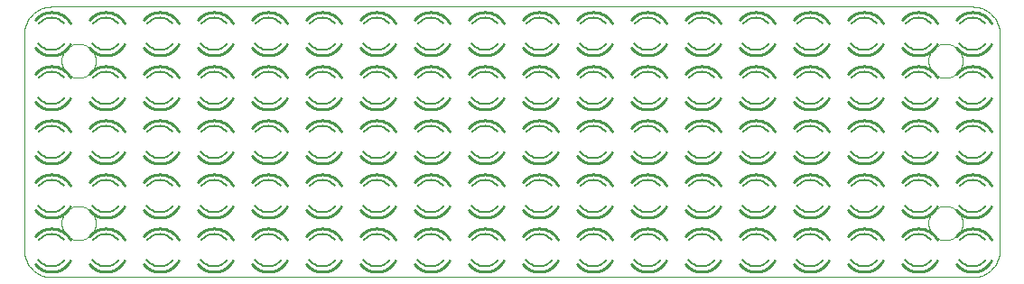
<source format=gto>
G75*
G70*
%OFA0B0*%
%FSLAX24Y24*%
%IPPOS*%
%LPD*%
%AMOC8*
5,1,8,0,0,1.08239X$1,22.5*
%
%ADD10C,0.0000*%
%ADD11C,0.0060*%
%ADD12C,0.0100*%
D10*
X001811Y000100D02*
X035811Y000100D01*
X035871Y000102D01*
X035932Y000107D01*
X035991Y000116D01*
X036050Y000129D01*
X036109Y000145D01*
X036166Y000165D01*
X036221Y000188D01*
X036276Y000215D01*
X036328Y000244D01*
X036379Y000277D01*
X036428Y000313D01*
X036474Y000351D01*
X036518Y000393D01*
X036560Y000437D01*
X036598Y000483D01*
X036634Y000532D01*
X036667Y000583D01*
X036696Y000635D01*
X036723Y000690D01*
X036746Y000745D01*
X036766Y000802D01*
X036782Y000861D01*
X036795Y000920D01*
X036804Y000979D01*
X036809Y001040D01*
X036811Y001100D01*
X036811Y009100D01*
X036809Y009160D01*
X036804Y009221D01*
X036795Y009280D01*
X036782Y009339D01*
X036766Y009398D01*
X036746Y009455D01*
X036723Y009510D01*
X036696Y009565D01*
X036667Y009617D01*
X036634Y009668D01*
X036598Y009717D01*
X036560Y009763D01*
X036518Y009807D01*
X036474Y009849D01*
X036428Y009887D01*
X036379Y009923D01*
X036328Y009956D01*
X036276Y009985D01*
X036221Y010012D01*
X036166Y010035D01*
X036109Y010055D01*
X036050Y010071D01*
X035991Y010084D01*
X035932Y010093D01*
X035871Y010098D01*
X035811Y010100D01*
X001811Y010100D01*
X001751Y010098D01*
X001690Y010093D01*
X001631Y010084D01*
X001572Y010071D01*
X001513Y010055D01*
X001456Y010035D01*
X001401Y010012D01*
X001346Y009985D01*
X001294Y009956D01*
X001243Y009923D01*
X001194Y009887D01*
X001148Y009849D01*
X001104Y009807D01*
X001062Y009763D01*
X001024Y009717D01*
X000988Y009668D01*
X000955Y009617D01*
X000926Y009565D01*
X000899Y009510D01*
X000876Y009455D01*
X000856Y009398D01*
X000840Y009339D01*
X000827Y009280D01*
X000818Y009221D01*
X000813Y009160D01*
X000811Y009100D01*
X000811Y001100D01*
X000813Y001040D01*
X000818Y000979D01*
X000827Y000920D01*
X000840Y000861D01*
X000856Y000802D01*
X000876Y000745D01*
X000899Y000690D01*
X000926Y000635D01*
X000955Y000583D01*
X000988Y000532D01*
X001024Y000483D01*
X001062Y000437D01*
X001104Y000393D01*
X001148Y000351D01*
X001194Y000313D01*
X001243Y000277D01*
X001294Y000244D01*
X001346Y000215D01*
X001401Y000188D01*
X001456Y000165D01*
X001513Y000145D01*
X001572Y000129D01*
X001631Y000116D01*
X001690Y000107D01*
X001751Y000102D01*
X001811Y000100D01*
X002181Y002100D02*
X002183Y002150D01*
X002189Y002200D01*
X002199Y002249D01*
X002213Y002297D01*
X002230Y002344D01*
X002251Y002389D01*
X002276Y002433D01*
X002304Y002474D01*
X002336Y002513D01*
X002370Y002550D01*
X002407Y002584D01*
X002447Y002614D01*
X002489Y002641D01*
X002533Y002665D01*
X002579Y002686D01*
X002626Y002702D01*
X002674Y002715D01*
X002724Y002724D01*
X002773Y002729D01*
X002824Y002730D01*
X002874Y002727D01*
X002923Y002720D01*
X002972Y002709D01*
X003020Y002694D01*
X003066Y002676D01*
X003111Y002654D01*
X003154Y002628D01*
X003195Y002599D01*
X003234Y002567D01*
X003270Y002532D01*
X003302Y002494D01*
X003332Y002454D01*
X003359Y002411D01*
X003382Y002367D01*
X003401Y002321D01*
X003417Y002273D01*
X003429Y002224D01*
X003437Y002175D01*
X003441Y002125D01*
X003441Y002075D01*
X003437Y002025D01*
X003429Y001976D01*
X003417Y001927D01*
X003401Y001879D01*
X003382Y001833D01*
X003359Y001789D01*
X003332Y001746D01*
X003302Y001706D01*
X003270Y001668D01*
X003234Y001633D01*
X003195Y001601D01*
X003154Y001572D01*
X003111Y001546D01*
X003066Y001524D01*
X003020Y001506D01*
X002972Y001491D01*
X002923Y001480D01*
X002874Y001473D01*
X002824Y001470D01*
X002773Y001471D01*
X002724Y001476D01*
X002674Y001485D01*
X002626Y001498D01*
X002579Y001514D01*
X002533Y001535D01*
X002489Y001559D01*
X002447Y001586D01*
X002407Y001616D01*
X002370Y001650D01*
X002336Y001687D01*
X002304Y001726D01*
X002276Y001767D01*
X002251Y001811D01*
X002230Y001856D01*
X002213Y001903D01*
X002199Y001951D01*
X002189Y002000D01*
X002183Y002050D01*
X002181Y002100D01*
X002181Y008100D02*
X002183Y008150D01*
X002189Y008200D01*
X002199Y008249D01*
X002213Y008297D01*
X002230Y008344D01*
X002251Y008389D01*
X002276Y008433D01*
X002304Y008474D01*
X002336Y008513D01*
X002370Y008550D01*
X002407Y008584D01*
X002447Y008614D01*
X002489Y008641D01*
X002533Y008665D01*
X002579Y008686D01*
X002626Y008702D01*
X002674Y008715D01*
X002724Y008724D01*
X002773Y008729D01*
X002824Y008730D01*
X002874Y008727D01*
X002923Y008720D01*
X002972Y008709D01*
X003020Y008694D01*
X003066Y008676D01*
X003111Y008654D01*
X003154Y008628D01*
X003195Y008599D01*
X003234Y008567D01*
X003270Y008532D01*
X003302Y008494D01*
X003332Y008454D01*
X003359Y008411D01*
X003382Y008367D01*
X003401Y008321D01*
X003417Y008273D01*
X003429Y008224D01*
X003437Y008175D01*
X003441Y008125D01*
X003441Y008075D01*
X003437Y008025D01*
X003429Y007976D01*
X003417Y007927D01*
X003401Y007879D01*
X003382Y007833D01*
X003359Y007789D01*
X003332Y007746D01*
X003302Y007706D01*
X003270Y007668D01*
X003234Y007633D01*
X003195Y007601D01*
X003154Y007572D01*
X003111Y007546D01*
X003066Y007524D01*
X003020Y007506D01*
X002972Y007491D01*
X002923Y007480D01*
X002874Y007473D01*
X002824Y007470D01*
X002773Y007471D01*
X002724Y007476D01*
X002674Y007485D01*
X002626Y007498D01*
X002579Y007514D01*
X002533Y007535D01*
X002489Y007559D01*
X002447Y007586D01*
X002407Y007616D01*
X002370Y007650D01*
X002336Y007687D01*
X002304Y007726D01*
X002276Y007767D01*
X002251Y007811D01*
X002230Y007856D01*
X002213Y007903D01*
X002199Y007951D01*
X002189Y008000D01*
X002183Y008050D01*
X002181Y008100D01*
X034181Y008100D02*
X034183Y008150D01*
X034189Y008200D01*
X034199Y008249D01*
X034213Y008297D01*
X034230Y008344D01*
X034251Y008389D01*
X034276Y008433D01*
X034304Y008474D01*
X034336Y008513D01*
X034370Y008550D01*
X034407Y008584D01*
X034447Y008614D01*
X034489Y008641D01*
X034533Y008665D01*
X034579Y008686D01*
X034626Y008702D01*
X034674Y008715D01*
X034724Y008724D01*
X034773Y008729D01*
X034824Y008730D01*
X034874Y008727D01*
X034923Y008720D01*
X034972Y008709D01*
X035020Y008694D01*
X035066Y008676D01*
X035111Y008654D01*
X035154Y008628D01*
X035195Y008599D01*
X035234Y008567D01*
X035270Y008532D01*
X035302Y008494D01*
X035332Y008454D01*
X035359Y008411D01*
X035382Y008367D01*
X035401Y008321D01*
X035417Y008273D01*
X035429Y008224D01*
X035437Y008175D01*
X035441Y008125D01*
X035441Y008075D01*
X035437Y008025D01*
X035429Y007976D01*
X035417Y007927D01*
X035401Y007879D01*
X035382Y007833D01*
X035359Y007789D01*
X035332Y007746D01*
X035302Y007706D01*
X035270Y007668D01*
X035234Y007633D01*
X035195Y007601D01*
X035154Y007572D01*
X035111Y007546D01*
X035066Y007524D01*
X035020Y007506D01*
X034972Y007491D01*
X034923Y007480D01*
X034874Y007473D01*
X034824Y007470D01*
X034773Y007471D01*
X034724Y007476D01*
X034674Y007485D01*
X034626Y007498D01*
X034579Y007514D01*
X034533Y007535D01*
X034489Y007559D01*
X034447Y007586D01*
X034407Y007616D01*
X034370Y007650D01*
X034336Y007687D01*
X034304Y007726D01*
X034276Y007767D01*
X034251Y007811D01*
X034230Y007856D01*
X034213Y007903D01*
X034199Y007951D01*
X034189Y008000D01*
X034183Y008050D01*
X034181Y008100D01*
X034181Y002100D02*
X034183Y002150D01*
X034189Y002200D01*
X034199Y002249D01*
X034213Y002297D01*
X034230Y002344D01*
X034251Y002389D01*
X034276Y002433D01*
X034304Y002474D01*
X034336Y002513D01*
X034370Y002550D01*
X034407Y002584D01*
X034447Y002614D01*
X034489Y002641D01*
X034533Y002665D01*
X034579Y002686D01*
X034626Y002702D01*
X034674Y002715D01*
X034724Y002724D01*
X034773Y002729D01*
X034824Y002730D01*
X034874Y002727D01*
X034923Y002720D01*
X034972Y002709D01*
X035020Y002694D01*
X035066Y002676D01*
X035111Y002654D01*
X035154Y002628D01*
X035195Y002599D01*
X035234Y002567D01*
X035270Y002532D01*
X035302Y002494D01*
X035332Y002454D01*
X035359Y002411D01*
X035382Y002367D01*
X035401Y002321D01*
X035417Y002273D01*
X035429Y002224D01*
X035437Y002175D01*
X035441Y002125D01*
X035441Y002075D01*
X035437Y002025D01*
X035429Y001976D01*
X035417Y001927D01*
X035401Y001879D01*
X035382Y001833D01*
X035359Y001789D01*
X035332Y001746D01*
X035302Y001706D01*
X035270Y001668D01*
X035234Y001633D01*
X035195Y001601D01*
X035154Y001572D01*
X035111Y001546D01*
X035066Y001524D01*
X035020Y001506D01*
X034972Y001491D01*
X034923Y001480D01*
X034874Y001473D01*
X034824Y001470D01*
X034773Y001471D01*
X034724Y001476D01*
X034674Y001485D01*
X034626Y001498D01*
X034579Y001514D01*
X034533Y001535D01*
X034489Y001559D01*
X034447Y001586D01*
X034407Y001616D01*
X034370Y001650D01*
X034336Y001687D01*
X034304Y001726D01*
X034276Y001767D01*
X034251Y001811D01*
X034230Y001856D01*
X034213Y001903D01*
X034199Y001951D01*
X034189Y002000D01*
X034183Y002050D01*
X034181Y002100D01*
D11*
X033323Y000751D02*
X033352Y000714D01*
X033384Y000679D01*
X033419Y000646D01*
X033456Y000616D01*
X033495Y000590D01*
X033536Y000567D01*
X033580Y000546D01*
X033624Y000530D01*
X033670Y000517D01*
X033716Y000508D01*
X033764Y000502D01*
X033811Y000500D01*
X034285Y001468D02*
X034255Y001503D01*
X034224Y001536D01*
X034189Y001566D01*
X034153Y001593D01*
X034115Y001617D01*
X034075Y001639D01*
X034033Y001657D01*
X033990Y001673D01*
X033946Y001685D01*
X033902Y001693D01*
X033856Y001698D01*
X033811Y001700D01*
X034291Y000740D02*
X034262Y000704D01*
X034230Y000670D01*
X034195Y000639D01*
X034159Y000611D01*
X034120Y000586D01*
X034079Y000563D01*
X034037Y000544D01*
X033994Y000528D01*
X033949Y000516D01*
X033903Y000507D01*
X033857Y000502D01*
X033811Y000500D01*
X033337Y001468D02*
X033367Y001503D01*
X033398Y001536D01*
X033433Y001566D01*
X033469Y001593D01*
X033507Y001617D01*
X033547Y001639D01*
X033589Y001657D01*
X033632Y001673D01*
X033676Y001685D01*
X033720Y001693D01*
X033766Y001698D01*
X033811Y001700D01*
X035811Y001700D02*
X035856Y001698D01*
X035902Y001693D01*
X035946Y001685D01*
X035990Y001673D01*
X036033Y001657D01*
X036075Y001639D01*
X036115Y001617D01*
X036153Y001593D01*
X036189Y001566D01*
X036224Y001536D01*
X036255Y001503D01*
X036285Y001468D01*
X035811Y000500D02*
X035764Y000502D01*
X035716Y000508D01*
X035670Y000517D01*
X035624Y000530D01*
X035580Y000546D01*
X035536Y000567D01*
X035495Y000590D01*
X035456Y000616D01*
X035419Y000646D01*
X035384Y000679D01*
X035352Y000714D01*
X035323Y000751D01*
X035811Y000500D02*
X035857Y000502D01*
X035903Y000507D01*
X035949Y000516D01*
X035994Y000528D01*
X036037Y000544D01*
X036079Y000563D01*
X036120Y000586D01*
X036159Y000611D01*
X036195Y000639D01*
X036230Y000670D01*
X036262Y000704D01*
X036291Y000740D01*
X035811Y001700D02*
X035766Y001698D01*
X035720Y001693D01*
X035676Y001685D01*
X035632Y001673D01*
X035589Y001657D01*
X035547Y001639D01*
X035507Y001617D01*
X035469Y001593D01*
X035433Y001566D01*
X035398Y001536D01*
X035367Y001503D01*
X035337Y001468D01*
X031811Y000500D02*
X031764Y000502D01*
X031716Y000508D01*
X031670Y000517D01*
X031624Y000530D01*
X031580Y000546D01*
X031536Y000567D01*
X031495Y000590D01*
X031456Y000616D01*
X031419Y000646D01*
X031384Y000679D01*
X031352Y000714D01*
X031323Y000751D01*
X031811Y001700D02*
X031856Y001698D01*
X031902Y001693D01*
X031946Y001685D01*
X031990Y001673D01*
X032033Y001657D01*
X032075Y001639D01*
X032115Y001617D01*
X032153Y001593D01*
X032189Y001566D01*
X032224Y001536D01*
X032255Y001503D01*
X032285Y001468D01*
X031811Y001700D02*
X031766Y001698D01*
X031720Y001693D01*
X031676Y001685D01*
X031632Y001673D01*
X031589Y001657D01*
X031547Y001639D01*
X031507Y001617D01*
X031469Y001593D01*
X031433Y001566D01*
X031398Y001536D01*
X031367Y001503D01*
X031337Y001468D01*
X031811Y000500D02*
X031857Y000502D01*
X031903Y000507D01*
X031949Y000516D01*
X031994Y000528D01*
X032037Y000544D01*
X032079Y000563D01*
X032120Y000586D01*
X032159Y000611D01*
X032195Y000639D01*
X032230Y000670D01*
X032262Y000704D01*
X032291Y000740D01*
X029811Y000500D02*
X029764Y000502D01*
X029716Y000508D01*
X029670Y000517D01*
X029624Y000530D01*
X029580Y000546D01*
X029536Y000567D01*
X029495Y000590D01*
X029456Y000616D01*
X029419Y000646D01*
X029384Y000679D01*
X029352Y000714D01*
X029323Y000751D01*
X029811Y001700D02*
X029856Y001698D01*
X029902Y001693D01*
X029946Y001685D01*
X029990Y001673D01*
X030033Y001657D01*
X030075Y001639D01*
X030115Y001617D01*
X030153Y001593D01*
X030189Y001566D01*
X030224Y001536D01*
X030255Y001503D01*
X030285Y001468D01*
X029811Y001700D02*
X029766Y001698D01*
X029720Y001693D01*
X029676Y001685D01*
X029632Y001673D01*
X029589Y001657D01*
X029547Y001639D01*
X029507Y001617D01*
X029469Y001593D01*
X029433Y001566D01*
X029398Y001536D01*
X029367Y001503D01*
X029337Y001468D01*
X029811Y000500D02*
X029857Y000502D01*
X029903Y000507D01*
X029949Y000516D01*
X029994Y000528D01*
X030037Y000544D01*
X030079Y000563D01*
X030120Y000586D01*
X030159Y000611D01*
X030195Y000639D01*
X030230Y000670D01*
X030262Y000704D01*
X030291Y000740D01*
X027811Y000500D02*
X027764Y000502D01*
X027716Y000508D01*
X027670Y000517D01*
X027624Y000530D01*
X027580Y000546D01*
X027536Y000567D01*
X027495Y000590D01*
X027456Y000616D01*
X027419Y000646D01*
X027384Y000679D01*
X027352Y000714D01*
X027323Y000751D01*
X027811Y001700D02*
X027856Y001698D01*
X027902Y001693D01*
X027946Y001685D01*
X027990Y001673D01*
X028033Y001657D01*
X028075Y001639D01*
X028115Y001617D01*
X028153Y001593D01*
X028189Y001566D01*
X028224Y001536D01*
X028255Y001503D01*
X028285Y001468D01*
X027811Y001700D02*
X027766Y001698D01*
X027720Y001693D01*
X027676Y001685D01*
X027632Y001673D01*
X027589Y001657D01*
X027547Y001639D01*
X027507Y001617D01*
X027469Y001593D01*
X027433Y001566D01*
X027398Y001536D01*
X027367Y001503D01*
X027337Y001468D01*
X027811Y000500D02*
X027857Y000502D01*
X027903Y000507D01*
X027949Y000516D01*
X027994Y000528D01*
X028037Y000544D01*
X028079Y000563D01*
X028120Y000586D01*
X028159Y000611D01*
X028195Y000639D01*
X028230Y000670D01*
X028262Y000704D01*
X028291Y000740D01*
X025811Y000500D02*
X025764Y000502D01*
X025716Y000508D01*
X025670Y000517D01*
X025624Y000530D01*
X025580Y000546D01*
X025536Y000567D01*
X025495Y000590D01*
X025456Y000616D01*
X025419Y000646D01*
X025384Y000679D01*
X025352Y000714D01*
X025323Y000751D01*
X025811Y001700D02*
X025856Y001698D01*
X025902Y001693D01*
X025946Y001685D01*
X025990Y001673D01*
X026033Y001657D01*
X026075Y001639D01*
X026115Y001617D01*
X026153Y001593D01*
X026189Y001566D01*
X026224Y001536D01*
X026255Y001503D01*
X026285Y001468D01*
X025811Y001700D02*
X025766Y001698D01*
X025720Y001693D01*
X025676Y001685D01*
X025632Y001673D01*
X025589Y001657D01*
X025547Y001639D01*
X025507Y001617D01*
X025469Y001593D01*
X025433Y001566D01*
X025398Y001536D01*
X025367Y001503D01*
X025337Y001468D01*
X025811Y000500D02*
X025857Y000502D01*
X025903Y000507D01*
X025949Y000516D01*
X025994Y000528D01*
X026037Y000544D01*
X026079Y000563D01*
X026120Y000586D01*
X026159Y000611D01*
X026195Y000639D01*
X026230Y000670D01*
X026262Y000704D01*
X026291Y000740D01*
X023811Y000500D02*
X023764Y000502D01*
X023716Y000508D01*
X023670Y000517D01*
X023624Y000530D01*
X023580Y000546D01*
X023536Y000567D01*
X023495Y000590D01*
X023456Y000616D01*
X023419Y000646D01*
X023384Y000679D01*
X023352Y000714D01*
X023323Y000751D01*
X023811Y001700D02*
X023856Y001698D01*
X023902Y001693D01*
X023946Y001685D01*
X023990Y001673D01*
X024033Y001657D01*
X024075Y001639D01*
X024115Y001617D01*
X024153Y001593D01*
X024189Y001566D01*
X024224Y001536D01*
X024255Y001503D01*
X024285Y001468D01*
X023811Y001700D02*
X023766Y001698D01*
X023720Y001693D01*
X023676Y001685D01*
X023632Y001673D01*
X023589Y001657D01*
X023547Y001639D01*
X023507Y001617D01*
X023469Y001593D01*
X023433Y001566D01*
X023398Y001536D01*
X023367Y001503D01*
X023337Y001468D01*
X023811Y000500D02*
X023857Y000502D01*
X023903Y000507D01*
X023949Y000516D01*
X023994Y000528D01*
X024037Y000544D01*
X024079Y000563D01*
X024120Y000586D01*
X024159Y000611D01*
X024195Y000639D01*
X024230Y000670D01*
X024262Y000704D01*
X024291Y000740D01*
X021811Y000500D02*
X021764Y000502D01*
X021716Y000508D01*
X021670Y000517D01*
X021624Y000530D01*
X021580Y000546D01*
X021536Y000567D01*
X021495Y000590D01*
X021456Y000616D01*
X021419Y000646D01*
X021384Y000679D01*
X021352Y000714D01*
X021323Y000751D01*
X021811Y001700D02*
X021856Y001698D01*
X021902Y001693D01*
X021946Y001685D01*
X021990Y001673D01*
X022033Y001657D01*
X022075Y001639D01*
X022115Y001617D01*
X022153Y001593D01*
X022189Y001566D01*
X022224Y001536D01*
X022255Y001503D01*
X022285Y001468D01*
X021811Y001700D02*
X021766Y001698D01*
X021720Y001693D01*
X021676Y001685D01*
X021632Y001673D01*
X021589Y001657D01*
X021547Y001639D01*
X021507Y001617D01*
X021469Y001593D01*
X021433Y001566D01*
X021398Y001536D01*
X021367Y001503D01*
X021337Y001468D01*
X021811Y000500D02*
X021857Y000502D01*
X021903Y000507D01*
X021949Y000516D01*
X021994Y000528D01*
X022037Y000544D01*
X022079Y000563D01*
X022120Y000586D01*
X022159Y000611D01*
X022195Y000639D01*
X022230Y000670D01*
X022262Y000704D01*
X022291Y000740D01*
X019811Y000500D02*
X019764Y000502D01*
X019716Y000508D01*
X019670Y000517D01*
X019624Y000530D01*
X019580Y000546D01*
X019536Y000567D01*
X019495Y000590D01*
X019456Y000616D01*
X019419Y000646D01*
X019384Y000679D01*
X019352Y000714D01*
X019323Y000751D01*
X019811Y001700D02*
X019856Y001698D01*
X019902Y001693D01*
X019946Y001685D01*
X019990Y001673D01*
X020033Y001657D01*
X020075Y001639D01*
X020115Y001617D01*
X020153Y001593D01*
X020189Y001566D01*
X020224Y001536D01*
X020255Y001503D01*
X020285Y001468D01*
X019811Y001700D02*
X019766Y001698D01*
X019720Y001693D01*
X019676Y001685D01*
X019632Y001673D01*
X019589Y001657D01*
X019547Y001639D01*
X019507Y001617D01*
X019469Y001593D01*
X019433Y001566D01*
X019398Y001536D01*
X019367Y001503D01*
X019337Y001468D01*
X019811Y000500D02*
X019857Y000502D01*
X019903Y000507D01*
X019949Y000516D01*
X019994Y000528D01*
X020037Y000544D01*
X020079Y000563D01*
X020120Y000586D01*
X020159Y000611D01*
X020195Y000639D01*
X020230Y000670D01*
X020262Y000704D01*
X020291Y000740D01*
X017811Y000500D02*
X017764Y000502D01*
X017716Y000508D01*
X017670Y000517D01*
X017624Y000530D01*
X017580Y000546D01*
X017536Y000567D01*
X017495Y000590D01*
X017456Y000616D01*
X017419Y000646D01*
X017384Y000679D01*
X017352Y000714D01*
X017323Y000751D01*
X017811Y001700D02*
X017856Y001698D01*
X017902Y001693D01*
X017946Y001685D01*
X017990Y001673D01*
X018033Y001657D01*
X018075Y001639D01*
X018115Y001617D01*
X018153Y001593D01*
X018189Y001566D01*
X018224Y001536D01*
X018255Y001503D01*
X018285Y001468D01*
X017811Y001700D02*
X017766Y001698D01*
X017720Y001693D01*
X017676Y001685D01*
X017632Y001673D01*
X017589Y001657D01*
X017547Y001639D01*
X017507Y001617D01*
X017469Y001593D01*
X017433Y001566D01*
X017398Y001536D01*
X017367Y001503D01*
X017337Y001468D01*
X017811Y000500D02*
X017857Y000502D01*
X017903Y000507D01*
X017949Y000516D01*
X017994Y000528D01*
X018037Y000544D01*
X018079Y000563D01*
X018120Y000586D01*
X018159Y000611D01*
X018195Y000639D01*
X018230Y000670D01*
X018262Y000704D01*
X018291Y000740D01*
X015811Y000500D02*
X015764Y000502D01*
X015716Y000508D01*
X015670Y000517D01*
X015624Y000530D01*
X015580Y000546D01*
X015536Y000567D01*
X015495Y000590D01*
X015456Y000616D01*
X015419Y000646D01*
X015384Y000679D01*
X015352Y000714D01*
X015323Y000751D01*
X015811Y001700D02*
X015856Y001698D01*
X015902Y001693D01*
X015946Y001685D01*
X015990Y001673D01*
X016033Y001657D01*
X016075Y001639D01*
X016115Y001617D01*
X016153Y001593D01*
X016189Y001566D01*
X016224Y001536D01*
X016255Y001503D01*
X016285Y001468D01*
X015811Y001700D02*
X015766Y001698D01*
X015720Y001693D01*
X015676Y001685D01*
X015632Y001673D01*
X015589Y001657D01*
X015547Y001639D01*
X015507Y001617D01*
X015469Y001593D01*
X015433Y001566D01*
X015398Y001536D01*
X015367Y001503D01*
X015337Y001468D01*
X015811Y000500D02*
X015857Y000502D01*
X015903Y000507D01*
X015949Y000516D01*
X015994Y000528D01*
X016037Y000544D01*
X016079Y000563D01*
X016120Y000586D01*
X016159Y000611D01*
X016195Y000639D01*
X016230Y000670D01*
X016262Y000704D01*
X016291Y000740D01*
X013811Y000500D02*
X013764Y000502D01*
X013716Y000508D01*
X013670Y000517D01*
X013624Y000530D01*
X013580Y000546D01*
X013536Y000567D01*
X013495Y000590D01*
X013456Y000616D01*
X013419Y000646D01*
X013384Y000679D01*
X013352Y000714D01*
X013323Y000751D01*
X013811Y001700D02*
X013856Y001698D01*
X013902Y001693D01*
X013946Y001685D01*
X013990Y001673D01*
X014033Y001657D01*
X014075Y001639D01*
X014115Y001617D01*
X014153Y001593D01*
X014189Y001566D01*
X014224Y001536D01*
X014255Y001503D01*
X014285Y001468D01*
X013811Y001700D02*
X013766Y001698D01*
X013720Y001693D01*
X013676Y001685D01*
X013632Y001673D01*
X013589Y001657D01*
X013547Y001639D01*
X013507Y001617D01*
X013469Y001593D01*
X013433Y001566D01*
X013398Y001536D01*
X013367Y001503D01*
X013337Y001468D01*
X013811Y000500D02*
X013857Y000502D01*
X013903Y000507D01*
X013949Y000516D01*
X013994Y000528D01*
X014037Y000544D01*
X014079Y000563D01*
X014120Y000586D01*
X014159Y000611D01*
X014195Y000639D01*
X014230Y000670D01*
X014262Y000704D01*
X014291Y000740D01*
X011811Y000500D02*
X011764Y000502D01*
X011716Y000508D01*
X011670Y000517D01*
X011624Y000530D01*
X011580Y000546D01*
X011536Y000567D01*
X011495Y000590D01*
X011456Y000616D01*
X011419Y000646D01*
X011384Y000679D01*
X011352Y000714D01*
X011323Y000751D01*
X011811Y001700D02*
X011856Y001698D01*
X011902Y001693D01*
X011946Y001685D01*
X011990Y001673D01*
X012033Y001657D01*
X012075Y001639D01*
X012115Y001617D01*
X012153Y001593D01*
X012189Y001566D01*
X012224Y001536D01*
X012255Y001503D01*
X012285Y001468D01*
X011811Y001700D02*
X011766Y001698D01*
X011720Y001693D01*
X011676Y001685D01*
X011632Y001673D01*
X011589Y001657D01*
X011547Y001639D01*
X011507Y001617D01*
X011469Y001593D01*
X011433Y001566D01*
X011398Y001536D01*
X011367Y001503D01*
X011337Y001468D01*
X011811Y000500D02*
X011857Y000502D01*
X011903Y000507D01*
X011949Y000516D01*
X011994Y000528D01*
X012037Y000544D01*
X012079Y000563D01*
X012120Y000586D01*
X012159Y000611D01*
X012195Y000639D01*
X012230Y000670D01*
X012262Y000704D01*
X012291Y000740D01*
X009811Y000500D02*
X009764Y000502D01*
X009716Y000508D01*
X009670Y000517D01*
X009624Y000530D01*
X009580Y000546D01*
X009536Y000567D01*
X009495Y000590D01*
X009456Y000616D01*
X009419Y000646D01*
X009384Y000679D01*
X009352Y000714D01*
X009323Y000751D01*
X009811Y001700D02*
X009856Y001698D01*
X009902Y001693D01*
X009946Y001685D01*
X009990Y001673D01*
X010033Y001657D01*
X010075Y001639D01*
X010115Y001617D01*
X010153Y001593D01*
X010189Y001566D01*
X010224Y001536D01*
X010255Y001503D01*
X010285Y001468D01*
X009811Y001700D02*
X009766Y001698D01*
X009720Y001693D01*
X009676Y001685D01*
X009632Y001673D01*
X009589Y001657D01*
X009547Y001639D01*
X009507Y001617D01*
X009469Y001593D01*
X009433Y001566D01*
X009398Y001536D01*
X009367Y001503D01*
X009337Y001468D01*
X009811Y000500D02*
X009857Y000502D01*
X009903Y000507D01*
X009949Y000516D01*
X009994Y000528D01*
X010037Y000544D01*
X010079Y000563D01*
X010120Y000586D01*
X010159Y000611D01*
X010195Y000639D01*
X010230Y000670D01*
X010262Y000704D01*
X010291Y000740D01*
X007811Y000500D02*
X007764Y000502D01*
X007716Y000508D01*
X007670Y000517D01*
X007624Y000530D01*
X007580Y000546D01*
X007536Y000567D01*
X007495Y000590D01*
X007456Y000616D01*
X007419Y000646D01*
X007384Y000679D01*
X007352Y000714D01*
X007323Y000751D01*
X007811Y001700D02*
X007856Y001698D01*
X007902Y001693D01*
X007946Y001685D01*
X007990Y001673D01*
X008033Y001657D01*
X008075Y001639D01*
X008115Y001617D01*
X008153Y001593D01*
X008189Y001566D01*
X008224Y001536D01*
X008255Y001503D01*
X008285Y001468D01*
X007811Y001700D02*
X007766Y001698D01*
X007720Y001693D01*
X007676Y001685D01*
X007632Y001673D01*
X007589Y001657D01*
X007547Y001639D01*
X007507Y001617D01*
X007469Y001593D01*
X007433Y001566D01*
X007398Y001536D01*
X007367Y001503D01*
X007337Y001468D01*
X007811Y000500D02*
X007857Y000502D01*
X007903Y000507D01*
X007949Y000516D01*
X007994Y000528D01*
X008037Y000544D01*
X008079Y000563D01*
X008120Y000586D01*
X008159Y000611D01*
X008195Y000639D01*
X008230Y000670D01*
X008262Y000704D01*
X008291Y000740D01*
X005811Y000500D02*
X005764Y000502D01*
X005716Y000508D01*
X005670Y000517D01*
X005624Y000530D01*
X005580Y000546D01*
X005536Y000567D01*
X005495Y000590D01*
X005456Y000616D01*
X005419Y000646D01*
X005384Y000679D01*
X005352Y000714D01*
X005323Y000751D01*
X005811Y001700D02*
X005856Y001698D01*
X005902Y001693D01*
X005946Y001685D01*
X005990Y001673D01*
X006033Y001657D01*
X006075Y001639D01*
X006115Y001617D01*
X006153Y001593D01*
X006189Y001566D01*
X006224Y001536D01*
X006255Y001503D01*
X006285Y001468D01*
X005811Y001700D02*
X005766Y001698D01*
X005720Y001693D01*
X005676Y001685D01*
X005632Y001673D01*
X005589Y001657D01*
X005547Y001639D01*
X005507Y001617D01*
X005469Y001593D01*
X005433Y001566D01*
X005398Y001536D01*
X005367Y001503D01*
X005337Y001468D01*
X005811Y000500D02*
X005857Y000502D01*
X005903Y000507D01*
X005949Y000516D01*
X005994Y000528D01*
X006037Y000544D01*
X006079Y000563D01*
X006120Y000586D01*
X006159Y000611D01*
X006195Y000639D01*
X006230Y000670D01*
X006262Y000704D01*
X006291Y000740D01*
X003811Y000500D02*
X003764Y000502D01*
X003716Y000508D01*
X003670Y000517D01*
X003624Y000530D01*
X003580Y000546D01*
X003536Y000567D01*
X003495Y000590D01*
X003456Y000616D01*
X003419Y000646D01*
X003384Y000679D01*
X003352Y000714D01*
X003323Y000751D01*
X003811Y001700D02*
X003856Y001698D01*
X003902Y001693D01*
X003946Y001685D01*
X003990Y001673D01*
X004033Y001657D01*
X004075Y001639D01*
X004115Y001617D01*
X004153Y001593D01*
X004189Y001566D01*
X004224Y001536D01*
X004255Y001503D01*
X004285Y001468D01*
X003811Y001700D02*
X003766Y001698D01*
X003720Y001693D01*
X003676Y001685D01*
X003632Y001673D01*
X003589Y001657D01*
X003547Y001639D01*
X003507Y001617D01*
X003469Y001593D01*
X003433Y001566D01*
X003398Y001536D01*
X003367Y001503D01*
X003337Y001468D01*
X003811Y000500D02*
X003857Y000502D01*
X003903Y000507D01*
X003949Y000516D01*
X003994Y000528D01*
X004037Y000544D01*
X004079Y000563D01*
X004120Y000586D01*
X004159Y000611D01*
X004195Y000639D01*
X004230Y000670D01*
X004262Y000704D01*
X004291Y000740D01*
X001811Y000500D02*
X001764Y000502D01*
X001716Y000508D01*
X001670Y000517D01*
X001624Y000530D01*
X001580Y000546D01*
X001536Y000567D01*
X001495Y000590D01*
X001456Y000616D01*
X001419Y000646D01*
X001384Y000679D01*
X001352Y000714D01*
X001323Y000751D01*
X001811Y001700D02*
X001856Y001698D01*
X001902Y001693D01*
X001946Y001685D01*
X001990Y001673D01*
X002033Y001657D01*
X002075Y001639D01*
X002115Y001617D01*
X002153Y001593D01*
X002189Y001566D01*
X002224Y001536D01*
X002255Y001503D01*
X002285Y001468D01*
X001811Y001700D02*
X001766Y001698D01*
X001720Y001693D01*
X001676Y001685D01*
X001632Y001673D01*
X001589Y001657D01*
X001547Y001639D01*
X001507Y001617D01*
X001469Y001593D01*
X001433Y001566D01*
X001398Y001536D01*
X001367Y001503D01*
X001337Y001468D01*
X001811Y000500D02*
X001857Y000502D01*
X001903Y000507D01*
X001949Y000516D01*
X001994Y000528D01*
X002037Y000544D01*
X002079Y000563D01*
X002120Y000586D01*
X002159Y000611D01*
X002195Y000639D01*
X002230Y000670D01*
X002262Y000704D01*
X002291Y000740D01*
X001811Y002500D02*
X001764Y002502D01*
X001716Y002508D01*
X001670Y002517D01*
X001624Y002530D01*
X001580Y002546D01*
X001536Y002567D01*
X001495Y002590D01*
X001456Y002616D01*
X001419Y002646D01*
X001384Y002679D01*
X001352Y002714D01*
X001323Y002751D01*
X001811Y003700D02*
X001856Y003698D01*
X001902Y003693D01*
X001946Y003685D01*
X001990Y003673D01*
X002033Y003657D01*
X002075Y003639D01*
X002115Y003617D01*
X002153Y003593D01*
X002189Y003566D01*
X002224Y003536D01*
X002255Y003503D01*
X002285Y003468D01*
X001811Y003700D02*
X001766Y003698D01*
X001720Y003693D01*
X001676Y003685D01*
X001632Y003673D01*
X001589Y003657D01*
X001547Y003639D01*
X001507Y003617D01*
X001469Y003593D01*
X001433Y003566D01*
X001398Y003536D01*
X001367Y003503D01*
X001337Y003468D01*
X001811Y002500D02*
X001857Y002502D01*
X001903Y002507D01*
X001949Y002516D01*
X001994Y002528D01*
X002037Y002544D01*
X002079Y002563D01*
X002120Y002586D01*
X002159Y002611D01*
X002195Y002639D01*
X002230Y002670D01*
X002262Y002704D01*
X002291Y002740D01*
X003811Y003700D02*
X003856Y003698D01*
X003902Y003693D01*
X003946Y003685D01*
X003990Y003673D01*
X004033Y003657D01*
X004075Y003639D01*
X004115Y003617D01*
X004153Y003593D01*
X004189Y003566D01*
X004224Y003536D01*
X004255Y003503D01*
X004285Y003468D01*
X003811Y002500D02*
X003764Y002502D01*
X003716Y002508D01*
X003670Y002517D01*
X003624Y002530D01*
X003580Y002546D01*
X003536Y002567D01*
X003495Y002590D01*
X003456Y002616D01*
X003419Y002646D01*
X003384Y002679D01*
X003352Y002714D01*
X003323Y002751D01*
X003811Y002500D02*
X003857Y002502D01*
X003903Y002507D01*
X003949Y002516D01*
X003994Y002528D01*
X004037Y002544D01*
X004079Y002563D01*
X004120Y002586D01*
X004159Y002611D01*
X004195Y002639D01*
X004230Y002670D01*
X004262Y002704D01*
X004291Y002740D01*
X003811Y003700D02*
X003766Y003698D01*
X003720Y003693D01*
X003676Y003685D01*
X003632Y003673D01*
X003589Y003657D01*
X003547Y003639D01*
X003507Y003617D01*
X003469Y003593D01*
X003433Y003566D01*
X003398Y003536D01*
X003367Y003503D01*
X003337Y003468D01*
X005811Y003700D02*
X005856Y003698D01*
X005902Y003693D01*
X005946Y003685D01*
X005990Y003673D01*
X006033Y003657D01*
X006075Y003639D01*
X006115Y003617D01*
X006153Y003593D01*
X006189Y003566D01*
X006224Y003536D01*
X006255Y003503D01*
X006285Y003468D01*
X005811Y002500D02*
X005764Y002502D01*
X005716Y002508D01*
X005670Y002517D01*
X005624Y002530D01*
X005580Y002546D01*
X005536Y002567D01*
X005495Y002590D01*
X005456Y002616D01*
X005419Y002646D01*
X005384Y002679D01*
X005352Y002714D01*
X005323Y002751D01*
X005811Y002500D02*
X005857Y002502D01*
X005903Y002507D01*
X005949Y002516D01*
X005994Y002528D01*
X006037Y002544D01*
X006079Y002563D01*
X006120Y002586D01*
X006159Y002611D01*
X006195Y002639D01*
X006230Y002670D01*
X006262Y002704D01*
X006291Y002740D01*
X005811Y003700D02*
X005766Y003698D01*
X005720Y003693D01*
X005676Y003685D01*
X005632Y003673D01*
X005589Y003657D01*
X005547Y003639D01*
X005507Y003617D01*
X005469Y003593D01*
X005433Y003566D01*
X005398Y003536D01*
X005367Y003503D01*
X005337Y003468D01*
X007811Y003700D02*
X007856Y003698D01*
X007902Y003693D01*
X007946Y003685D01*
X007990Y003673D01*
X008033Y003657D01*
X008075Y003639D01*
X008115Y003617D01*
X008153Y003593D01*
X008189Y003566D01*
X008224Y003536D01*
X008255Y003503D01*
X008285Y003468D01*
X007811Y002500D02*
X007764Y002502D01*
X007716Y002508D01*
X007670Y002517D01*
X007624Y002530D01*
X007580Y002546D01*
X007536Y002567D01*
X007495Y002590D01*
X007456Y002616D01*
X007419Y002646D01*
X007384Y002679D01*
X007352Y002714D01*
X007323Y002751D01*
X007811Y002500D02*
X007857Y002502D01*
X007903Y002507D01*
X007949Y002516D01*
X007994Y002528D01*
X008037Y002544D01*
X008079Y002563D01*
X008120Y002586D01*
X008159Y002611D01*
X008195Y002639D01*
X008230Y002670D01*
X008262Y002704D01*
X008291Y002740D01*
X007811Y003700D02*
X007766Y003698D01*
X007720Y003693D01*
X007676Y003685D01*
X007632Y003673D01*
X007589Y003657D01*
X007547Y003639D01*
X007507Y003617D01*
X007469Y003593D01*
X007433Y003566D01*
X007398Y003536D01*
X007367Y003503D01*
X007337Y003468D01*
X009811Y003700D02*
X009856Y003698D01*
X009902Y003693D01*
X009946Y003685D01*
X009990Y003673D01*
X010033Y003657D01*
X010075Y003639D01*
X010115Y003617D01*
X010153Y003593D01*
X010189Y003566D01*
X010224Y003536D01*
X010255Y003503D01*
X010285Y003468D01*
X009811Y002500D02*
X009764Y002502D01*
X009716Y002508D01*
X009670Y002517D01*
X009624Y002530D01*
X009580Y002546D01*
X009536Y002567D01*
X009495Y002590D01*
X009456Y002616D01*
X009419Y002646D01*
X009384Y002679D01*
X009352Y002714D01*
X009323Y002751D01*
X009811Y002500D02*
X009857Y002502D01*
X009903Y002507D01*
X009949Y002516D01*
X009994Y002528D01*
X010037Y002544D01*
X010079Y002563D01*
X010120Y002586D01*
X010159Y002611D01*
X010195Y002639D01*
X010230Y002670D01*
X010262Y002704D01*
X010291Y002740D01*
X009811Y003700D02*
X009766Y003698D01*
X009720Y003693D01*
X009676Y003685D01*
X009632Y003673D01*
X009589Y003657D01*
X009547Y003639D01*
X009507Y003617D01*
X009469Y003593D01*
X009433Y003566D01*
X009398Y003536D01*
X009367Y003503D01*
X009337Y003468D01*
X011811Y003700D02*
X011856Y003698D01*
X011902Y003693D01*
X011946Y003685D01*
X011990Y003673D01*
X012033Y003657D01*
X012075Y003639D01*
X012115Y003617D01*
X012153Y003593D01*
X012189Y003566D01*
X012224Y003536D01*
X012255Y003503D01*
X012285Y003468D01*
X011811Y002500D02*
X011764Y002502D01*
X011716Y002508D01*
X011670Y002517D01*
X011624Y002530D01*
X011580Y002546D01*
X011536Y002567D01*
X011495Y002590D01*
X011456Y002616D01*
X011419Y002646D01*
X011384Y002679D01*
X011352Y002714D01*
X011323Y002751D01*
X011811Y002500D02*
X011857Y002502D01*
X011903Y002507D01*
X011949Y002516D01*
X011994Y002528D01*
X012037Y002544D01*
X012079Y002563D01*
X012120Y002586D01*
X012159Y002611D01*
X012195Y002639D01*
X012230Y002670D01*
X012262Y002704D01*
X012291Y002740D01*
X011811Y003700D02*
X011766Y003698D01*
X011720Y003693D01*
X011676Y003685D01*
X011632Y003673D01*
X011589Y003657D01*
X011547Y003639D01*
X011507Y003617D01*
X011469Y003593D01*
X011433Y003566D01*
X011398Y003536D01*
X011367Y003503D01*
X011337Y003468D01*
X013811Y003700D02*
X013856Y003698D01*
X013902Y003693D01*
X013946Y003685D01*
X013990Y003673D01*
X014033Y003657D01*
X014075Y003639D01*
X014115Y003617D01*
X014153Y003593D01*
X014189Y003566D01*
X014224Y003536D01*
X014255Y003503D01*
X014285Y003468D01*
X013811Y002500D02*
X013764Y002502D01*
X013716Y002508D01*
X013670Y002517D01*
X013624Y002530D01*
X013580Y002546D01*
X013536Y002567D01*
X013495Y002590D01*
X013456Y002616D01*
X013419Y002646D01*
X013384Y002679D01*
X013352Y002714D01*
X013323Y002751D01*
X013811Y002500D02*
X013857Y002502D01*
X013903Y002507D01*
X013949Y002516D01*
X013994Y002528D01*
X014037Y002544D01*
X014079Y002563D01*
X014120Y002586D01*
X014159Y002611D01*
X014195Y002639D01*
X014230Y002670D01*
X014262Y002704D01*
X014291Y002740D01*
X013811Y003700D02*
X013766Y003698D01*
X013720Y003693D01*
X013676Y003685D01*
X013632Y003673D01*
X013589Y003657D01*
X013547Y003639D01*
X013507Y003617D01*
X013469Y003593D01*
X013433Y003566D01*
X013398Y003536D01*
X013367Y003503D01*
X013337Y003468D01*
X015811Y003700D02*
X015856Y003698D01*
X015902Y003693D01*
X015946Y003685D01*
X015990Y003673D01*
X016033Y003657D01*
X016075Y003639D01*
X016115Y003617D01*
X016153Y003593D01*
X016189Y003566D01*
X016224Y003536D01*
X016255Y003503D01*
X016285Y003468D01*
X015811Y002500D02*
X015764Y002502D01*
X015716Y002508D01*
X015670Y002517D01*
X015624Y002530D01*
X015580Y002546D01*
X015536Y002567D01*
X015495Y002590D01*
X015456Y002616D01*
X015419Y002646D01*
X015384Y002679D01*
X015352Y002714D01*
X015323Y002751D01*
X015811Y002500D02*
X015857Y002502D01*
X015903Y002507D01*
X015949Y002516D01*
X015994Y002528D01*
X016037Y002544D01*
X016079Y002563D01*
X016120Y002586D01*
X016159Y002611D01*
X016195Y002639D01*
X016230Y002670D01*
X016262Y002704D01*
X016291Y002740D01*
X015811Y003700D02*
X015766Y003698D01*
X015720Y003693D01*
X015676Y003685D01*
X015632Y003673D01*
X015589Y003657D01*
X015547Y003639D01*
X015507Y003617D01*
X015469Y003593D01*
X015433Y003566D01*
X015398Y003536D01*
X015367Y003503D01*
X015337Y003468D01*
X017811Y003700D02*
X017856Y003698D01*
X017902Y003693D01*
X017946Y003685D01*
X017990Y003673D01*
X018033Y003657D01*
X018075Y003639D01*
X018115Y003617D01*
X018153Y003593D01*
X018189Y003566D01*
X018224Y003536D01*
X018255Y003503D01*
X018285Y003468D01*
X017811Y002500D02*
X017764Y002502D01*
X017716Y002508D01*
X017670Y002517D01*
X017624Y002530D01*
X017580Y002546D01*
X017536Y002567D01*
X017495Y002590D01*
X017456Y002616D01*
X017419Y002646D01*
X017384Y002679D01*
X017352Y002714D01*
X017323Y002751D01*
X017811Y002500D02*
X017857Y002502D01*
X017903Y002507D01*
X017949Y002516D01*
X017994Y002528D01*
X018037Y002544D01*
X018079Y002563D01*
X018120Y002586D01*
X018159Y002611D01*
X018195Y002639D01*
X018230Y002670D01*
X018262Y002704D01*
X018291Y002740D01*
X017811Y003700D02*
X017766Y003698D01*
X017720Y003693D01*
X017676Y003685D01*
X017632Y003673D01*
X017589Y003657D01*
X017547Y003639D01*
X017507Y003617D01*
X017469Y003593D01*
X017433Y003566D01*
X017398Y003536D01*
X017367Y003503D01*
X017337Y003468D01*
X019811Y003700D02*
X019856Y003698D01*
X019902Y003693D01*
X019946Y003685D01*
X019990Y003673D01*
X020033Y003657D01*
X020075Y003639D01*
X020115Y003617D01*
X020153Y003593D01*
X020189Y003566D01*
X020224Y003536D01*
X020255Y003503D01*
X020285Y003468D01*
X019811Y002500D02*
X019764Y002502D01*
X019716Y002508D01*
X019670Y002517D01*
X019624Y002530D01*
X019580Y002546D01*
X019536Y002567D01*
X019495Y002590D01*
X019456Y002616D01*
X019419Y002646D01*
X019384Y002679D01*
X019352Y002714D01*
X019323Y002751D01*
X019811Y002500D02*
X019857Y002502D01*
X019903Y002507D01*
X019949Y002516D01*
X019994Y002528D01*
X020037Y002544D01*
X020079Y002563D01*
X020120Y002586D01*
X020159Y002611D01*
X020195Y002639D01*
X020230Y002670D01*
X020262Y002704D01*
X020291Y002740D01*
X019811Y003700D02*
X019766Y003698D01*
X019720Y003693D01*
X019676Y003685D01*
X019632Y003673D01*
X019589Y003657D01*
X019547Y003639D01*
X019507Y003617D01*
X019469Y003593D01*
X019433Y003566D01*
X019398Y003536D01*
X019367Y003503D01*
X019337Y003468D01*
X021811Y003700D02*
X021856Y003698D01*
X021902Y003693D01*
X021946Y003685D01*
X021990Y003673D01*
X022033Y003657D01*
X022075Y003639D01*
X022115Y003617D01*
X022153Y003593D01*
X022189Y003566D01*
X022224Y003536D01*
X022255Y003503D01*
X022285Y003468D01*
X021811Y002500D02*
X021764Y002502D01*
X021716Y002508D01*
X021670Y002517D01*
X021624Y002530D01*
X021580Y002546D01*
X021536Y002567D01*
X021495Y002590D01*
X021456Y002616D01*
X021419Y002646D01*
X021384Y002679D01*
X021352Y002714D01*
X021323Y002751D01*
X021811Y002500D02*
X021857Y002502D01*
X021903Y002507D01*
X021949Y002516D01*
X021994Y002528D01*
X022037Y002544D01*
X022079Y002563D01*
X022120Y002586D01*
X022159Y002611D01*
X022195Y002639D01*
X022230Y002670D01*
X022262Y002704D01*
X022291Y002740D01*
X021811Y003700D02*
X021766Y003698D01*
X021720Y003693D01*
X021676Y003685D01*
X021632Y003673D01*
X021589Y003657D01*
X021547Y003639D01*
X021507Y003617D01*
X021469Y003593D01*
X021433Y003566D01*
X021398Y003536D01*
X021367Y003503D01*
X021337Y003468D01*
X023811Y003700D02*
X023856Y003698D01*
X023902Y003693D01*
X023946Y003685D01*
X023990Y003673D01*
X024033Y003657D01*
X024075Y003639D01*
X024115Y003617D01*
X024153Y003593D01*
X024189Y003566D01*
X024224Y003536D01*
X024255Y003503D01*
X024285Y003468D01*
X023811Y002500D02*
X023764Y002502D01*
X023716Y002508D01*
X023670Y002517D01*
X023624Y002530D01*
X023580Y002546D01*
X023536Y002567D01*
X023495Y002590D01*
X023456Y002616D01*
X023419Y002646D01*
X023384Y002679D01*
X023352Y002714D01*
X023323Y002751D01*
X023811Y002500D02*
X023857Y002502D01*
X023903Y002507D01*
X023949Y002516D01*
X023994Y002528D01*
X024037Y002544D01*
X024079Y002563D01*
X024120Y002586D01*
X024159Y002611D01*
X024195Y002639D01*
X024230Y002670D01*
X024262Y002704D01*
X024291Y002740D01*
X023811Y003700D02*
X023766Y003698D01*
X023720Y003693D01*
X023676Y003685D01*
X023632Y003673D01*
X023589Y003657D01*
X023547Y003639D01*
X023507Y003617D01*
X023469Y003593D01*
X023433Y003566D01*
X023398Y003536D01*
X023367Y003503D01*
X023337Y003468D01*
X025811Y003700D02*
X025856Y003698D01*
X025902Y003693D01*
X025946Y003685D01*
X025990Y003673D01*
X026033Y003657D01*
X026075Y003639D01*
X026115Y003617D01*
X026153Y003593D01*
X026189Y003566D01*
X026224Y003536D01*
X026255Y003503D01*
X026285Y003468D01*
X025811Y002500D02*
X025764Y002502D01*
X025716Y002508D01*
X025670Y002517D01*
X025624Y002530D01*
X025580Y002546D01*
X025536Y002567D01*
X025495Y002590D01*
X025456Y002616D01*
X025419Y002646D01*
X025384Y002679D01*
X025352Y002714D01*
X025323Y002751D01*
X025811Y002500D02*
X025857Y002502D01*
X025903Y002507D01*
X025949Y002516D01*
X025994Y002528D01*
X026037Y002544D01*
X026079Y002563D01*
X026120Y002586D01*
X026159Y002611D01*
X026195Y002639D01*
X026230Y002670D01*
X026262Y002704D01*
X026291Y002740D01*
X025811Y003700D02*
X025766Y003698D01*
X025720Y003693D01*
X025676Y003685D01*
X025632Y003673D01*
X025589Y003657D01*
X025547Y003639D01*
X025507Y003617D01*
X025469Y003593D01*
X025433Y003566D01*
X025398Y003536D01*
X025367Y003503D01*
X025337Y003468D01*
X027811Y003700D02*
X027856Y003698D01*
X027902Y003693D01*
X027946Y003685D01*
X027990Y003673D01*
X028033Y003657D01*
X028075Y003639D01*
X028115Y003617D01*
X028153Y003593D01*
X028189Y003566D01*
X028224Y003536D01*
X028255Y003503D01*
X028285Y003468D01*
X027811Y002500D02*
X027764Y002502D01*
X027716Y002508D01*
X027670Y002517D01*
X027624Y002530D01*
X027580Y002546D01*
X027536Y002567D01*
X027495Y002590D01*
X027456Y002616D01*
X027419Y002646D01*
X027384Y002679D01*
X027352Y002714D01*
X027323Y002751D01*
X027811Y002500D02*
X027857Y002502D01*
X027903Y002507D01*
X027949Y002516D01*
X027994Y002528D01*
X028037Y002544D01*
X028079Y002563D01*
X028120Y002586D01*
X028159Y002611D01*
X028195Y002639D01*
X028230Y002670D01*
X028262Y002704D01*
X028291Y002740D01*
X027811Y003700D02*
X027766Y003698D01*
X027720Y003693D01*
X027676Y003685D01*
X027632Y003673D01*
X027589Y003657D01*
X027547Y003639D01*
X027507Y003617D01*
X027469Y003593D01*
X027433Y003566D01*
X027398Y003536D01*
X027367Y003503D01*
X027337Y003468D01*
X029811Y003700D02*
X029856Y003698D01*
X029902Y003693D01*
X029946Y003685D01*
X029990Y003673D01*
X030033Y003657D01*
X030075Y003639D01*
X030115Y003617D01*
X030153Y003593D01*
X030189Y003566D01*
X030224Y003536D01*
X030255Y003503D01*
X030285Y003468D01*
X029811Y002500D02*
X029764Y002502D01*
X029716Y002508D01*
X029670Y002517D01*
X029624Y002530D01*
X029580Y002546D01*
X029536Y002567D01*
X029495Y002590D01*
X029456Y002616D01*
X029419Y002646D01*
X029384Y002679D01*
X029352Y002714D01*
X029323Y002751D01*
X029811Y002500D02*
X029857Y002502D01*
X029903Y002507D01*
X029949Y002516D01*
X029994Y002528D01*
X030037Y002544D01*
X030079Y002563D01*
X030120Y002586D01*
X030159Y002611D01*
X030195Y002639D01*
X030230Y002670D01*
X030262Y002704D01*
X030291Y002740D01*
X029811Y003700D02*
X029766Y003698D01*
X029720Y003693D01*
X029676Y003685D01*
X029632Y003673D01*
X029589Y003657D01*
X029547Y003639D01*
X029507Y003617D01*
X029469Y003593D01*
X029433Y003566D01*
X029398Y003536D01*
X029367Y003503D01*
X029337Y003468D01*
X031811Y003700D02*
X031856Y003698D01*
X031902Y003693D01*
X031946Y003685D01*
X031990Y003673D01*
X032033Y003657D01*
X032075Y003639D01*
X032115Y003617D01*
X032153Y003593D01*
X032189Y003566D01*
X032224Y003536D01*
X032255Y003503D01*
X032285Y003468D01*
X031811Y002500D02*
X031764Y002502D01*
X031716Y002508D01*
X031670Y002517D01*
X031624Y002530D01*
X031580Y002546D01*
X031536Y002567D01*
X031495Y002590D01*
X031456Y002616D01*
X031419Y002646D01*
X031384Y002679D01*
X031352Y002714D01*
X031323Y002751D01*
X031811Y002500D02*
X031857Y002502D01*
X031903Y002507D01*
X031949Y002516D01*
X031994Y002528D01*
X032037Y002544D01*
X032079Y002563D01*
X032120Y002586D01*
X032159Y002611D01*
X032195Y002639D01*
X032230Y002670D01*
X032262Y002704D01*
X032291Y002740D01*
X031811Y003700D02*
X031766Y003698D01*
X031720Y003693D01*
X031676Y003685D01*
X031632Y003673D01*
X031589Y003657D01*
X031547Y003639D01*
X031507Y003617D01*
X031469Y003593D01*
X031433Y003566D01*
X031398Y003536D01*
X031367Y003503D01*
X031337Y003468D01*
X033811Y003700D02*
X033856Y003698D01*
X033902Y003693D01*
X033946Y003685D01*
X033990Y003673D01*
X034033Y003657D01*
X034075Y003639D01*
X034115Y003617D01*
X034153Y003593D01*
X034189Y003566D01*
X034224Y003536D01*
X034255Y003503D01*
X034285Y003468D01*
X033811Y002500D02*
X033764Y002502D01*
X033716Y002508D01*
X033670Y002517D01*
X033624Y002530D01*
X033580Y002546D01*
X033536Y002567D01*
X033495Y002590D01*
X033456Y002616D01*
X033419Y002646D01*
X033384Y002679D01*
X033352Y002714D01*
X033323Y002751D01*
X033811Y002500D02*
X033857Y002502D01*
X033903Y002507D01*
X033949Y002516D01*
X033994Y002528D01*
X034037Y002544D01*
X034079Y002563D01*
X034120Y002586D01*
X034159Y002611D01*
X034195Y002639D01*
X034230Y002670D01*
X034262Y002704D01*
X034291Y002740D01*
X033811Y003700D02*
X033766Y003698D01*
X033720Y003693D01*
X033676Y003685D01*
X033632Y003673D01*
X033589Y003657D01*
X033547Y003639D01*
X033507Y003617D01*
X033469Y003593D01*
X033433Y003566D01*
X033398Y003536D01*
X033367Y003503D01*
X033337Y003468D01*
X035811Y003700D02*
X035856Y003698D01*
X035902Y003693D01*
X035946Y003685D01*
X035990Y003673D01*
X036033Y003657D01*
X036075Y003639D01*
X036115Y003617D01*
X036153Y003593D01*
X036189Y003566D01*
X036224Y003536D01*
X036255Y003503D01*
X036285Y003468D01*
X035811Y002500D02*
X035764Y002502D01*
X035716Y002508D01*
X035670Y002517D01*
X035624Y002530D01*
X035580Y002546D01*
X035536Y002567D01*
X035495Y002590D01*
X035456Y002616D01*
X035419Y002646D01*
X035384Y002679D01*
X035352Y002714D01*
X035323Y002751D01*
X035811Y002500D02*
X035857Y002502D01*
X035903Y002507D01*
X035949Y002516D01*
X035994Y002528D01*
X036037Y002544D01*
X036079Y002563D01*
X036120Y002586D01*
X036159Y002611D01*
X036195Y002639D01*
X036230Y002670D01*
X036262Y002704D01*
X036291Y002740D01*
X035811Y003700D02*
X035766Y003698D01*
X035720Y003693D01*
X035676Y003685D01*
X035632Y003673D01*
X035589Y003657D01*
X035547Y003639D01*
X035507Y003617D01*
X035469Y003593D01*
X035433Y003566D01*
X035398Y003536D01*
X035367Y003503D01*
X035337Y003468D01*
X036285Y005468D02*
X036255Y005503D01*
X036224Y005536D01*
X036189Y005566D01*
X036153Y005593D01*
X036115Y005617D01*
X036075Y005639D01*
X036033Y005657D01*
X035990Y005673D01*
X035946Y005685D01*
X035902Y005693D01*
X035856Y005698D01*
X035811Y005700D01*
X036291Y004740D02*
X036262Y004704D01*
X036230Y004670D01*
X036195Y004639D01*
X036159Y004611D01*
X036120Y004586D01*
X036079Y004563D01*
X036037Y004544D01*
X035994Y004528D01*
X035949Y004516D01*
X035903Y004507D01*
X035857Y004502D01*
X035811Y004500D01*
X035337Y005468D02*
X035367Y005503D01*
X035398Y005536D01*
X035433Y005566D01*
X035469Y005593D01*
X035507Y005617D01*
X035547Y005639D01*
X035589Y005657D01*
X035632Y005673D01*
X035676Y005685D01*
X035720Y005693D01*
X035766Y005698D01*
X035811Y005700D01*
X035323Y004751D02*
X035352Y004714D01*
X035384Y004679D01*
X035419Y004646D01*
X035456Y004616D01*
X035495Y004590D01*
X035536Y004567D01*
X035580Y004546D01*
X035624Y004530D01*
X035670Y004517D01*
X035716Y004508D01*
X035764Y004502D01*
X035811Y004500D01*
X033811Y004500D02*
X033764Y004502D01*
X033716Y004508D01*
X033670Y004517D01*
X033624Y004530D01*
X033580Y004546D01*
X033536Y004567D01*
X033495Y004590D01*
X033456Y004616D01*
X033419Y004646D01*
X033384Y004679D01*
X033352Y004714D01*
X033323Y004751D01*
X033811Y005700D02*
X033856Y005698D01*
X033902Y005693D01*
X033946Y005685D01*
X033990Y005673D01*
X034033Y005657D01*
X034075Y005639D01*
X034115Y005617D01*
X034153Y005593D01*
X034189Y005566D01*
X034224Y005536D01*
X034255Y005503D01*
X034285Y005468D01*
X033811Y005700D02*
X033766Y005698D01*
X033720Y005693D01*
X033676Y005685D01*
X033632Y005673D01*
X033589Y005657D01*
X033547Y005639D01*
X033507Y005617D01*
X033469Y005593D01*
X033433Y005566D01*
X033398Y005536D01*
X033367Y005503D01*
X033337Y005468D01*
X033811Y004500D02*
X033857Y004502D01*
X033903Y004507D01*
X033949Y004516D01*
X033994Y004528D01*
X034037Y004544D01*
X034079Y004563D01*
X034120Y004586D01*
X034159Y004611D01*
X034195Y004639D01*
X034230Y004670D01*
X034262Y004704D01*
X034291Y004740D01*
X031811Y004500D02*
X031764Y004502D01*
X031716Y004508D01*
X031670Y004517D01*
X031624Y004530D01*
X031580Y004546D01*
X031536Y004567D01*
X031495Y004590D01*
X031456Y004616D01*
X031419Y004646D01*
X031384Y004679D01*
X031352Y004714D01*
X031323Y004751D01*
X031811Y005700D02*
X031856Y005698D01*
X031902Y005693D01*
X031946Y005685D01*
X031990Y005673D01*
X032033Y005657D01*
X032075Y005639D01*
X032115Y005617D01*
X032153Y005593D01*
X032189Y005566D01*
X032224Y005536D01*
X032255Y005503D01*
X032285Y005468D01*
X031811Y005700D02*
X031766Y005698D01*
X031720Y005693D01*
X031676Y005685D01*
X031632Y005673D01*
X031589Y005657D01*
X031547Y005639D01*
X031507Y005617D01*
X031469Y005593D01*
X031433Y005566D01*
X031398Y005536D01*
X031367Y005503D01*
X031337Y005468D01*
X031811Y004500D02*
X031857Y004502D01*
X031903Y004507D01*
X031949Y004516D01*
X031994Y004528D01*
X032037Y004544D01*
X032079Y004563D01*
X032120Y004586D01*
X032159Y004611D01*
X032195Y004639D01*
X032230Y004670D01*
X032262Y004704D01*
X032291Y004740D01*
X029811Y004500D02*
X029764Y004502D01*
X029716Y004508D01*
X029670Y004517D01*
X029624Y004530D01*
X029580Y004546D01*
X029536Y004567D01*
X029495Y004590D01*
X029456Y004616D01*
X029419Y004646D01*
X029384Y004679D01*
X029352Y004714D01*
X029323Y004751D01*
X029811Y005700D02*
X029856Y005698D01*
X029902Y005693D01*
X029946Y005685D01*
X029990Y005673D01*
X030033Y005657D01*
X030075Y005639D01*
X030115Y005617D01*
X030153Y005593D01*
X030189Y005566D01*
X030224Y005536D01*
X030255Y005503D01*
X030285Y005468D01*
X029811Y005700D02*
X029766Y005698D01*
X029720Y005693D01*
X029676Y005685D01*
X029632Y005673D01*
X029589Y005657D01*
X029547Y005639D01*
X029507Y005617D01*
X029469Y005593D01*
X029433Y005566D01*
X029398Y005536D01*
X029367Y005503D01*
X029337Y005468D01*
X029811Y004500D02*
X029857Y004502D01*
X029903Y004507D01*
X029949Y004516D01*
X029994Y004528D01*
X030037Y004544D01*
X030079Y004563D01*
X030120Y004586D01*
X030159Y004611D01*
X030195Y004639D01*
X030230Y004670D01*
X030262Y004704D01*
X030291Y004740D01*
X027811Y004500D02*
X027764Y004502D01*
X027716Y004508D01*
X027670Y004517D01*
X027624Y004530D01*
X027580Y004546D01*
X027536Y004567D01*
X027495Y004590D01*
X027456Y004616D01*
X027419Y004646D01*
X027384Y004679D01*
X027352Y004714D01*
X027323Y004751D01*
X027811Y005700D02*
X027856Y005698D01*
X027902Y005693D01*
X027946Y005685D01*
X027990Y005673D01*
X028033Y005657D01*
X028075Y005639D01*
X028115Y005617D01*
X028153Y005593D01*
X028189Y005566D01*
X028224Y005536D01*
X028255Y005503D01*
X028285Y005468D01*
X027811Y005700D02*
X027766Y005698D01*
X027720Y005693D01*
X027676Y005685D01*
X027632Y005673D01*
X027589Y005657D01*
X027547Y005639D01*
X027507Y005617D01*
X027469Y005593D01*
X027433Y005566D01*
X027398Y005536D01*
X027367Y005503D01*
X027337Y005468D01*
X027811Y004500D02*
X027857Y004502D01*
X027903Y004507D01*
X027949Y004516D01*
X027994Y004528D01*
X028037Y004544D01*
X028079Y004563D01*
X028120Y004586D01*
X028159Y004611D01*
X028195Y004639D01*
X028230Y004670D01*
X028262Y004704D01*
X028291Y004740D01*
X025811Y004500D02*
X025764Y004502D01*
X025716Y004508D01*
X025670Y004517D01*
X025624Y004530D01*
X025580Y004546D01*
X025536Y004567D01*
X025495Y004590D01*
X025456Y004616D01*
X025419Y004646D01*
X025384Y004679D01*
X025352Y004714D01*
X025323Y004751D01*
X025811Y005700D02*
X025856Y005698D01*
X025902Y005693D01*
X025946Y005685D01*
X025990Y005673D01*
X026033Y005657D01*
X026075Y005639D01*
X026115Y005617D01*
X026153Y005593D01*
X026189Y005566D01*
X026224Y005536D01*
X026255Y005503D01*
X026285Y005468D01*
X025811Y005700D02*
X025766Y005698D01*
X025720Y005693D01*
X025676Y005685D01*
X025632Y005673D01*
X025589Y005657D01*
X025547Y005639D01*
X025507Y005617D01*
X025469Y005593D01*
X025433Y005566D01*
X025398Y005536D01*
X025367Y005503D01*
X025337Y005468D01*
X025811Y004500D02*
X025857Y004502D01*
X025903Y004507D01*
X025949Y004516D01*
X025994Y004528D01*
X026037Y004544D01*
X026079Y004563D01*
X026120Y004586D01*
X026159Y004611D01*
X026195Y004639D01*
X026230Y004670D01*
X026262Y004704D01*
X026291Y004740D01*
X023811Y004500D02*
X023764Y004502D01*
X023716Y004508D01*
X023670Y004517D01*
X023624Y004530D01*
X023580Y004546D01*
X023536Y004567D01*
X023495Y004590D01*
X023456Y004616D01*
X023419Y004646D01*
X023384Y004679D01*
X023352Y004714D01*
X023323Y004751D01*
X023811Y005700D02*
X023856Y005698D01*
X023902Y005693D01*
X023946Y005685D01*
X023990Y005673D01*
X024033Y005657D01*
X024075Y005639D01*
X024115Y005617D01*
X024153Y005593D01*
X024189Y005566D01*
X024224Y005536D01*
X024255Y005503D01*
X024285Y005468D01*
X023811Y005700D02*
X023766Y005698D01*
X023720Y005693D01*
X023676Y005685D01*
X023632Y005673D01*
X023589Y005657D01*
X023547Y005639D01*
X023507Y005617D01*
X023469Y005593D01*
X023433Y005566D01*
X023398Y005536D01*
X023367Y005503D01*
X023337Y005468D01*
X023811Y004500D02*
X023857Y004502D01*
X023903Y004507D01*
X023949Y004516D01*
X023994Y004528D01*
X024037Y004544D01*
X024079Y004563D01*
X024120Y004586D01*
X024159Y004611D01*
X024195Y004639D01*
X024230Y004670D01*
X024262Y004704D01*
X024291Y004740D01*
X021811Y004500D02*
X021764Y004502D01*
X021716Y004508D01*
X021670Y004517D01*
X021624Y004530D01*
X021580Y004546D01*
X021536Y004567D01*
X021495Y004590D01*
X021456Y004616D01*
X021419Y004646D01*
X021384Y004679D01*
X021352Y004714D01*
X021323Y004751D01*
X021811Y005700D02*
X021856Y005698D01*
X021902Y005693D01*
X021946Y005685D01*
X021990Y005673D01*
X022033Y005657D01*
X022075Y005639D01*
X022115Y005617D01*
X022153Y005593D01*
X022189Y005566D01*
X022224Y005536D01*
X022255Y005503D01*
X022285Y005468D01*
X021811Y005700D02*
X021766Y005698D01*
X021720Y005693D01*
X021676Y005685D01*
X021632Y005673D01*
X021589Y005657D01*
X021547Y005639D01*
X021507Y005617D01*
X021469Y005593D01*
X021433Y005566D01*
X021398Y005536D01*
X021367Y005503D01*
X021337Y005468D01*
X021811Y004500D02*
X021857Y004502D01*
X021903Y004507D01*
X021949Y004516D01*
X021994Y004528D01*
X022037Y004544D01*
X022079Y004563D01*
X022120Y004586D01*
X022159Y004611D01*
X022195Y004639D01*
X022230Y004670D01*
X022262Y004704D01*
X022291Y004740D01*
X019811Y004500D02*
X019764Y004502D01*
X019716Y004508D01*
X019670Y004517D01*
X019624Y004530D01*
X019580Y004546D01*
X019536Y004567D01*
X019495Y004590D01*
X019456Y004616D01*
X019419Y004646D01*
X019384Y004679D01*
X019352Y004714D01*
X019323Y004751D01*
X019811Y005700D02*
X019856Y005698D01*
X019902Y005693D01*
X019946Y005685D01*
X019990Y005673D01*
X020033Y005657D01*
X020075Y005639D01*
X020115Y005617D01*
X020153Y005593D01*
X020189Y005566D01*
X020224Y005536D01*
X020255Y005503D01*
X020285Y005468D01*
X019811Y005700D02*
X019766Y005698D01*
X019720Y005693D01*
X019676Y005685D01*
X019632Y005673D01*
X019589Y005657D01*
X019547Y005639D01*
X019507Y005617D01*
X019469Y005593D01*
X019433Y005566D01*
X019398Y005536D01*
X019367Y005503D01*
X019337Y005468D01*
X019811Y004500D02*
X019857Y004502D01*
X019903Y004507D01*
X019949Y004516D01*
X019994Y004528D01*
X020037Y004544D01*
X020079Y004563D01*
X020120Y004586D01*
X020159Y004611D01*
X020195Y004639D01*
X020230Y004670D01*
X020262Y004704D01*
X020291Y004740D01*
X017811Y004500D02*
X017764Y004502D01*
X017716Y004508D01*
X017670Y004517D01*
X017624Y004530D01*
X017580Y004546D01*
X017536Y004567D01*
X017495Y004590D01*
X017456Y004616D01*
X017419Y004646D01*
X017384Y004679D01*
X017352Y004714D01*
X017323Y004751D01*
X017811Y005700D02*
X017856Y005698D01*
X017902Y005693D01*
X017946Y005685D01*
X017990Y005673D01*
X018033Y005657D01*
X018075Y005639D01*
X018115Y005617D01*
X018153Y005593D01*
X018189Y005566D01*
X018224Y005536D01*
X018255Y005503D01*
X018285Y005468D01*
X017811Y005700D02*
X017766Y005698D01*
X017720Y005693D01*
X017676Y005685D01*
X017632Y005673D01*
X017589Y005657D01*
X017547Y005639D01*
X017507Y005617D01*
X017469Y005593D01*
X017433Y005566D01*
X017398Y005536D01*
X017367Y005503D01*
X017337Y005468D01*
X017811Y004500D02*
X017857Y004502D01*
X017903Y004507D01*
X017949Y004516D01*
X017994Y004528D01*
X018037Y004544D01*
X018079Y004563D01*
X018120Y004586D01*
X018159Y004611D01*
X018195Y004639D01*
X018230Y004670D01*
X018262Y004704D01*
X018291Y004740D01*
X015811Y004500D02*
X015764Y004502D01*
X015716Y004508D01*
X015670Y004517D01*
X015624Y004530D01*
X015580Y004546D01*
X015536Y004567D01*
X015495Y004590D01*
X015456Y004616D01*
X015419Y004646D01*
X015384Y004679D01*
X015352Y004714D01*
X015323Y004751D01*
X015811Y005700D02*
X015856Y005698D01*
X015902Y005693D01*
X015946Y005685D01*
X015990Y005673D01*
X016033Y005657D01*
X016075Y005639D01*
X016115Y005617D01*
X016153Y005593D01*
X016189Y005566D01*
X016224Y005536D01*
X016255Y005503D01*
X016285Y005468D01*
X015811Y005700D02*
X015766Y005698D01*
X015720Y005693D01*
X015676Y005685D01*
X015632Y005673D01*
X015589Y005657D01*
X015547Y005639D01*
X015507Y005617D01*
X015469Y005593D01*
X015433Y005566D01*
X015398Y005536D01*
X015367Y005503D01*
X015337Y005468D01*
X015811Y004500D02*
X015857Y004502D01*
X015903Y004507D01*
X015949Y004516D01*
X015994Y004528D01*
X016037Y004544D01*
X016079Y004563D01*
X016120Y004586D01*
X016159Y004611D01*
X016195Y004639D01*
X016230Y004670D01*
X016262Y004704D01*
X016291Y004740D01*
X013811Y004500D02*
X013764Y004502D01*
X013716Y004508D01*
X013670Y004517D01*
X013624Y004530D01*
X013580Y004546D01*
X013536Y004567D01*
X013495Y004590D01*
X013456Y004616D01*
X013419Y004646D01*
X013384Y004679D01*
X013352Y004714D01*
X013323Y004751D01*
X013811Y005700D02*
X013856Y005698D01*
X013902Y005693D01*
X013946Y005685D01*
X013990Y005673D01*
X014033Y005657D01*
X014075Y005639D01*
X014115Y005617D01*
X014153Y005593D01*
X014189Y005566D01*
X014224Y005536D01*
X014255Y005503D01*
X014285Y005468D01*
X013811Y005700D02*
X013766Y005698D01*
X013720Y005693D01*
X013676Y005685D01*
X013632Y005673D01*
X013589Y005657D01*
X013547Y005639D01*
X013507Y005617D01*
X013469Y005593D01*
X013433Y005566D01*
X013398Y005536D01*
X013367Y005503D01*
X013337Y005468D01*
X013811Y004500D02*
X013857Y004502D01*
X013903Y004507D01*
X013949Y004516D01*
X013994Y004528D01*
X014037Y004544D01*
X014079Y004563D01*
X014120Y004586D01*
X014159Y004611D01*
X014195Y004639D01*
X014230Y004670D01*
X014262Y004704D01*
X014291Y004740D01*
X011811Y004500D02*
X011764Y004502D01*
X011716Y004508D01*
X011670Y004517D01*
X011624Y004530D01*
X011580Y004546D01*
X011536Y004567D01*
X011495Y004590D01*
X011456Y004616D01*
X011419Y004646D01*
X011384Y004679D01*
X011352Y004714D01*
X011323Y004751D01*
X011811Y005700D02*
X011856Y005698D01*
X011902Y005693D01*
X011946Y005685D01*
X011990Y005673D01*
X012033Y005657D01*
X012075Y005639D01*
X012115Y005617D01*
X012153Y005593D01*
X012189Y005566D01*
X012224Y005536D01*
X012255Y005503D01*
X012285Y005468D01*
X011811Y005700D02*
X011766Y005698D01*
X011720Y005693D01*
X011676Y005685D01*
X011632Y005673D01*
X011589Y005657D01*
X011547Y005639D01*
X011507Y005617D01*
X011469Y005593D01*
X011433Y005566D01*
X011398Y005536D01*
X011367Y005503D01*
X011337Y005468D01*
X011811Y004500D02*
X011857Y004502D01*
X011903Y004507D01*
X011949Y004516D01*
X011994Y004528D01*
X012037Y004544D01*
X012079Y004563D01*
X012120Y004586D01*
X012159Y004611D01*
X012195Y004639D01*
X012230Y004670D01*
X012262Y004704D01*
X012291Y004740D01*
X009811Y004500D02*
X009764Y004502D01*
X009716Y004508D01*
X009670Y004517D01*
X009624Y004530D01*
X009580Y004546D01*
X009536Y004567D01*
X009495Y004590D01*
X009456Y004616D01*
X009419Y004646D01*
X009384Y004679D01*
X009352Y004714D01*
X009323Y004751D01*
X009811Y005700D02*
X009856Y005698D01*
X009902Y005693D01*
X009946Y005685D01*
X009990Y005673D01*
X010033Y005657D01*
X010075Y005639D01*
X010115Y005617D01*
X010153Y005593D01*
X010189Y005566D01*
X010224Y005536D01*
X010255Y005503D01*
X010285Y005468D01*
X009811Y005700D02*
X009766Y005698D01*
X009720Y005693D01*
X009676Y005685D01*
X009632Y005673D01*
X009589Y005657D01*
X009547Y005639D01*
X009507Y005617D01*
X009469Y005593D01*
X009433Y005566D01*
X009398Y005536D01*
X009367Y005503D01*
X009337Y005468D01*
X009811Y004500D02*
X009857Y004502D01*
X009903Y004507D01*
X009949Y004516D01*
X009994Y004528D01*
X010037Y004544D01*
X010079Y004563D01*
X010120Y004586D01*
X010159Y004611D01*
X010195Y004639D01*
X010230Y004670D01*
X010262Y004704D01*
X010291Y004740D01*
X007811Y004500D02*
X007764Y004502D01*
X007716Y004508D01*
X007670Y004517D01*
X007624Y004530D01*
X007580Y004546D01*
X007536Y004567D01*
X007495Y004590D01*
X007456Y004616D01*
X007419Y004646D01*
X007384Y004679D01*
X007352Y004714D01*
X007323Y004751D01*
X007811Y005700D02*
X007856Y005698D01*
X007902Y005693D01*
X007946Y005685D01*
X007990Y005673D01*
X008033Y005657D01*
X008075Y005639D01*
X008115Y005617D01*
X008153Y005593D01*
X008189Y005566D01*
X008224Y005536D01*
X008255Y005503D01*
X008285Y005468D01*
X007811Y005700D02*
X007766Y005698D01*
X007720Y005693D01*
X007676Y005685D01*
X007632Y005673D01*
X007589Y005657D01*
X007547Y005639D01*
X007507Y005617D01*
X007469Y005593D01*
X007433Y005566D01*
X007398Y005536D01*
X007367Y005503D01*
X007337Y005468D01*
X007811Y004500D02*
X007857Y004502D01*
X007903Y004507D01*
X007949Y004516D01*
X007994Y004528D01*
X008037Y004544D01*
X008079Y004563D01*
X008120Y004586D01*
X008159Y004611D01*
X008195Y004639D01*
X008230Y004670D01*
X008262Y004704D01*
X008291Y004740D01*
X005811Y004500D02*
X005764Y004502D01*
X005716Y004508D01*
X005670Y004517D01*
X005624Y004530D01*
X005580Y004546D01*
X005536Y004567D01*
X005495Y004590D01*
X005456Y004616D01*
X005419Y004646D01*
X005384Y004679D01*
X005352Y004714D01*
X005323Y004751D01*
X005811Y005700D02*
X005856Y005698D01*
X005902Y005693D01*
X005946Y005685D01*
X005990Y005673D01*
X006033Y005657D01*
X006075Y005639D01*
X006115Y005617D01*
X006153Y005593D01*
X006189Y005566D01*
X006224Y005536D01*
X006255Y005503D01*
X006285Y005468D01*
X005811Y005700D02*
X005766Y005698D01*
X005720Y005693D01*
X005676Y005685D01*
X005632Y005673D01*
X005589Y005657D01*
X005547Y005639D01*
X005507Y005617D01*
X005469Y005593D01*
X005433Y005566D01*
X005398Y005536D01*
X005367Y005503D01*
X005337Y005468D01*
X005811Y004500D02*
X005857Y004502D01*
X005903Y004507D01*
X005949Y004516D01*
X005994Y004528D01*
X006037Y004544D01*
X006079Y004563D01*
X006120Y004586D01*
X006159Y004611D01*
X006195Y004639D01*
X006230Y004670D01*
X006262Y004704D01*
X006291Y004740D01*
X003811Y004500D02*
X003764Y004502D01*
X003716Y004508D01*
X003670Y004517D01*
X003624Y004530D01*
X003580Y004546D01*
X003536Y004567D01*
X003495Y004590D01*
X003456Y004616D01*
X003419Y004646D01*
X003384Y004679D01*
X003352Y004714D01*
X003323Y004751D01*
X003811Y005700D02*
X003856Y005698D01*
X003902Y005693D01*
X003946Y005685D01*
X003990Y005673D01*
X004033Y005657D01*
X004075Y005639D01*
X004115Y005617D01*
X004153Y005593D01*
X004189Y005566D01*
X004224Y005536D01*
X004255Y005503D01*
X004285Y005468D01*
X003811Y005700D02*
X003766Y005698D01*
X003720Y005693D01*
X003676Y005685D01*
X003632Y005673D01*
X003589Y005657D01*
X003547Y005639D01*
X003507Y005617D01*
X003469Y005593D01*
X003433Y005566D01*
X003398Y005536D01*
X003367Y005503D01*
X003337Y005468D01*
X003811Y004500D02*
X003857Y004502D01*
X003903Y004507D01*
X003949Y004516D01*
X003994Y004528D01*
X004037Y004544D01*
X004079Y004563D01*
X004120Y004586D01*
X004159Y004611D01*
X004195Y004639D01*
X004230Y004670D01*
X004262Y004704D01*
X004291Y004740D01*
X001811Y004500D02*
X001764Y004502D01*
X001716Y004508D01*
X001670Y004517D01*
X001624Y004530D01*
X001580Y004546D01*
X001536Y004567D01*
X001495Y004590D01*
X001456Y004616D01*
X001419Y004646D01*
X001384Y004679D01*
X001352Y004714D01*
X001323Y004751D01*
X001811Y005700D02*
X001856Y005698D01*
X001902Y005693D01*
X001946Y005685D01*
X001990Y005673D01*
X002033Y005657D01*
X002075Y005639D01*
X002115Y005617D01*
X002153Y005593D01*
X002189Y005566D01*
X002224Y005536D01*
X002255Y005503D01*
X002285Y005468D01*
X001811Y005700D02*
X001766Y005698D01*
X001720Y005693D01*
X001676Y005685D01*
X001632Y005673D01*
X001589Y005657D01*
X001547Y005639D01*
X001507Y005617D01*
X001469Y005593D01*
X001433Y005566D01*
X001398Y005536D01*
X001367Y005503D01*
X001337Y005468D01*
X001811Y004500D02*
X001857Y004502D01*
X001903Y004507D01*
X001949Y004516D01*
X001994Y004528D01*
X002037Y004544D01*
X002079Y004563D01*
X002120Y004586D01*
X002159Y004611D01*
X002195Y004639D01*
X002230Y004670D01*
X002262Y004704D01*
X002291Y004740D01*
X001811Y006500D02*
X001764Y006502D01*
X001716Y006508D01*
X001670Y006517D01*
X001624Y006530D01*
X001580Y006546D01*
X001536Y006567D01*
X001495Y006590D01*
X001456Y006616D01*
X001419Y006646D01*
X001384Y006679D01*
X001352Y006714D01*
X001323Y006751D01*
X001811Y007700D02*
X001856Y007698D01*
X001902Y007693D01*
X001946Y007685D01*
X001990Y007673D01*
X002033Y007657D01*
X002075Y007639D01*
X002115Y007617D01*
X002153Y007593D01*
X002189Y007566D01*
X002224Y007536D01*
X002255Y007503D01*
X002285Y007468D01*
X001811Y007700D02*
X001766Y007698D01*
X001720Y007693D01*
X001676Y007685D01*
X001632Y007673D01*
X001589Y007657D01*
X001547Y007639D01*
X001507Y007617D01*
X001469Y007593D01*
X001433Y007566D01*
X001398Y007536D01*
X001367Y007503D01*
X001337Y007468D01*
X001811Y006500D02*
X001857Y006502D01*
X001903Y006507D01*
X001949Y006516D01*
X001994Y006528D01*
X002037Y006544D01*
X002079Y006563D01*
X002120Y006586D01*
X002159Y006611D01*
X002195Y006639D01*
X002230Y006670D01*
X002262Y006704D01*
X002291Y006740D01*
X003811Y007700D02*
X003856Y007698D01*
X003902Y007693D01*
X003946Y007685D01*
X003990Y007673D01*
X004033Y007657D01*
X004075Y007639D01*
X004115Y007617D01*
X004153Y007593D01*
X004189Y007566D01*
X004224Y007536D01*
X004255Y007503D01*
X004285Y007468D01*
X003811Y006500D02*
X003764Y006502D01*
X003716Y006508D01*
X003670Y006517D01*
X003624Y006530D01*
X003580Y006546D01*
X003536Y006567D01*
X003495Y006590D01*
X003456Y006616D01*
X003419Y006646D01*
X003384Y006679D01*
X003352Y006714D01*
X003323Y006751D01*
X003811Y006500D02*
X003857Y006502D01*
X003903Y006507D01*
X003949Y006516D01*
X003994Y006528D01*
X004037Y006544D01*
X004079Y006563D01*
X004120Y006586D01*
X004159Y006611D01*
X004195Y006639D01*
X004230Y006670D01*
X004262Y006704D01*
X004291Y006740D01*
X003811Y007700D02*
X003766Y007698D01*
X003720Y007693D01*
X003676Y007685D01*
X003632Y007673D01*
X003589Y007657D01*
X003547Y007639D01*
X003507Y007617D01*
X003469Y007593D01*
X003433Y007566D01*
X003398Y007536D01*
X003367Y007503D01*
X003337Y007468D01*
X005811Y007700D02*
X005856Y007698D01*
X005902Y007693D01*
X005946Y007685D01*
X005990Y007673D01*
X006033Y007657D01*
X006075Y007639D01*
X006115Y007617D01*
X006153Y007593D01*
X006189Y007566D01*
X006224Y007536D01*
X006255Y007503D01*
X006285Y007468D01*
X005811Y006500D02*
X005764Y006502D01*
X005716Y006508D01*
X005670Y006517D01*
X005624Y006530D01*
X005580Y006546D01*
X005536Y006567D01*
X005495Y006590D01*
X005456Y006616D01*
X005419Y006646D01*
X005384Y006679D01*
X005352Y006714D01*
X005323Y006751D01*
X005811Y006500D02*
X005857Y006502D01*
X005903Y006507D01*
X005949Y006516D01*
X005994Y006528D01*
X006037Y006544D01*
X006079Y006563D01*
X006120Y006586D01*
X006159Y006611D01*
X006195Y006639D01*
X006230Y006670D01*
X006262Y006704D01*
X006291Y006740D01*
X005811Y007700D02*
X005766Y007698D01*
X005720Y007693D01*
X005676Y007685D01*
X005632Y007673D01*
X005589Y007657D01*
X005547Y007639D01*
X005507Y007617D01*
X005469Y007593D01*
X005433Y007566D01*
X005398Y007536D01*
X005367Y007503D01*
X005337Y007468D01*
X007811Y007700D02*
X007856Y007698D01*
X007902Y007693D01*
X007946Y007685D01*
X007990Y007673D01*
X008033Y007657D01*
X008075Y007639D01*
X008115Y007617D01*
X008153Y007593D01*
X008189Y007566D01*
X008224Y007536D01*
X008255Y007503D01*
X008285Y007468D01*
X007811Y006500D02*
X007764Y006502D01*
X007716Y006508D01*
X007670Y006517D01*
X007624Y006530D01*
X007580Y006546D01*
X007536Y006567D01*
X007495Y006590D01*
X007456Y006616D01*
X007419Y006646D01*
X007384Y006679D01*
X007352Y006714D01*
X007323Y006751D01*
X007811Y006500D02*
X007857Y006502D01*
X007903Y006507D01*
X007949Y006516D01*
X007994Y006528D01*
X008037Y006544D01*
X008079Y006563D01*
X008120Y006586D01*
X008159Y006611D01*
X008195Y006639D01*
X008230Y006670D01*
X008262Y006704D01*
X008291Y006740D01*
X007811Y007700D02*
X007766Y007698D01*
X007720Y007693D01*
X007676Y007685D01*
X007632Y007673D01*
X007589Y007657D01*
X007547Y007639D01*
X007507Y007617D01*
X007469Y007593D01*
X007433Y007566D01*
X007398Y007536D01*
X007367Y007503D01*
X007337Y007468D01*
X009811Y007700D02*
X009856Y007698D01*
X009902Y007693D01*
X009946Y007685D01*
X009990Y007673D01*
X010033Y007657D01*
X010075Y007639D01*
X010115Y007617D01*
X010153Y007593D01*
X010189Y007566D01*
X010224Y007536D01*
X010255Y007503D01*
X010285Y007468D01*
X009811Y006500D02*
X009764Y006502D01*
X009716Y006508D01*
X009670Y006517D01*
X009624Y006530D01*
X009580Y006546D01*
X009536Y006567D01*
X009495Y006590D01*
X009456Y006616D01*
X009419Y006646D01*
X009384Y006679D01*
X009352Y006714D01*
X009323Y006751D01*
X009811Y006500D02*
X009857Y006502D01*
X009903Y006507D01*
X009949Y006516D01*
X009994Y006528D01*
X010037Y006544D01*
X010079Y006563D01*
X010120Y006586D01*
X010159Y006611D01*
X010195Y006639D01*
X010230Y006670D01*
X010262Y006704D01*
X010291Y006740D01*
X009811Y007700D02*
X009766Y007698D01*
X009720Y007693D01*
X009676Y007685D01*
X009632Y007673D01*
X009589Y007657D01*
X009547Y007639D01*
X009507Y007617D01*
X009469Y007593D01*
X009433Y007566D01*
X009398Y007536D01*
X009367Y007503D01*
X009337Y007468D01*
X011811Y007700D02*
X011856Y007698D01*
X011902Y007693D01*
X011946Y007685D01*
X011990Y007673D01*
X012033Y007657D01*
X012075Y007639D01*
X012115Y007617D01*
X012153Y007593D01*
X012189Y007566D01*
X012224Y007536D01*
X012255Y007503D01*
X012285Y007468D01*
X011811Y006500D02*
X011764Y006502D01*
X011716Y006508D01*
X011670Y006517D01*
X011624Y006530D01*
X011580Y006546D01*
X011536Y006567D01*
X011495Y006590D01*
X011456Y006616D01*
X011419Y006646D01*
X011384Y006679D01*
X011352Y006714D01*
X011323Y006751D01*
X011811Y006500D02*
X011857Y006502D01*
X011903Y006507D01*
X011949Y006516D01*
X011994Y006528D01*
X012037Y006544D01*
X012079Y006563D01*
X012120Y006586D01*
X012159Y006611D01*
X012195Y006639D01*
X012230Y006670D01*
X012262Y006704D01*
X012291Y006740D01*
X011811Y007700D02*
X011766Y007698D01*
X011720Y007693D01*
X011676Y007685D01*
X011632Y007673D01*
X011589Y007657D01*
X011547Y007639D01*
X011507Y007617D01*
X011469Y007593D01*
X011433Y007566D01*
X011398Y007536D01*
X011367Y007503D01*
X011337Y007468D01*
X013811Y007700D02*
X013856Y007698D01*
X013902Y007693D01*
X013946Y007685D01*
X013990Y007673D01*
X014033Y007657D01*
X014075Y007639D01*
X014115Y007617D01*
X014153Y007593D01*
X014189Y007566D01*
X014224Y007536D01*
X014255Y007503D01*
X014285Y007468D01*
X013811Y006500D02*
X013764Y006502D01*
X013716Y006508D01*
X013670Y006517D01*
X013624Y006530D01*
X013580Y006546D01*
X013536Y006567D01*
X013495Y006590D01*
X013456Y006616D01*
X013419Y006646D01*
X013384Y006679D01*
X013352Y006714D01*
X013323Y006751D01*
X013811Y006500D02*
X013857Y006502D01*
X013903Y006507D01*
X013949Y006516D01*
X013994Y006528D01*
X014037Y006544D01*
X014079Y006563D01*
X014120Y006586D01*
X014159Y006611D01*
X014195Y006639D01*
X014230Y006670D01*
X014262Y006704D01*
X014291Y006740D01*
X013811Y007700D02*
X013766Y007698D01*
X013720Y007693D01*
X013676Y007685D01*
X013632Y007673D01*
X013589Y007657D01*
X013547Y007639D01*
X013507Y007617D01*
X013469Y007593D01*
X013433Y007566D01*
X013398Y007536D01*
X013367Y007503D01*
X013337Y007468D01*
X015811Y007700D02*
X015856Y007698D01*
X015902Y007693D01*
X015946Y007685D01*
X015990Y007673D01*
X016033Y007657D01*
X016075Y007639D01*
X016115Y007617D01*
X016153Y007593D01*
X016189Y007566D01*
X016224Y007536D01*
X016255Y007503D01*
X016285Y007468D01*
X015811Y006500D02*
X015764Y006502D01*
X015716Y006508D01*
X015670Y006517D01*
X015624Y006530D01*
X015580Y006546D01*
X015536Y006567D01*
X015495Y006590D01*
X015456Y006616D01*
X015419Y006646D01*
X015384Y006679D01*
X015352Y006714D01*
X015323Y006751D01*
X015811Y006500D02*
X015857Y006502D01*
X015903Y006507D01*
X015949Y006516D01*
X015994Y006528D01*
X016037Y006544D01*
X016079Y006563D01*
X016120Y006586D01*
X016159Y006611D01*
X016195Y006639D01*
X016230Y006670D01*
X016262Y006704D01*
X016291Y006740D01*
X015811Y007700D02*
X015766Y007698D01*
X015720Y007693D01*
X015676Y007685D01*
X015632Y007673D01*
X015589Y007657D01*
X015547Y007639D01*
X015507Y007617D01*
X015469Y007593D01*
X015433Y007566D01*
X015398Y007536D01*
X015367Y007503D01*
X015337Y007468D01*
X017811Y007700D02*
X017856Y007698D01*
X017902Y007693D01*
X017946Y007685D01*
X017990Y007673D01*
X018033Y007657D01*
X018075Y007639D01*
X018115Y007617D01*
X018153Y007593D01*
X018189Y007566D01*
X018224Y007536D01*
X018255Y007503D01*
X018285Y007468D01*
X017811Y006500D02*
X017764Y006502D01*
X017716Y006508D01*
X017670Y006517D01*
X017624Y006530D01*
X017580Y006546D01*
X017536Y006567D01*
X017495Y006590D01*
X017456Y006616D01*
X017419Y006646D01*
X017384Y006679D01*
X017352Y006714D01*
X017323Y006751D01*
X017811Y006500D02*
X017857Y006502D01*
X017903Y006507D01*
X017949Y006516D01*
X017994Y006528D01*
X018037Y006544D01*
X018079Y006563D01*
X018120Y006586D01*
X018159Y006611D01*
X018195Y006639D01*
X018230Y006670D01*
X018262Y006704D01*
X018291Y006740D01*
X017811Y007700D02*
X017766Y007698D01*
X017720Y007693D01*
X017676Y007685D01*
X017632Y007673D01*
X017589Y007657D01*
X017547Y007639D01*
X017507Y007617D01*
X017469Y007593D01*
X017433Y007566D01*
X017398Y007536D01*
X017367Y007503D01*
X017337Y007468D01*
X019811Y007700D02*
X019856Y007698D01*
X019902Y007693D01*
X019946Y007685D01*
X019990Y007673D01*
X020033Y007657D01*
X020075Y007639D01*
X020115Y007617D01*
X020153Y007593D01*
X020189Y007566D01*
X020224Y007536D01*
X020255Y007503D01*
X020285Y007468D01*
X019811Y006500D02*
X019764Y006502D01*
X019716Y006508D01*
X019670Y006517D01*
X019624Y006530D01*
X019580Y006546D01*
X019536Y006567D01*
X019495Y006590D01*
X019456Y006616D01*
X019419Y006646D01*
X019384Y006679D01*
X019352Y006714D01*
X019323Y006751D01*
X019811Y006500D02*
X019857Y006502D01*
X019903Y006507D01*
X019949Y006516D01*
X019994Y006528D01*
X020037Y006544D01*
X020079Y006563D01*
X020120Y006586D01*
X020159Y006611D01*
X020195Y006639D01*
X020230Y006670D01*
X020262Y006704D01*
X020291Y006740D01*
X019811Y007700D02*
X019766Y007698D01*
X019720Y007693D01*
X019676Y007685D01*
X019632Y007673D01*
X019589Y007657D01*
X019547Y007639D01*
X019507Y007617D01*
X019469Y007593D01*
X019433Y007566D01*
X019398Y007536D01*
X019367Y007503D01*
X019337Y007468D01*
X021811Y007700D02*
X021856Y007698D01*
X021902Y007693D01*
X021946Y007685D01*
X021990Y007673D01*
X022033Y007657D01*
X022075Y007639D01*
X022115Y007617D01*
X022153Y007593D01*
X022189Y007566D01*
X022224Y007536D01*
X022255Y007503D01*
X022285Y007468D01*
X021811Y006500D02*
X021764Y006502D01*
X021716Y006508D01*
X021670Y006517D01*
X021624Y006530D01*
X021580Y006546D01*
X021536Y006567D01*
X021495Y006590D01*
X021456Y006616D01*
X021419Y006646D01*
X021384Y006679D01*
X021352Y006714D01*
X021323Y006751D01*
X021811Y006500D02*
X021857Y006502D01*
X021903Y006507D01*
X021949Y006516D01*
X021994Y006528D01*
X022037Y006544D01*
X022079Y006563D01*
X022120Y006586D01*
X022159Y006611D01*
X022195Y006639D01*
X022230Y006670D01*
X022262Y006704D01*
X022291Y006740D01*
X021811Y007700D02*
X021766Y007698D01*
X021720Y007693D01*
X021676Y007685D01*
X021632Y007673D01*
X021589Y007657D01*
X021547Y007639D01*
X021507Y007617D01*
X021469Y007593D01*
X021433Y007566D01*
X021398Y007536D01*
X021367Y007503D01*
X021337Y007468D01*
X023811Y007700D02*
X023856Y007698D01*
X023902Y007693D01*
X023946Y007685D01*
X023990Y007673D01*
X024033Y007657D01*
X024075Y007639D01*
X024115Y007617D01*
X024153Y007593D01*
X024189Y007566D01*
X024224Y007536D01*
X024255Y007503D01*
X024285Y007468D01*
X023811Y006500D02*
X023764Y006502D01*
X023716Y006508D01*
X023670Y006517D01*
X023624Y006530D01*
X023580Y006546D01*
X023536Y006567D01*
X023495Y006590D01*
X023456Y006616D01*
X023419Y006646D01*
X023384Y006679D01*
X023352Y006714D01*
X023323Y006751D01*
X023811Y006500D02*
X023857Y006502D01*
X023903Y006507D01*
X023949Y006516D01*
X023994Y006528D01*
X024037Y006544D01*
X024079Y006563D01*
X024120Y006586D01*
X024159Y006611D01*
X024195Y006639D01*
X024230Y006670D01*
X024262Y006704D01*
X024291Y006740D01*
X023811Y007700D02*
X023766Y007698D01*
X023720Y007693D01*
X023676Y007685D01*
X023632Y007673D01*
X023589Y007657D01*
X023547Y007639D01*
X023507Y007617D01*
X023469Y007593D01*
X023433Y007566D01*
X023398Y007536D01*
X023367Y007503D01*
X023337Y007468D01*
X025811Y007700D02*
X025856Y007698D01*
X025902Y007693D01*
X025946Y007685D01*
X025990Y007673D01*
X026033Y007657D01*
X026075Y007639D01*
X026115Y007617D01*
X026153Y007593D01*
X026189Y007566D01*
X026224Y007536D01*
X026255Y007503D01*
X026285Y007468D01*
X025811Y006500D02*
X025764Y006502D01*
X025716Y006508D01*
X025670Y006517D01*
X025624Y006530D01*
X025580Y006546D01*
X025536Y006567D01*
X025495Y006590D01*
X025456Y006616D01*
X025419Y006646D01*
X025384Y006679D01*
X025352Y006714D01*
X025323Y006751D01*
X025811Y006500D02*
X025857Y006502D01*
X025903Y006507D01*
X025949Y006516D01*
X025994Y006528D01*
X026037Y006544D01*
X026079Y006563D01*
X026120Y006586D01*
X026159Y006611D01*
X026195Y006639D01*
X026230Y006670D01*
X026262Y006704D01*
X026291Y006740D01*
X025811Y007700D02*
X025766Y007698D01*
X025720Y007693D01*
X025676Y007685D01*
X025632Y007673D01*
X025589Y007657D01*
X025547Y007639D01*
X025507Y007617D01*
X025469Y007593D01*
X025433Y007566D01*
X025398Y007536D01*
X025367Y007503D01*
X025337Y007468D01*
X027811Y007700D02*
X027856Y007698D01*
X027902Y007693D01*
X027946Y007685D01*
X027990Y007673D01*
X028033Y007657D01*
X028075Y007639D01*
X028115Y007617D01*
X028153Y007593D01*
X028189Y007566D01*
X028224Y007536D01*
X028255Y007503D01*
X028285Y007468D01*
X027811Y006500D02*
X027764Y006502D01*
X027716Y006508D01*
X027670Y006517D01*
X027624Y006530D01*
X027580Y006546D01*
X027536Y006567D01*
X027495Y006590D01*
X027456Y006616D01*
X027419Y006646D01*
X027384Y006679D01*
X027352Y006714D01*
X027323Y006751D01*
X027811Y006500D02*
X027857Y006502D01*
X027903Y006507D01*
X027949Y006516D01*
X027994Y006528D01*
X028037Y006544D01*
X028079Y006563D01*
X028120Y006586D01*
X028159Y006611D01*
X028195Y006639D01*
X028230Y006670D01*
X028262Y006704D01*
X028291Y006740D01*
X027811Y007700D02*
X027766Y007698D01*
X027720Y007693D01*
X027676Y007685D01*
X027632Y007673D01*
X027589Y007657D01*
X027547Y007639D01*
X027507Y007617D01*
X027469Y007593D01*
X027433Y007566D01*
X027398Y007536D01*
X027367Y007503D01*
X027337Y007468D01*
X029811Y007700D02*
X029856Y007698D01*
X029902Y007693D01*
X029946Y007685D01*
X029990Y007673D01*
X030033Y007657D01*
X030075Y007639D01*
X030115Y007617D01*
X030153Y007593D01*
X030189Y007566D01*
X030224Y007536D01*
X030255Y007503D01*
X030285Y007468D01*
X029811Y006500D02*
X029764Y006502D01*
X029716Y006508D01*
X029670Y006517D01*
X029624Y006530D01*
X029580Y006546D01*
X029536Y006567D01*
X029495Y006590D01*
X029456Y006616D01*
X029419Y006646D01*
X029384Y006679D01*
X029352Y006714D01*
X029323Y006751D01*
X029811Y006500D02*
X029857Y006502D01*
X029903Y006507D01*
X029949Y006516D01*
X029994Y006528D01*
X030037Y006544D01*
X030079Y006563D01*
X030120Y006586D01*
X030159Y006611D01*
X030195Y006639D01*
X030230Y006670D01*
X030262Y006704D01*
X030291Y006740D01*
X029811Y007700D02*
X029766Y007698D01*
X029720Y007693D01*
X029676Y007685D01*
X029632Y007673D01*
X029589Y007657D01*
X029547Y007639D01*
X029507Y007617D01*
X029469Y007593D01*
X029433Y007566D01*
X029398Y007536D01*
X029367Y007503D01*
X029337Y007468D01*
X031811Y007700D02*
X031856Y007698D01*
X031902Y007693D01*
X031946Y007685D01*
X031990Y007673D01*
X032033Y007657D01*
X032075Y007639D01*
X032115Y007617D01*
X032153Y007593D01*
X032189Y007566D01*
X032224Y007536D01*
X032255Y007503D01*
X032285Y007468D01*
X031811Y006500D02*
X031764Y006502D01*
X031716Y006508D01*
X031670Y006517D01*
X031624Y006530D01*
X031580Y006546D01*
X031536Y006567D01*
X031495Y006590D01*
X031456Y006616D01*
X031419Y006646D01*
X031384Y006679D01*
X031352Y006714D01*
X031323Y006751D01*
X031811Y006500D02*
X031857Y006502D01*
X031903Y006507D01*
X031949Y006516D01*
X031994Y006528D01*
X032037Y006544D01*
X032079Y006563D01*
X032120Y006586D01*
X032159Y006611D01*
X032195Y006639D01*
X032230Y006670D01*
X032262Y006704D01*
X032291Y006740D01*
X031811Y007700D02*
X031766Y007698D01*
X031720Y007693D01*
X031676Y007685D01*
X031632Y007673D01*
X031589Y007657D01*
X031547Y007639D01*
X031507Y007617D01*
X031469Y007593D01*
X031433Y007566D01*
X031398Y007536D01*
X031367Y007503D01*
X031337Y007468D01*
X033811Y007700D02*
X033856Y007698D01*
X033902Y007693D01*
X033946Y007685D01*
X033990Y007673D01*
X034033Y007657D01*
X034075Y007639D01*
X034115Y007617D01*
X034153Y007593D01*
X034189Y007566D01*
X034224Y007536D01*
X034255Y007503D01*
X034285Y007468D01*
X033811Y006500D02*
X033764Y006502D01*
X033716Y006508D01*
X033670Y006517D01*
X033624Y006530D01*
X033580Y006546D01*
X033536Y006567D01*
X033495Y006590D01*
X033456Y006616D01*
X033419Y006646D01*
X033384Y006679D01*
X033352Y006714D01*
X033323Y006751D01*
X033811Y006500D02*
X033857Y006502D01*
X033903Y006507D01*
X033949Y006516D01*
X033994Y006528D01*
X034037Y006544D01*
X034079Y006563D01*
X034120Y006586D01*
X034159Y006611D01*
X034195Y006639D01*
X034230Y006670D01*
X034262Y006704D01*
X034291Y006740D01*
X033811Y007700D02*
X033766Y007698D01*
X033720Y007693D01*
X033676Y007685D01*
X033632Y007673D01*
X033589Y007657D01*
X033547Y007639D01*
X033507Y007617D01*
X033469Y007593D01*
X033433Y007566D01*
X033398Y007536D01*
X033367Y007503D01*
X033337Y007468D01*
X035811Y007700D02*
X035856Y007698D01*
X035902Y007693D01*
X035946Y007685D01*
X035990Y007673D01*
X036033Y007657D01*
X036075Y007639D01*
X036115Y007617D01*
X036153Y007593D01*
X036189Y007566D01*
X036224Y007536D01*
X036255Y007503D01*
X036285Y007468D01*
X035811Y006500D02*
X035764Y006502D01*
X035716Y006508D01*
X035670Y006517D01*
X035624Y006530D01*
X035580Y006546D01*
X035536Y006567D01*
X035495Y006590D01*
X035456Y006616D01*
X035419Y006646D01*
X035384Y006679D01*
X035352Y006714D01*
X035323Y006751D01*
X035811Y006500D02*
X035857Y006502D01*
X035903Y006507D01*
X035949Y006516D01*
X035994Y006528D01*
X036037Y006544D01*
X036079Y006563D01*
X036120Y006586D01*
X036159Y006611D01*
X036195Y006639D01*
X036230Y006670D01*
X036262Y006704D01*
X036291Y006740D01*
X035811Y007700D02*
X035766Y007698D01*
X035720Y007693D01*
X035676Y007685D01*
X035632Y007673D01*
X035589Y007657D01*
X035547Y007639D01*
X035507Y007617D01*
X035469Y007593D01*
X035433Y007566D01*
X035398Y007536D01*
X035367Y007503D01*
X035337Y007468D01*
X036285Y009468D02*
X036255Y009503D01*
X036224Y009536D01*
X036189Y009566D01*
X036153Y009593D01*
X036115Y009617D01*
X036075Y009639D01*
X036033Y009657D01*
X035990Y009673D01*
X035946Y009685D01*
X035902Y009693D01*
X035856Y009698D01*
X035811Y009700D01*
X036291Y008740D02*
X036262Y008704D01*
X036230Y008670D01*
X036195Y008639D01*
X036159Y008611D01*
X036120Y008586D01*
X036079Y008563D01*
X036037Y008544D01*
X035994Y008528D01*
X035949Y008516D01*
X035903Y008507D01*
X035857Y008502D01*
X035811Y008500D01*
X035337Y009468D02*
X035367Y009503D01*
X035398Y009536D01*
X035433Y009566D01*
X035469Y009593D01*
X035507Y009617D01*
X035547Y009639D01*
X035589Y009657D01*
X035632Y009673D01*
X035676Y009685D01*
X035720Y009693D01*
X035766Y009698D01*
X035811Y009700D01*
X035323Y008751D02*
X035352Y008714D01*
X035384Y008679D01*
X035419Y008646D01*
X035456Y008616D01*
X035495Y008590D01*
X035536Y008567D01*
X035580Y008546D01*
X035624Y008530D01*
X035670Y008517D01*
X035716Y008508D01*
X035764Y008502D01*
X035811Y008500D01*
X033811Y008500D02*
X033764Y008502D01*
X033716Y008508D01*
X033670Y008517D01*
X033624Y008530D01*
X033580Y008546D01*
X033536Y008567D01*
X033495Y008590D01*
X033456Y008616D01*
X033419Y008646D01*
X033384Y008679D01*
X033352Y008714D01*
X033323Y008751D01*
X033811Y009700D02*
X033856Y009698D01*
X033902Y009693D01*
X033946Y009685D01*
X033990Y009673D01*
X034033Y009657D01*
X034075Y009639D01*
X034115Y009617D01*
X034153Y009593D01*
X034189Y009566D01*
X034224Y009536D01*
X034255Y009503D01*
X034285Y009468D01*
X033811Y009700D02*
X033766Y009698D01*
X033720Y009693D01*
X033676Y009685D01*
X033632Y009673D01*
X033589Y009657D01*
X033547Y009639D01*
X033507Y009617D01*
X033469Y009593D01*
X033433Y009566D01*
X033398Y009536D01*
X033367Y009503D01*
X033337Y009468D01*
X033811Y008500D02*
X033857Y008502D01*
X033903Y008507D01*
X033949Y008516D01*
X033994Y008528D01*
X034037Y008544D01*
X034079Y008563D01*
X034120Y008586D01*
X034159Y008611D01*
X034195Y008639D01*
X034230Y008670D01*
X034262Y008704D01*
X034291Y008740D01*
X031811Y008500D02*
X031764Y008502D01*
X031716Y008508D01*
X031670Y008517D01*
X031624Y008530D01*
X031580Y008546D01*
X031536Y008567D01*
X031495Y008590D01*
X031456Y008616D01*
X031419Y008646D01*
X031384Y008679D01*
X031352Y008714D01*
X031323Y008751D01*
X031811Y009700D02*
X031856Y009698D01*
X031902Y009693D01*
X031946Y009685D01*
X031990Y009673D01*
X032033Y009657D01*
X032075Y009639D01*
X032115Y009617D01*
X032153Y009593D01*
X032189Y009566D01*
X032224Y009536D01*
X032255Y009503D01*
X032285Y009468D01*
X031811Y009700D02*
X031766Y009698D01*
X031720Y009693D01*
X031676Y009685D01*
X031632Y009673D01*
X031589Y009657D01*
X031547Y009639D01*
X031507Y009617D01*
X031469Y009593D01*
X031433Y009566D01*
X031398Y009536D01*
X031367Y009503D01*
X031337Y009468D01*
X031811Y008500D02*
X031857Y008502D01*
X031903Y008507D01*
X031949Y008516D01*
X031994Y008528D01*
X032037Y008544D01*
X032079Y008563D01*
X032120Y008586D01*
X032159Y008611D01*
X032195Y008639D01*
X032230Y008670D01*
X032262Y008704D01*
X032291Y008740D01*
X029811Y008500D02*
X029764Y008502D01*
X029716Y008508D01*
X029670Y008517D01*
X029624Y008530D01*
X029580Y008546D01*
X029536Y008567D01*
X029495Y008590D01*
X029456Y008616D01*
X029419Y008646D01*
X029384Y008679D01*
X029352Y008714D01*
X029323Y008751D01*
X029811Y009700D02*
X029856Y009698D01*
X029902Y009693D01*
X029946Y009685D01*
X029990Y009673D01*
X030033Y009657D01*
X030075Y009639D01*
X030115Y009617D01*
X030153Y009593D01*
X030189Y009566D01*
X030224Y009536D01*
X030255Y009503D01*
X030285Y009468D01*
X029811Y009700D02*
X029766Y009698D01*
X029720Y009693D01*
X029676Y009685D01*
X029632Y009673D01*
X029589Y009657D01*
X029547Y009639D01*
X029507Y009617D01*
X029469Y009593D01*
X029433Y009566D01*
X029398Y009536D01*
X029367Y009503D01*
X029337Y009468D01*
X029811Y008500D02*
X029857Y008502D01*
X029903Y008507D01*
X029949Y008516D01*
X029994Y008528D01*
X030037Y008544D01*
X030079Y008563D01*
X030120Y008586D01*
X030159Y008611D01*
X030195Y008639D01*
X030230Y008670D01*
X030262Y008704D01*
X030291Y008740D01*
X027811Y008500D02*
X027764Y008502D01*
X027716Y008508D01*
X027670Y008517D01*
X027624Y008530D01*
X027580Y008546D01*
X027536Y008567D01*
X027495Y008590D01*
X027456Y008616D01*
X027419Y008646D01*
X027384Y008679D01*
X027352Y008714D01*
X027323Y008751D01*
X027811Y009700D02*
X027856Y009698D01*
X027902Y009693D01*
X027946Y009685D01*
X027990Y009673D01*
X028033Y009657D01*
X028075Y009639D01*
X028115Y009617D01*
X028153Y009593D01*
X028189Y009566D01*
X028224Y009536D01*
X028255Y009503D01*
X028285Y009468D01*
X027811Y009700D02*
X027766Y009698D01*
X027720Y009693D01*
X027676Y009685D01*
X027632Y009673D01*
X027589Y009657D01*
X027547Y009639D01*
X027507Y009617D01*
X027469Y009593D01*
X027433Y009566D01*
X027398Y009536D01*
X027367Y009503D01*
X027337Y009468D01*
X027811Y008500D02*
X027857Y008502D01*
X027903Y008507D01*
X027949Y008516D01*
X027994Y008528D01*
X028037Y008544D01*
X028079Y008563D01*
X028120Y008586D01*
X028159Y008611D01*
X028195Y008639D01*
X028230Y008670D01*
X028262Y008704D01*
X028291Y008740D01*
X025811Y008500D02*
X025764Y008502D01*
X025716Y008508D01*
X025670Y008517D01*
X025624Y008530D01*
X025580Y008546D01*
X025536Y008567D01*
X025495Y008590D01*
X025456Y008616D01*
X025419Y008646D01*
X025384Y008679D01*
X025352Y008714D01*
X025323Y008751D01*
X025811Y009700D02*
X025856Y009698D01*
X025902Y009693D01*
X025946Y009685D01*
X025990Y009673D01*
X026033Y009657D01*
X026075Y009639D01*
X026115Y009617D01*
X026153Y009593D01*
X026189Y009566D01*
X026224Y009536D01*
X026255Y009503D01*
X026285Y009468D01*
X025811Y009700D02*
X025766Y009698D01*
X025720Y009693D01*
X025676Y009685D01*
X025632Y009673D01*
X025589Y009657D01*
X025547Y009639D01*
X025507Y009617D01*
X025469Y009593D01*
X025433Y009566D01*
X025398Y009536D01*
X025367Y009503D01*
X025337Y009468D01*
X025811Y008500D02*
X025857Y008502D01*
X025903Y008507D01*
X025949Y008516D01*
X025994Y008528D01*
X026037Y008544D01*
X026079Y008563D01*
X026120Y008586D01*
X026159Y008611D01*
X026195Y008639D01*
X026230Y008670D01*
X026262Y008704D01*
X026291Y008740D01*
X023811Y008500D02*
X023764Y008502D01*
X023716Y008508D01*
X023670Y008517D01*
X023624Y008530D01*
X023580Y008546D01*
X023536Y008567D01*
X023495Y008590D01*
X023456Y008616D01*
X023419Y008646D01*
X023384Y008679D01*
X023352Y008714D01*
X023323Y008751D01*
X023811Y009700D02*
X023856Y009698D01*
X023902Y009693D01*
X023946Y009685D01*
X023990Y009673D01*
X024033Y009657D01*
X024075Y009639D01*
X024115Y009617D01*
X024153Y009593D01*
X024189Y009566D01*
X024224Y009536D01*
X024255Y009503D01*
X024285Y009468D01*
X023811Y009700D02*
X023766Y009698D01*
X023720Y009693D01*
X023676Y009685D01*
X023632Y009673D01*
X023589Y009657D01*
X023547Y009639D01*
X023507Y009617D01*
X023469Y009593D01*
X023433Y009566D01*
X023398Y009536D01*
X023367Y009503D01*
X023337Y009468D01*
X023811Y008500D02*
X023857Y008502D01*
X023903Y008507D01*
X023949Y008516D01*
X023994Y008528D01*
X024037Y008544D01*
X024079Y008563D01*
X024120Y008586D01*
X024159Y008611D01*
X024195Y008639D01*
X024230Y008670D01*
X024262Y008704D01*
X024291Y008740D01*
X021811Y008500D02*
X021764Y008502D01*
X021716Y008508D01*
X021670Y008517D01*
X021624Y008530D01*
X021580Y008546D01*
X021536Y008567D01*
X021495Y008590D01*
X021456Y008616D01*
X021419Y008646D01*
X021384Y008679D01*
X021352Y008714D01*
X021323Y008751D01*
X021811Y009700D02*
X021856Y009698D01*
X021902Y009693D01*
X021946Y009685D01*
X021990Y009673D01*
X022033Y009657D01*
X022075Y009639D01*
X022115Y009617D01*
X022153Y009593D01*
X022189Y009566D01*
X022224Y009536D01*
X022255Y009503D01*
X022285Y009468D01*
X021811Y009700D02*
X021766Y009698D01*
X021720Y009693D01*
X021676Y009685D01*
X021632Y009673D01*
X021589Y009657D01*
X021547Y009639D01*
X021507Y009617D01*
X021469Y009593D01*
X021433Y009566D01*
X021398Y009536D01*
X021367Y009503D01*
X021337Y009468D01*
X021811Y008500D02*
X021857Y008502D01*
X021903Y008507D01*
X021949Y008516D01*
X021994Y008528D01*
X022037Y008544D01*
X022079Y008563D01*
X022120Y008586D01*
X022159Y008611D01*
X022195Y008639D01*
X022230Y008670D01*
X022262Y008704D01*
X022291Y008740D01*
X019811Y008500D02*
X019764Y008502D01*
X019716Y008508D01*
X019670Y008517D01*
X019624Y008530D01*
X019580Y008546D01*
X019536Y008567D01*
X019495Y008590D01*
X019456Y008616D01*
X019419Y008646D01*
X019384Y008679D01*
X019352Y008714D01*
X019323Y008751D01*
X019811Y009700D02*
X019856Y009698D01*
X019902Y009693D01*
X019946Y009685D01*
X019990Y009673D01*
X020033Y009657D01*
X020075Y009639D01*
X020115Y009617D01*
X020153Y009593D01*
X020189Y009566D01*
X020224Y009536D01*
X020255Y009503D01*
X020285Y009468D01*
X019811Y009700D02*
X019766Y009698D01*
X019720Y009693D01*
X019676Y009685D01*
X019632Y009673D01*
X019589Y009657D01*
X019547Y009639D01*
X019507Y009617D01*
X019469Y009593D01*
X019433Y009566D01*
X019398Y009536D01*
X019367Y009503D01*
X019337Y009468D01*
X019811Y008500D02*
X019857Y008502D01*
X019903Y008507D01*
X019949Y008516D01*
X019994Y008528D01*
X020037Y008544D01*
X020079Y008563D01*
X020120Y008586D01*
X020159Y008611D01*
X020195Y008639D01*
X020230Y008670D01*
X020262Y008704D01*
X020291Y008740D01*
X017811Y008500D02*
X017764Y008502D01*
X017716Y008508D01*
X017670Y008517D01*
X017624Y008530D01*
X017580Y008546D01*
X017536Y008567D01*
X017495Y008590D01*
X017456Y008616D01*
X017419Y008646D01*
X017384Y008679D01*
X017352Y008714D01*
X017323Y008751D01*
X017811Y009700D02*
X017856Y009698D01*
X017902Y009693D01*
X017946Y009685D01*
X017990Y009673D01*
X018033Y009657D01*
X018075Y009639D01*
X018115Y009617D01*
X018153Y009593D01*
X018189Y009566D01*
X018224Y009536D01*
X018255Y009503D01*
X018285Y009468D01*
X017811Y009700D02*
X017766Y009698D01*
X017720Y009693D01*
X017676Y009685D01*
X017632Y009673D01*
X017589Y009657D01*
X017547Y009639D01*
X017507Y009617D01*
X017469Y009593D01*
X017433Y009566D01*
X017398Y009536D01*
X017367Y009503D01*
X017337Y009468D01*
X017811Y008500D02*
X017857Y008502D01*
X017903Y008507D01*
X017949Y008516D01*
X017994Y008528D01*
X018037Y008544D01*
X018079Y008563D01*
X018120Y008586D01*
X018159Y008611D01*
X018195Y008639D01*
X018230Y008670D01*
X018262Y008704D01*
X018291Y008740D01*
X015811Y008500D02*
X015764Y008502D01*
X015716Y008508D01*
X015670Y008517D01*
X015624Y008530D01*
X015580Y008546D01*
X015536Y008567D01*
X015495Y008590D01*
X015456Y008616D01*
X015419Y008646D01*
X015384Y008679D01*
X015352Y008714D01*
X015323Y008751D01*
X015811Y009700D02*
X015856Y009698D01*
X015902Y009693D01*
X015946Y009685D01*
X015990Y009673D01*
X016033Y009657D01*
X016075Y009639D01*
X016115Y009617D01*
X016153Y009593D01*
X016189Y009566D01*
X016224Y009536D01*
X016255Y009503D01*
X016285Y009468D01*
X015811Y009700D02*
X015766Y009698D01*
X015720Y009693D01*
X015676Y009685D01*
X015632Y009673D01*
X015589Y009657D01*
X015547Y009639D01*
X015507Y009617D01*
X015469Y009593D01*
X015433Y009566D01*
X015398Y009536D01*
X015367Y009503D01*
X015337Y009468D01*
X015811Y008500D02*
X015857Y008502D01*
X015903Y008507D01*
X015949Y008516D01*
X015994Y008528D01*
X016037Y008544D01*
X016079Y008563D01*
X016120Y008586D01*
X016159Y008611D01*
X016195Y008639D01*
X016230Y008670D01*
X016262Y008704D01*
X016291Y008740D01*
X013811Y008500D02*
X013764Y008502D01*
X013716Y008508D01*
X013670Y008517D01*
X013624Y008530D01*
X013580Y008546D01*
X013536Y008567D01*
X013495Y008590D01*
X013456Y008616D01*
X013419Y008646D01*
X013384Y008679D01*
X013352Y008714D01*
X013323Y008751D01*
X013811Y009700D02*
X013856Y009698D01*
X013902Y009693D01*
X013946Y009685D01*
X013990Y009673D01*
X014033Y009657D01*
X014075Y009639D01*
X014115Y009617D01*
X014153Y009593D01*
X014189Y009566D01*
X014224Y009536D01*
X014255Y009503D01*
X014285Y009468D01*
X013811Y009700D02*
X013766Y009698D01*
X013720Y009693D01*
X013676Y009685D01*
X013632Y009673D01*
X013589Y009657D01*
X013547Y009639D01*
X013507Y009617D01*
X013469Y009593D01*
X013433Y009566D01*
X013398Y009536D01*
X013367Y009503D01*
X013337Y009468D01*
X013811Y008500D02*
X013857Y008502D01*
X013903Y008507D01*
X013949Y008516D01*
X013994Y008528D01*
X014037Y008544D01*
X014079Y008563D01*
X014120Y008586D01*
X014159Y008611D01*
X014195Y008639D01*
X014230Y008670D01*
X014262Y008704D01*
X014291Y008740D01*
X011811Y008500D02*
X011764Y008502D01*
X011716Y008508D01*
X011670Y008517D01*
X011624Y008530D01*
X011580Y008546D01*
X011536Y008567D01*
X011495Y008590D01*
X011456Y008616D01*
X011419Y008646D01*
X011384Y008679D01*
X011352Y008714D01*
X011323Y008751D01*
X011811Y009700D02*
X011856Y009698D01*
X011902Y009693D01*
X011946Y009685D01*
X011990Y009673D01*
X012033Y009657D01*
X012075Y009639D01*
X012115Y009617D01*
X012153Y009593D01*
X012189Y009566D01*
X012224Y009536D01*
X012255Y009503D01*
X012285Y009468D01*
X011811Y009700D02*
X011766Y009698D01*
X011720Y009693D01*
X011676Y009685D01*
X011632Y009673D01*
X011589Y009657D01*
X011547Y009639D01*
X011507Y009617D01*
X011469Y009593D01*
X011433Y009566D01*
X011398Y009536D01*
X011367Y009503D01*
X011337Y009468D01*
X011811Y008500D02*
X011857Y008502D01*
X011903Y008507D01*
X011949Y008516D01*
X011994Y008528D01*
X012037Y008544D01*
X012079Y008563D01*
X012120Y008586D01*
X012159Y008611D01*
X012195Y008639D01*
X012230Y008670D01*
X012262Y008704D01*
X012291Y008740D01*
X009811Y008500D02*
X009764Y008502D01*
X009716Y008508D01*
X009670Y008517D01*
X009624Y008530D01*
X009580Y008546D01*
X009536Y008567D01*
X009495Y008590D01*
X009456Y008616D01*
X009419Y008646D01*
X009384Y008679D01*
X009352Y008714D01*
X009323Y008751D01*
X009811Y009700D02*
X009856Y009698D01*
X009902Y009693D01*
X009946Y009685D01*
X009990Y009673D01*
X010033Y009657D01*
X010075Y009639D01*
X010115Y009617D01*
X010153Y009593D01*
X010189Y009566D01*
X010224Y009536D01*
X010255Y009503D01*
X010285Y009468D01*
X009811Y009700D02*
X009766Y009698D01*
X009720Y009693D01*
X009676Y009685D01*
X009632Y009673D01*
X009589Y009657D01*
X009547Y009639D01*
X009507Y009617D01*
X009469Y009593D01*
X009433Y009566D01*
X009398Y009536D01*
X009367Y009503D01*
X009337Y009468D01*
X009811Y008500D02*
X009857Y008502D01*
X009903Y008507D01*
X009949Y008516D01*
X009994Y008528D01*
X010037Y008544D01*
X010079Y008563D01*
X010120Y008586D01*
X010159Y008611D01*
X010195Y008639D01*
X010230Y008670D01*
X010262Y008704D01*
X010291Y008740D01*
X007811Y008500D02*
X007764Y008502D01*
X007716Y008508D01*
X007670Y008517D01*
X007624Y008530D01*
X007580Y008546D01*
X007536Y008567D01*
X007495Y008590D01*
X007456Y008616D01*
X007419Y008646D01*
X007384Y008679D01*
X007352Y008714D01*
X007323Y008751D01*
X007811Y009700D02*
X007856Y009698D01*
X007902Y009693D01*
X007946Y009685D01*
X007990Y009673D01*
X008033Y009657D01*
X008075Y009639D01*
X008115Y009617D01*
X008153Y009593D01*
X008189Y009566D01*
X008224Y009536D01*
X008255Y009503D01*
X008285Y009468D01*
X007811Y009700D02*
X007766Y009698D01*
X007720Y009693D01*
X007676Y009685D01*
X007632Y009673D01*
X007589Y009657D01*
X007547Y009639D01*
X007507Y009617D01*
X007469Y009593D01*
X007433Y009566D01*
X007398Y009536D01*
X007367Y009503D01*
X007337Y009468D01*
X007811Y008500D02*
X007857Y008502D01*
X007903Y008507D01*
X007949Y008516D01*
X007994Y008528D01*
X008037Y008544D01*
X008079Y008563D01*
X008120Y008586D01*
X008159Y008611D01*
X008195Y008639D01*
X008230Y008670D01*
X008262Y008704D01*
X008291Y008740D01*
X005811Y008500D02*
X005764Y008502D01*
X005716Y008508D01*
X005670Y008517D01*
X005624Y008530D01*
X005580Y008546D01*
X005536Y008567D01*
X005495Y008590D01*
X005456Y008616D01*
X005419Y008646D01*
X005384Y008679D01*
X005352Y008714D01*
X005323Y008751D01*
X005811Y009700D02*
X005856Y009698D01*
X005902Y009693D01*
X005946Y009685D01*
X005990Y009673D01*
X006033Y009657D01*
X006075Y009639D01*
X006115Y009617D01*
X006153Y009593D01*
X006189Y009566D01*
X006224Y009536D01*
X006255Y009503D01*
X006285Y009468D01*
X005811Y009700D02*
X005766Y009698D01*
X005720Y009693D01*
X005676Y009685D01*
X005632Y009673D01*
X005589Y009657D01*
X005547Y009639D01*
X005507Y009617D01*
X005469Y009593D01*
X005433Y009566D01*
X005398Y009536D01*
X005367Y009503D01*
X005337Y009468D01*
X005811Y008500D02*
X005857Y008502D01*
X005903Y008507D01*
X005949Y008516D01*
X005994Y008528D01*
X006037Y008544D01*
X006079Y008563D01*
X006120Y008586D01*
X006159Y008611D01*
X006195Y008639D01*
X006230Y008670D01*
X006262Y008704D01*
X006291Y008740D01*
X003811Y008500D02*
X003764Y008502D01*
X003716Y008508D01*
X003670Y008517D01*
X003624Y008530D01*
X003580Y008546D01*
X003536Y008567D01*
X003495Y008590D01*
X003456Y008616D01*
X003419Y008646D01*
X003384Y008679D01*
X003352Y008714D01*
X003323Y008751D01*
X003811Y009700D02*
X003856Y009698D01*
X003902Y009693D01*
X003946Y009685D01*
X003990Y009673D01*
X004033Y009657D01*
X004075Y009639D01*
X004115Y009617D01*
X004153Y009593D01*
X004189Y009566D01*
X004224Y009536D01*
X004255Y009503D01*
X004285Y009468D01*
X003811Y009700D02*
X003766Y009698D01*
X003720Y009693D01*
X003676Y009685D01*
X003632Y009673D01*
X003589Y009657D01*
X003547Y009639D01*
X003507Y009617D01*
X003469Y009593D01*
X003433Y009566D01*
X003398Y009536D01*
X003367Y009503D01*
X003337Y009468D01*
X003811Y008500D02*
X003857Y008502D01*
X003903Y008507D01*
X003949Y008516D01*
X003994Y008528D01*
X004037Y008544D01*
X004079Y008563D01*
X004120Y008586D01*
X004159Y008611D01*
X004195Y008639D01*
X004230Y008670D01*
X004262Y008704D01*
X004291Y008740D01*
X001811Y008500D02*
X001764Y008502D01*
X001716Y008508D01*
X001670Y008517D01*
X001624Y008530D01*
X001580Y008546D01*
X001536Y008567D01*
X001495Y008590D01*
X001456Y008616D01*
X001419Y008646D01*
X001384Y008679D01*
X001352Y008714D01*
X001323Y008751D01*
X001811Y009700D02*
X001856Y009698D01*
X001902Y009693D01*
X001946Y009685D01*
X001990Y009673D01*
X002033Y009657D01*
X002075Y009639D01*
X002115Y009617D01*
X002153Y009593D01*
X002189Y009566D01*
X002224Y009536D01*
X002255Y009503D01*
X002285Y009468D01*
X001811Y009700D02*
X001766Y009698D01*
X001720Y009693D01*
X001676Y009685D01*
X001632Y009673D01*
X001589Y009657D01*
X001547Y009639D01*
X001507Y009617D01*
X001469Y009593D01*
X001433Y009566D01*
X001398Y009536D01*
X001367Y009503D01*
X001337Y009468D01*
X001811Y008500D02*
X001857Y008502D01*
X001903Y008507D01*
X001949Y008516D01*
X001994Y008528D01*
X002037Y008544D01*
X002079Y008563D01*
X002120Y008586D01*
X002159Y008611D01*
X002195Y008639D01*
X002230Y008670D01*
X002262Y008704D01*
X002291Y008740D01*
D12*
X002506Y009497D02*
X002476Y009545D01*
X002443Y009590D01*
X002407Y009633D01*
X002369Y009674D01*
X002327Y009711D01*
X002283Y009746D01*
X002237Y009777D01*
X002188Y009806D01*
X002138Y009830D01*
X002086Y009851D01*
X002032Y009869D01*
X001978Y009882D01*
X001923Y009892D01*
X001867Y009898D01*
X001811Y009900D01*
X002517Y008724D02*
X002490Y008677D01*
X002460Y008632D01*
X002427Y008589D01*
X002391Y008549D01*
X002352Y008511D01*
X002311Y008476D01*
X002268Y008443D01*
X002223Y008414D01*
X002175Y008388D01*
X002126Y008365D01*
X002076Y008345D01*
X002025Y008329D01*
X001972Y008316D01*
X001919Y008307D01*
X001865Y008302D01*
X001811Y008300D01*
X001200Y009617D02*
X001236Y009656D01*
X001275Y009694D01*
X001315Y009728D01*
X001358Y009760D01*
X001403Y009788D01*
X001450Y009814D01*
X001499Y009837D01*
X001549Y009856D01*
X001600Y009872D01*
X001652Y009884D01*
X001704Y009893D01*
X001758Y009898D01*
X001811Y009900D01*
X001196Y008588D02*
X001232Y008548D01*
X001271Y008510D01*
X001312Y008475D01*
X001355Y008443D01*
X001400Y008413D01*
X001447Y008387D01*
X001496Y008365D01*
X001547Y008345D01*
X001598Y008329D01*
X001650Y008316D01*
X001704Y008307D01*
X001757Y008302D01*
X001811Y008300D01*
X003811Y008300D02*
X003865Y008302D01*
X003919Y008307D01*
X003972Y008316D01*
X004025Y008329D01*
X004076Y008345D01*
X004126Y008365D01*
X004175Y008388D01*
X004223Y008414D01*
X004268Y008443D01*
X004311Y008476D01*
X004352Y008511D01*
X004391Y008549D01*
X004427Y008589D01*
X004460Y008632D01*
X004490Y008677D01*
X004517Y008724D01*
X004506Y009497D02*
X004476Y009545D01*
X004443Y009590D01*
X004407Y009633D01*
X004369Y009674D01*
X004327Y009711D01*
X004283Y009746D01*
X004237Y009777D01*
X004188Y009806D01*
X004138Y009830D01*
X004086Y009851D01*
X004032Y009869D01*
X003978Y009882D01*
X003923Y009892D01*
X003867Y009898D01*
X003811Y009900D01*
X003758Y009898D01*
X003704Y009893D01*
X003652Y009884D01*
X003600Y009872D01*
X003549Y009856D01*
X003499Y009837D01*
X003450Y009814D01*
X003403Y009788D01*
X003358Y009760D01*
X003315Y009728D01*
X003275Y009694D01*
X003236Y009656D01*
X003200Y009617D01*
X003196Y008588D02*
X003232Y008548D01*
X003271Y008510D01*
X003312Y008475D01*
X003355Y008443D01*
X003400Y008413D01*
X003447Y008387D01*
X003496Y008365D01*
X003547Y008345D01*
X003598Y008329D01*
X003650Y008316D01*
X003704Y008307D01*
X003757Y008302D01*
X003811Y008300D01*
X005811Y008300D02*
X005865Y008302D01*
X005919Y008307D01*
X005972Y008316D01*
X006025Y008329D01*
X006076Y008345D01*
X006126Y008365D01*
X006175Y008388D01*
X006223Y008414D01*
X006268Y008443D01*
X006311Y008476D01*
X006352Y008511D01*
X006391Y008549D01*
X006427Y008589D01*
X006460Y008632D01*
X006490Y008677D01*
X006517Y008724D01*
X006506Y009497D02*
X006476Y009545D01*
X006443Y009590D01*
X006407Y009633D01*
X006369Y009674D01*
X006327Y009711D01*
X006283Y009746D01*
X006237Y009777D01*
X006188Y009806D01*
X006138Y009830D01*
X006086Y009851D01*
X006032Y009869D01*
X005978Y009882D01*
X005923Y009892D01*
X005867Y009898D01*
X005811Y009900D01*
X005758Y009898D01*
X005704Y009893D01*
X005652Y009884D01*
X005600Y009872D01*
X005549Y009856D01*
X005499Y009837D01*
X005450Y009814D01*
X005403Y009788D01*
X005358Y009760D01*
X005315Y009728D01*
X005275Y009694D01*
X005236Y009656D01*
X005200Y009617D01*
X005196Y008588D02*
X005232Y008548D01*
X005271Y008510D01*
X005312Y008475D01*
X005355Y008443D01*
X005400Y008413D01*
X005447Y008387D01*
X005496Y008365D01*
X005547Y008345D01*
X005598Y008329D01*
X005650Y008316D01*
X005704Y008307D01*
X005757Y008302D01*
X005811Y008300D01*
X007811Y008300D02*
X007865Y008302D01*
X007919Y008307D01*
X007972Y008316D01*
X008025Y008329D01*
X008076Y008345D01*
X008126Y008365D01*
X008175Y008388D01*
X008223Y008414D01*
X008268Y008443D01*
X008311Y008476D01*
X008352Y008511D01*
X008391Y008549D01*
X008427Y008589D01*
X008460Y008632D01*
X008490Y008677D01*
X008517Y008724D01*
X008506Y009497D02*
X008476Y009545D01*
X008443Y009590D01*
X008407Y009633D01*
X008369Y009674D01*
X008327Y009711D01*
X008283Y009746D01*
X008237Y009777D01*
X008188Y009806D01*
X008138Y009830D01*
X008086Y009851D01*
X008032Y009869D01*
X007978Y009882D01*
X007923Y009892D01*
X007867Y009898D01*
X007811Y009900D01*
X007758Y009898D01*
X007704Y009893D01*
X007652Y009884D01*
X007600Y009872D01*
X007549Y009856D01*
X007499Y009837D01*
X007450Y009814D01*
X007403Y009788D01*
X007358Y009760D01*
X007315Y009728D01*
X007275Y009694D01*
X007236Y009656D01*
X007200Y009617D01*
X007196Y008588D02*
X007232Y008548D01*
X007271Y008510D01*
X007312Y008475D01*
X007355Y008443D01*
X007400Y008413D01*
X007447Y008387D01*
X007496Y008365D01*
X007547Y008345D01*
X007598Y008329D01*
X007650Y008316D01*
X007704Y008307D01*
X007757Y008302D01*
X007811Y008300D01*
X009811Y008300D02*
X009865Y008302D01*
X009919Y008307D01*
X009972Y008316D01*
X010025Y008329D01*
X010076Y008345D01*
X010126Y008365D01*
X010175Y008388D01*
X010223Y008414D01*
X010268Y008443D01*
X010311Y008476D01*
X010352Y008511D01*
X010391Y008549D01*
X010427Y008589D01*
X010460Y008632D01*
X010490Y008677D01*
X010517Y008724D01*
X010506Y009497D02*
X010476Y009545D01*
X010443Y009590D01*
X010407Y009633D01*
X010369Y009674D01*
X010327Y009711D01*
X010283Y009746D01*
X010237Y009777D01*
X010188Y009806D01*
X010138Y009830D01*
X010086Y009851D01*
X010032Y009869D01*
X009978Y009882D01*
X009923Y009892D01*
X009867Y009898D01*
X009811Y009900D01*
X009758Y009898D01*
X009704Y009893D01*
X009652Y009884D01*
X009600Y009872D01*
X009549Y009856D01*
X009499Y009837D01*
X009450Y009814D01*
X009403Y009788D01*
X009358Y009760D01*
X009315Y009728D01*
X009275Y009694D01*
X009236Y009656D01*
X009200Y009617D01*
X009196Y008588D02*
X009232Y008548D01*
X009271Y008510D01*
X009312Y008475D01*
X009355Y008443D01*
X009400Y008413D01*
X009447Y008387D01*
X009496Y008365D01*
X009547Y008345D01*
X009598Y008329D01*
X009650Y008316D01*
X009704Y008307D01*
X009757Y008302D01*
X009811Y008300D01*
X011811Y008300D02*
X011865Y008302D01*
X011919Y008307D01*
X011972Y008316D01*
X012025Y008329D01*
X012076Y008345D01*
X012126Y008365D01*
X012175Y008388D01*
X012223Y008414D01*
X012268Y008443D01*
X012311Y008476D01*
X012352Y008511D01*
X012391Y008549D01*
X012427Y008589D01*
X012460Y008632D01*
X012490Y008677D01*
X012517Y008724D01*
X012506Y009497D02*
X012476Y009545D01*
X012443Y009590D01*
X012407Y009633D01*
X012369Y009674D01*
X012327Y009711D01*
X012283Y009746D01*
X012237Y009777D01*
X012188Y009806D01*
X012138Y009830D01*
X012086Y009851D01*
X012032Y009869D01*
X011978Y009882D01*
X011923Y009892D01*
X011867Y009898D01*
X011811Y009900D01*
X011758Y009898D01*
X011704Y009893D01*
X011652Y009884D01*
X011600Y009872D01*
X011549Y009856D01*
X011499Y009837D01*
X011450Y009814D01*
X011403Y009788D01*
X011358Y009760D01*
X011315Y009728D01*
X011275Y009694D01*
X011236Y009656D01*
X011200Y009617D01*
X011196Y008588D02*
X011232Y008548D01*
X011271Y008510D01*
X011312Y008475D01*
X011355Y008443D01*
X011400Y008413D01*
X011447Y008387D01*
X011496Y008365D01*
X011547Y008345D01*
X011598Y008329D01*
X011650Y008316D01*
X011704Y008307D01*
X011757Y008302D01*
X011811Y008300D01*
X013811Y008300D02*
X013865Y008302D01*
X013919Y008307D01*
X013972Y008316D01*
X014025Y008329D01*
X014076Y008345D01*
X014126Y008365D01*
X014175Y008388D01*
X014223Y008414D01*
X014268Y008443D01*
X014311Y008476D01*
X014352Y008511D01*
X014391Y008549D01*
X014427Y008589D01*
X014460Y008632D01*
X014490Y008677D01*
X014517Y008724D01*
X014506Y009497D02*
X014476Y009545D01*
X014443Y009590D01*
X014407Y009633D01*
X014369Y009674D01*
X014327Y009711D01*
X014283Y009746D01*
X014237Y009777D01*
X014188Y009806D01*
X014138Y009830D01*
X014086Y009851D01*
X014032Y009869D01*
X013978Y009882D01*
X013923Y009892D01*
X013867Y009898D01*
X013811Y009900D01*
X013758Y009898D01*
X013704Y009893D01*
X013652Y009884D01*
X013600Y009872D01*
X013549Y009856D01*
X013499Y009837D01*
X013450Y009814D01*
X013403Y009788D01*
X013358Y009760D01*
X013315Y009728D01*
X013275Y009694D01*
X013236Y009656D01*
X013200Y009617D01*
X013196Y008588D02*
X013232Y008548D01*
X013271Y008510D01*
X013312Y008475D01*
X013355Y008443D01*
X013400Y008413D01*
X013447Y008387D01*
X013496Y008365D01*
X013547Y008345D01*
X013598Y008329D01*
X013650Y008316D01*
X013704Y008307D01*
X013757Y008302D01*
X013811Y008300D01*
X015811Y008300D02*
X015865Y008302D01*
X015919Y008307D01*
X015972Y008316D01*
X016025Y008329D01*
X016076Y008345D01*
X016126Y008365D01*
X016175Y008388D01*
X016223Y008414D01*
X016268Y008443D01*
X016311Y008476D01*
X016352Y008511D01*
X016391Y008549D01*
X016427Y008589D01*
X016460Y008632D01*
X016490Y008677D01*
X016517Y008724D01*
X016506Y009497D02*
X016476Y009545D01*
X016443Y009590D01*
X016407Y009633D01*
X016369Y009674D01*
X016327Y009711D01*
X016283Y009746D01*
X016237Y009777D01*
X016188Y009806D01*
X016138Y009830D01*
X016086Y009851D01*
X016032Y009869D01*
X015978Y009882D01*
X015923Y009892D01*
X015867Y009898D01*
X015811Y009900D01*
X015758Y009898D01*
X015704Y009893D01*
X015652Y009884D01*
X015600Y009872D01*
X015549Y009856D01*
X015499Y009837D01*
X015450Y009814D01*
X015403Y009788D01*
X015358Y009760D01*
X015315Y009728D01*
X015275Y009694D01*
X015236Y009656D01*
X015200Y009617D01*
X015196Y008588D02*
X015232Y008548D01*
X015271Y008510D01*
X015312Y008475D01*
X015355Y008443D01*
X015400Y008413D01*
X015447Y008387D01*
X015496Y008365D01*
X015547Y008345D01*
X015598Y008329D01*
X015650Y008316D01*
X015704Y008307D01*
X015757Y008302D01*
X015811Y008300D01*
X017811Y008300D02*
X017865Y008302D01*
X017919Y008307D01*
X017972Y008316D01*
X018025Y008329D01*
X018076Y008345D01*
X018126Y008365D01*
X018175Y008388D01*
X018223Y008414D01*
X018268Y008443D01*
X018311Y008476D01*
X018352Y008511D01*
X018391Y008549D01*
X018427Y008589D01*
X018460Y008632D01*
X018490Y008677D01*
X018517Y008724D01*
X018506Y009497D02*
X018476Y009545D01*
X018443Y009590D01*
X018407Y009633D01*
X018369Y009674D01*
X018327Y009711D01*
X018283Y009746D01*
X018237Y009777D01*
X018188Y009806D01*
X018138Y009830D01*
X018086Y009851D01*
X018032Y009869D01*
X017978Y009882D01*
X017923Y009892D01*
X017867Y009898D01*
X017811Y009900D01*
X017758Y009898D01*
X017704Y009893D01*
X017652Y009884D01*
X017600Y009872D01*
X017549Y009856D01*
X017499Y009837D01*
X017450Y009814D01*
X017403Y009788D01*
X017358Y009760D01*
X017315Y009728D01*
X017275Y009694D01*
X017236Y009656D01*
X017200Y009617D01*
X017196Y008588D02*
X017232Y008548D01*
X017271Y008510D01*
X017312Y008475D01*
X017355Y008443D01*
X017400Y008413D01*
X017447Y008387D01*
X017496Y008365D01*
X017547Y008345D01*
X017598Y008329D01*
X017650Y008316D01*
X017704Y008307D01*
X017757Y008302D01*
X017811Y008300D01*
X019811Y008300D02*
X019865Y008302D01*
X019919Y008307D01*
X019972Y008316D01*
X020025Y008329D01*
X020076Y008345D01*
X020126Y008365D01*
X020175Y008388D01*
X020223Y008414D01*
X020268Y008443D01*
X020311Y008476D01*
X020352Y008511D01*
X020391Y008549D01*
X020427Y008589D01*
X020460Y008632D01*
X020490Y008677D01*
X020517Y008724D01*
X020506Y009497D02*
X020476Y009545D01*
X020443Y009590D01*
X020407Y009633D01*
X020369Y009674D01*
X020327Y009711D01*
X020283Y009746D01*
X020237Y009777D01*
X020188Y009806D01*
X020138Y009830D01*
X020086Y009851D01*
X020032Y009869D01*
X019978Y009882D01*
X019923Y009892D01*
X019867Y009898D01*
X019811Y009900D01*
X019758Y009898D01*
X019704Y009893D01*
X019652Y009884D01*
X019600Y009872D01*
X019549Y009856D01*
X019499Y009837D01*
X019450Y009814D01*
X019403Y009788D01*
X019358Y009760D01*
X019315Y009728D01*
X019275Y009694D01*
X019236Y009656D01*
X019200Y009617D01*
X019196Y008588D02*
X019232Y008548D01*
X019271Y008510D01*
X019312Y008475D01*
X019355Y008443D01*
X019400Y008413D01*
X019447Y008387D01*
X019496Y008365D01*
X019547Y008345D01*
X019598Y008329D01*
X019650Y008316D01*
X019704Y008307D01*
X019757Y008302D01*
X019811Y008300D01*
X021811Y008300D02*
X021865Y008302D01*
X021919Y008307D01*
X021972Y008316D01*
X022025Y008329D01*
X022076Y008345D01*
X022126Y008365D01*
X022175Y008388D01*
X022223Y008414D01*
X022268Y008443D01*
X022311Y008476D01*
X022352Y008511D01*
X022391Y008549D01*
X022427Y008589D01*
X022460Y008632D01*
X022490Y008677D01*
X022517Y008724D01*
X022506Y009497D02*
X022476Y009545D01*
X022443Y009590D01*
X022407Y009633D01*
X022369Y009674D01*
X022327Y009711D01*
X022283Y009746D01*
X022237Y009777D01*
X022188Y009806D01*
X022138Y009830D01*
X022086Y009851D01*
X022032Y009869D01*
X021978Y009882D01*
X021923Y009892D01*
X021867Y009898D01*
X021811Y009900D01*
X021758Y009898D01*
X021704Y009893D01*
X021652Y009884D01*
X021600Y009872D01*
X021549Y009856D01*
X021499Y009837D01*
X021450Y009814D01*
X021403Y009788D01*
X021358Y009760D01*
X021315Y009728D01*
X021275Y009694D01*
X021236Y009656D01*
X021200Y009617D01*
X021196Y008588D02*
X021232Y008548D01*
X021271Y008510D01*
X021312Y008475D01*
X021355Y008443D01*
X021400Y008413D01*
X021447Y008387D01*
X021496Y008365D01*
X021547Y008345D01*
X021598Y008329D01*
X021650Y008316D01*
X021704Y008307D01*
X021757Y008302D01*
X021811Y008300D01*
X023811Y008300D02*
X023865Y008302D01*
X023919Y008307D01*
X023972Y008316D01*
X024025Y008329D01*
X024076Y008345D01*
X024126Y008365D01*
X024175Y008388D01*
X024223Y008414D01*
X024268Y008443D01*
X024311Y008476D01*
X024352Y008511D01*
X024391Y008549D01*
X024427Y008589D01*
X024460Y008632D01*
X024490Y008677D01*
X024517Y008724D01*
X024506Y009497D02*
X024476Y009545D01*
X024443Y009590D01*
X024407Y009633D01*
X024369Y009674D01*
X024327Y009711D01*
X024283Y009746D01*
X024237Y009777D01*
X024188Y009806D01*
X024138Y009830D01*
X024086Y009851D01*
X024032Y009869D01*
X023978Y009882D01*
X023923Y009892D01*
X023867Y009898D01*
X023811Y009900D01*
X023758Y009898D01*
X023704Y009893D01*
X023652Y009884D01*
X023600Y009872D01*
X023549Y009856D01*
X023499Y009837D01*
X023450Y009814D01*
X023403Y009788D01*
X023358Y009760D01*
X023315Y009728D01*
X023275Y009694D01*
X023236Y009656D01*
X023200Y009617D01*
X023196Y008588D02*
X023232Y008548D01*
X023271Y008510D01*
X023312Y008475D01*
X023355Y008443D01*
X023400Y008413D01*
X023447Y008387D01*
X023496Y008365D01*
X023547Y008345D01*
X023598Y008329D01*
X023650Y008316D01*
X023704Y008307D01*
X023757Y008302D01*
X023811Y008300D01*
X025811Y008300D02*
X025865Y008302D01*
X025919Y008307D01*
X025972Y008316D01*
X026025Y008329D01*
X026076Y008345D01*
X026126Y008365D01*
X026175Y008388D01*
X026223Y008414D01*
X026268Y008443D01*
X026311Y008476D01*
X026352Y008511D01*
X026391Y008549D01*
X026427Y008589D01*
X026460Y008632D01*
X026490Y008677D01*
X026517Y008724D01*
X026506Y009497D02*
X026476Y009545D01*
X026443Y009590D01*
X026407Y009633D01*
X026369Y009674D01*
X026327Y009711D01*
X026283Y009746D01*
X026237Y009777D01*
X026188Y009806D01*
X026138Y009830D01*
X026086Y009851D01*
X026032Y009869D01*
X025978Y009882D01*
X025923Y009892D01*
X025867Y009898D01*
X025811Y009900D01*
X025758Y009898D01*
X025704Y009893D01*
X025652Y009884D01*
X025600Y009872D01*
X025549Y009856D01*
X025499Y009837D01*
X025450Y009814D01*
X025403Y009788D01*
X025358Y009760D01*
X025315Y009728D01*
X025275Y009694D01*
X025236Y009656D01*
X025200Y009617D01*
X025196Y008588D02*
X025232Y008548D01*
X025271Y008510D01*
X025312Y008475D01*
X025355Y008443D01*
X025400Y008413D01*
X025447Y008387D01*
X025496Y008365D01*
X025547Y008345D01*
X025598Y008329D01*
X025650Y008316D01*
X025704Y008307D01*
X025757Y008302D01*
X025811Y008300D01*
X027811Y008300D02*
X027865Y008302D01*
X027919Y008307D01*
X027972Y008316D01*
X028025Y008329D01*
X028076Y008345D01*
X028126Y008365D01*
X028175Y008388D01*
X028223Y008414D01*
X028268Y008443D01*
X028311Y008476D01*
X028352Y008511D01*
X028391Y008549D01*
X028427Y008589D01*
X028460Y008632D01*
X028490Y008677D01*
X028517Y008724D01*
X028506Y009497D02*
X028476Y009545D01*
X028443Y009590D01*
X028407Y009633D01*
X028369Y009674D01*
X028327Y009711D01*
X028283Y009746D01*
X028237Y009777D01*
X028188Y009806D01*
X028138Y009830D01*
X028086Y009851D01*
X028032Y009869D01*
X027978Y009882D01*
X027923Y009892D01*
X027867Y009898D01*
X027811Y009900D01*
X027758Y009898D01*
X027704Y009893D01*
X027652Y009884D01*
X027600Y009872D01*
X027549Y009856D01*
X027499Y009837D01*
X027450Y009814D01*
X027403Y009788D01*
X027358Y009760D01*
X027315Y009728D01*
X027275Y009694D01*
X027236Y009656D01*
X027200Y009617D01*
X027196Y008588D02*
X027232Y008548D01*
X027271Y008510D01*
X027312Y008475D01*
X027355Y008443D01*
X027400Y008413D01*
X027447Y008387D01*
X027496Y008365D01*
X027547Y008345D01*
X027598Y008329D01*
X027650Y008316D01*
X027704Y008307D01*
X027757Y008302D01*
X027811Y008300D01*
X029811Y008300D02*
X029865Y008302D01*
X029919Y008307D01*
X029972Y008316D01*
X030025Y008329D01*
X030076Y008345D01*
X030126Y008365D01*
X030175Y008388D01*
X030223Y008414D01*
X030268Y008443D01*
X030311Y008476D01*
X030352Y008511D01*
X030391Y008549D01*
X030427Y008589D01*
X030460Y008632D01*
X030490Y008677D01*
X030517Y008724D01*
X030506Y009497D02*
X030476Y009545D01*
X030443Y009590D01*
X030407Y009633D01*
X030369Y009674D01*
X030327Y009711D01*
X030283Y009746D01*
X030237Y009777D01*
X030188Y009806D01*
X030138Y009830D01*
X030086Y009851D01*
X030032Y009869D01*
X029978Y009882D01*
X029923Y009892D01*
X029867Y009898D01*
X029811Y009900D01*
X029758Y009898D01*
X029704Y009893D01*
X029652Y009884D01*
X029600Y009872D01*
X029549Y009856D01*
X029499Y009837D01*
X029450Y009814D01*
X029403Y009788D01*
X029358Y009760D01*
X029315Y009728D01*
X029275Y009694D01*
X029236Y009656D01*
X029200Y009617D01*
X029196Y008588D02*
X029232Y008548D01*
X029271Y008510D01*
X029312Y008475D01*
X029355Y008443D01*
X029400Y008413D01*
X029447Y008387D01*
X029496Y008365D01*
X029547Y008345D01*
X029598Y008329D01*
X029650Y008316D01*
X029704Y008307D01*
X029757Y008302D01*
X029811Y008300D01*
X031811Y008300D02*
X031865Y008302D01*
X031919Y008307D01*
X031972Y008316D01*
X032025Y008329D01*
X032076Y008345D01*
X032126Y008365D01*
X032175Y008388D01*
X032223Y008414D01*
X032268Y008443D01*
X032311Y008476D01*
X032352Y008511D01*
X032391Y008549D01*
X032427Y008589D01*
X032460Y008632D01*
X032490Y008677D01*
X032517Y008724D01*
X032506Y009497D02*
X032476Y009545D01*
X032443Y009590D01*
X032407Y009633D01*
X032369Y009674D01*
X032327Y009711D01*
X032283Y009746D01*
X032237Y009777D01*
X032188Y009806D01*
X032138Y009830D01*
X032086Y009851D01*
X032032Y009869D01*
X031978Y009882D01*
X031923Y009892D01*
X031867Y009898D01*
X031811Y009900D01*
X031758Y009898D01*
X031704Y009893D01*
X031652Y009884D01*
X031600Y009872D01*
X031549Y009856D01*
X031499Y009837D01*
X031450Y009814D01*
X031403Y009788D01*
X031358Y009760D01*
X031315Y009728D01*
X031275Y009694D01*
X031236Y009656D01*
X031200Y009617D01*
X031196Y008588D02*
X031232Y008548D01*
X031271Y008510D01*
X031312Y008475D01*
X031355Y008443D01*
X031400Y008413D01*
X031447Y008387D01*
X031496Y008365D01*
X031547Y008345D01*
X031598Y008329D01*
X031650Y008316D01*
X031704Y008307D01*
X031757Y008302D01*
X031811Y008300D01*
X033811Y008300D02*
X033865Y008302D01*
X033919Y008307D01*
X033972Y008316D01*
X034025Y008329D01*
X034076Y008345D01*
X034126Y008365D01*
X034175Y008388D01*
X034223Y008414D01*
X034268Y008443D01*
X034311Y008476D01*
X034352Y008511D01*
X034391Y008549D01*
X034427Y008589D01*
X034460Y008632D01*
X034490Y008677D01*
X034517Y008724D01*
X034506Y009497D02*
X034476Y009545D01*
X034443Y009590D01*
X034407Y009633D01*
X034369Y009674D01*
X034327Y009711D01*
X034283Y009746D01*
X034237Y009777D01*
X034188Y009806D01*
X034138Y009830D01*
X034086Y009851D01*
X034032Y009869D01*
X033978Y009882D01*
X033923Y009892D01*
X033867Y009898D01*
X033811Y009900D01*
X033758Y009898D01*
X033704Y009893D01*
X033652Y009884D01*
X033600Y009872D01*
X033549Y009856D01*
X033499Y009837D01*
X033450Y009814D01*
X033403Y009788D01*
X033358Y009760D01*
X033315Y009728D01*
X033275Y009694D01*
X033236Y009656D01*
X033200Y009617D01*
X033196Y008588D02*
X033232Y008548D01*
X033271Y008510D01*
X033312Y008475D01*
X033355Y008443D01*
X033400Y008413D01*
X033447Y008387D01*
X033496Y008365D01*
X033547Y008345D01*
X033598Y008329D01*
X033650Y008316D01*
X033704Y008307D01*
X033757Y008302D01*
X033811Y008300D01*
X035811Y008300D02*
X035865Y008302D01*
X035919Y008307D01*
X035972Y008316D01*
X036025Y008329D01*
X036076Y008345D01*
X036126Y008365D01*
X036175Y008388D01*
X036223Y008414D01*
X036268Y008443D01*
X036311Y008476D01*
X036352Y008511D01*
X036391Y008549D01*
X036427Y008589D01*
X036460Y008632D01*
X036490Y008677D01*
X036517Y008724D01*
X036506Y009497D02*
X036476Y009545D01*
X036443Y009590D01*
X036407Y009633D01*
X036369Y009674D01*
X036327Y009711D01*
X036283Y009746D01*
X036237Y009777D01*
X036188Y009806D01*
X036138Y009830D01*
X036086Y009851D01*
X036032Y009869D01*
X035978Y009882D01*
X035923Y009892D01*
X035867Y009898D01*
X035811Y009900D01*
X035758Y009898D01*
X035704Y009893D01*
X035652Y009884D01*
X035600Y009872D01*
X035549Y009856D01*
X035499Y009837D01*
X035450Y009814D01*
X035403Y009788D01*
X035358Y009760D01*
X035315Y009728D01*
X035275Y009694D01*
X035236Y009656D01*
X035200Y009617D01*
X035196Y008588D02*
X035232Y008548D01*
X035271Y008510D01*
X035312Y008475D01*
X035355Y008443D01*
X035400Y008413D01*
X035447Y008387D01*
X035496Y008365D01*
X035547Y008345D01*
X035598Y008329D01*
X035650Y008316D01*
X035704Y008307D01*
X035757Y008302D01*
X035811Y008300D01*
X036517Y006724D02*
X036490Y006677D01*
X036460Y006632D01*
X036427Y006589D01*
X036391Y006549D01*
X036352Y006511D01*
X036311Y006476D01*
X036268Y006443D01*
X036223Y006414D01*
X036175Y006388D01*
X036126Y006365D01*
X036076Y006345D01*
X036025Y006329D01*
X035972Y006316D01*
X035919Y006307D01*
X035865Y006302D01*
X035811Y006300D01*
X036506Y007497D02*
X036476Y007545D01*
X036443Y007590D01*
X036407Y007633D01*
X036369Y007674D01*
X036327Y007711D01*
X036283Y007746D01*
X036237Y007777D01*
X036188Y007806D01*
X036138Y007830D01*
X036086Y007851D01*
X036032Y007869D01*
X035978Y007882D01*
X035923Y007892D01*
X035867Y007898D01*
X035811Y007900D01*
X035758Y007898D01*
X035704Y007893D01*
X035652Y007884D01*
X035600Y007872D01*
X035549Y007856D01*
X035499Y007837D01*
X035450Y007814D01*
X035403Y007788D01*
X035358Y007760D01*
X035315Y007728D01*
X035275Y007694D01*
X035236Y007656D01*
X035200Y007617D01*
X035196Y006588D02*
X035232Y006548D01*
X035271Y006510D01*
X035312Y006475D01*
X035355Y006443D01*
X035400Y006413D01*
X035447Y006387D01*
X035496Y006365D01*
X035547Y006345D01*
X035598Y006329D01*
X035650Y006316D01*
X035704Y006307D01*
X035757Y006302D01*
X035811Y006300D01*
X034506Y007497D02*
X034476Y007545D01*
X034443Y007590D01*
X034407Y007633D01*
X034369Y007674D01*
X034327Y007711D01*
X034283Y007746D01*
X034237Y007777D01*
X034188Y007806D01*
X034138Y007830D01*
X034086Y007851D01*
X034032Y007869D01*
X033978Y007882D01*
X033923Y007892D01*
X033867Y007898D01*
X033811Y007900D01*
X034517Y006724D02*
X034490Y006677D01*
X034460Y006632D01*
X034427Y006589D01*
X034391Y006549D01*
X034352Y006511D01*
X034311Y006476D01*
X034268Y006443D01*
X034223Y006414D01*
X034175Y006388D01*
X034126Y006365D01*
X034076Y006345D01*
X034025Y006329D01*
X033972Y006316D01*
X033919Y006307D01*
X033865Y006302D01*
X033811Y006300D01*
X033200Y007617D02*
X033236Y007656D01*
X033275Y007694D01*
X033315Y007728D01*
X033358Y007760D01*
X033403Y007788D01*
X033450Y007814D01*
X033499Y007837D01*
X033549Y007856D01*
X033600Y007872D01*
X033652Y007884D01*
X033704Y007893D01*
X033758Y007898D01*
X033811Y007900D01*
X033196Y006588D02*
X033232Y006548D01*
X033271Y006510D01*
X033312Y006475D01*
X033355Y006443D01*
X033400Y006413D01*
X033447Y006387D01*
X033496Y006365D01*
X033547Y006345D01*
X033598Y006329D01*
X033650Y006316D01*
X033704Y006307D01*
X033757Y006302D01*
X033811Y006300D01*
X032506Y007497D02*
X032476Y007545D01*
X032443Y007590D01*
X032407Y007633D01*
X032369Y007674D01*
X032327Y007711D01*
X032283Y007746D01*
X032237Y007777D01*
X032188Y007806D01*
X032138Y007830D01*
X032086Y007851D01*
X032032Y007869D01*
X031978Y007882D01*
X031923Y007892D01*
X031867Y007898D01*
X031811Y007900D01*
X032517Y006724D02*
X032490Y006677D01*
X032460Y006632D01*
X032427Y006589D01*
X032391Y006549D01*
X032352Y006511D01*
X032311Y006476D01*
X032268Y006443D01*
X032223Y006414D01*
X032175Y006388D01*
X032126Y006365D01*
X032076Y006345D01*
X032025Y006329D01*
X031972Y006316D01*
X031919Y006307D01*
X031865Y006302D01*
X031811Y006300D01*
X031200Y007617D02*
X031236Y007656D01*
X031275Y007694D01*
X031315Y007728D01*
X031358Y007760D01*
X031403Y007788D01*
X031450Y007814D01*
X031499Y007837D01*
X031549Y007856D01*
X031600Y007872D01*
X031652Y007884D01*
X031704Y007893D01*
X031758Y007898D01*
X031811Y007900D01*
X031196Y006588D02*
X031232Y006548D01*
X031271Y006510D01*
X031312Y006475D01*
X031355Y006443D01*
X031400Y006413D01*
X031447Y006387D01*
X031496Y006365D01*
X031547Y006345D01*
X031598Y006329D01*
X031650Y006316D01*
X031704Y006307D01*
X031757Y006302D01*
X031811Y006300D01*
X030506Y007497D02*
X030476Y007545D01*
X030443Y007590D01*
X030407Y007633D01*
X030369Y007674D01*
X030327Y007711D01*
X030283Y007746D01*
X030237Y007777D01*
X030188Y007806D01*
X030138Y007830D01*
X030086Y007851D01*
X030032Y007869D01*
X029978Y007882D01*
X029923Y007892D01*
X029867Y007898D01*
X029811Y007900D01*
X030517Y006724D02*
X030490Y006677D01*
X030460Y006632D01*
X030427Y006589D01*
X030391Y006549D01*
X030352Y006511D01*
X030311Y006476D01*
X030268Y006443D01*
X030223Y006414D01*
X030175Y006388D01*
X030126Y006365D01*
X030076Y006345D01*
X030025Y006329D01*
X029972Y006316D01*
X029919Y006307D01*
X029865Y006302D01*
X029811Y006300D01*
X029200Y007617D02*
X029236Y007656D01*
X029275Y007694D01*
X029315Y007728D01*
X029358Y007760D01*
X029403Y007788D01*
X029450Y007814D01*
X029499Y007837D01*
X029549Y007856D01*
X029600Y007872D01*
X029652Y007884D01*
X029704Y007893D01*
X029758Y007898D01*
X029811Y007900D01*
X029196Y006588D02*
X029232Y006548D01*
X029271Y006510D01*
X029312Y006475D01*
X029355Y006443D01*
X029400Y006413D01*
X029447Y006387D01*
X029496Y006365D01*
X029547Y006345D01*
X029598Y006329D01*
X029650Y006316D01*
X029704Y006307D01*
X029757Y006302D01*
X029811Y006300D01*
X028506Y007497D02*
X028476Y007545D01*
X028443Y007590D01*
X028407Y007633D01*
X028369Y007674D01*
X028327Y007711D01*
X028283Y007746D01*
X028237Y007777D01*
X028188Y007806D01*
X028138Y007830D01*
X028086Y007851D01*
X028032Y007869D01*
X027978Y007882D01*
X027923Y007892D01*
X027867Y007898D01*
X027811Y007900D01*
X028517Y006724D02*
X028490Y006677D01*
X028460Y006632D01*
X028427Y006589D01*
X028391Y006549D01*
X028352Y006511D01*
X028311Y006476D01*
X028268Y006443D01*
X028223Y006414D01*
X028175Y006388D01*
X028126Y006365D01*
X028076Y006345D01*
X028025Y006329D01*
X027972Y006316D01*
X027919Y006307D01*
X027865Y006302D01*
X027811Y006300D01*
X027200Y007617D02*
X027236Y007656D01*
X027275Y007694D01*
X027315Y007728D01*
X027358Y007760D01*
X027403Y007788D01*
X027450Y007814D01*
X027499Y007837D01*
X027549Y007856D01*
X027600Y007872D01*
X027652Y007884D01*
X027704Y007893D01*
X027758Y007898D01*
X027811Y007900D01*
X027196Y006588D02*
X027232Y006548D01*
X027271Y006510D01*
X027312Y006475D01*
X027355Y006443D01*
X027400Y006413D01*
X027447Y006387D01*
X027496Y006365D01*
X027547Y006345D01*
X027598Y006329D01*
X027650Y006316D01*
X027704Y006307D01*
X027757Y006302D01*
X027811Y006300D01*
X026506Y007497D02*
X026476Y007545D01*
X026443Y007590D01*
X026407Y007633D01*
X026369Y007674D01*
X026327Y007711D01*
X026283Y007746D01*
X026237Y007777D01*
X026188Y007806D01*
X026138Y007830D01*
X026086Y007851D01*
X026032Y007869D01*
X025978Y007882D01*
X025923Y007892D01*
X025867Y007898D01*
X025811Y007900D01*
X026517Y006724D02*
X026490Y006677D01*
X026460Y006632D01*
X026427Y006589D01*
X026391Y006549D01*
X026352Y006511D01*
X026311Y006476D01*
X026268Y006443D01*
X026223Y006414D01*
X026175Y006388D01*
X026126Y006365D01*
X026076Y006345D01*
X026025Y006329D01*
X025972Y006316D01*
X025919Y006307D01*
X025865Y006302D01*
X025811Y006300D01*
X025200Y007617D02*
X025236Y007656D01*
X025275Y007694D01*
X025315Y007728D01*
X025358Y007760D01*
X025403Y007788D01*
X025450Y007814D01*
X025499Y007837D01*
X025549Y007856D01*
X025600Y007872D01*
X025652Y007884D01*
X025704Y007893D01*
X025758Y007898D01*
X025811Y007900D01*
X025196Y006588D02*
X025232Y006548D01*
X025271Y006510D01*
X025312Y006475D01*
X025355Y006443D01*
X025400Y006413D01*
X025447Y006387D01*
X025496Y006365D01*
X025547Y006345D01*
X025598Y006329D01*
X025650Y006316D01*
X025704Y006307D01*
X025757Y006302D01*
X025811Y006300D01*
X024506Y007497D02*
X024476Y007545D01*
X024443Y007590D01*
X024407Y007633D01*
X024369Y007674D01*
X024327Y007711D01*
X024283Y007746D01*
X024237Y007777D01*
X024188Y007806D01*
X024138Y007830D01*
X024086Y007851D01*
X024032Y007869D01*
X023978Y007882D01*
X023923Y007892D01*
X023867Y007898D01*
X023811Y007900D01*
X024517Y006724D02*
X024490Y006677D01*
X024460Y006632D01*
X024427Y006589D01*
X024391Y006549D01*
X024352Y006511D01*
X024311Y006476D01*
X024268Y006443D01*
X024223Y006414D01*
X024175Y006388D01*
X024126Y006365D01*
X024076Y006345D01*
X024025Y006329D01*
X023972Y006316D01*
X023919Y006307D01*
X023865Y006302D01*
X023811Y006300D01*
X023200Y007617D02*
X023236Y007656D01*
X023275Y007694D01*
X023315Y007728D01*
X023358Y007760D01*
X023403Y007788D01*
X023450Y007814D01*
X023499Y007837D01*
X023549Y007856D01*
X023600Y007872D01*
X023652Y007884D01*
X023704Y007893D01*
X023758Y007898D01*
X023811Y007900D01*
X023196Y006588D02*
X023232Y006548D01*
X023271Y006510D01*
X023312Y006475D01*
X023355Y006443D01*
X023400Y006413D01*
X023447Y006387D01*
X023496Y006365D01*
X023547Y006345D01*
X023598Y006329D01*
X023650Y006316D01*
X023704Y006307D01*
X023757Y006302D01*
X023811Y006300D01*
X022506Y007497D02*
X022476Y007545D01*
X022443Y007590D01*
X022407Y007633D01*
X022369Y007674D01*
X022327Y007711D01*
X022283Y007746D01*
X022237Y007777D01*
X022188Y007806D01*
X022138Y007830D01*
X022086Y007851D01*
X022032Y007869D01*
X021978Y007882D01*
X021923Y007892D01*
X021867Y007898D01*
X021811Y007900D01*
X022517Y006724D02*
X022490Y006677D01*
X022460Y006632D01*
X022427Y006589D01*
X022391Y006549D01*
X022352Y006511D01*
X022311Y006476D01*
X022268Y006443D01*
X022223Y006414D01*
X022175Y006388D01*
X022126Y006365D01*
X022076Y006345D01*
X022025Y006329D01*
X021972Y006316D01*
X021919Y006307D01*
X021865Y006302D01*
X021811Y006300D01*
X021200Y007617D02*
X021236Y007656D01*
X021275Y007694D01*
X021315Y007728D01*
X021358Y007760D01*
X021403Y007788D01*
X021450Y007814D01*
X021499Y007837D01*
X021549Y007856D01*
X021600Y007872D01*
X021652Y007884D01*
X021704Y007893D01*
X021758Y007898D01*
X021811Y007900D01*
X021196Y006588D02*
X021232Y006548D01*
X021271Y006510D01*
X021312Y006475D01*
X021355Y006443D01*
X021400Y006413D01*
X021447Y006387D01*
X021496Y006365D01*
X021547Y006345D01*
X021598Y006329D01*
X021650Y006316D01*
X021704Y006307D01*
X021757Y006302D01*
X021811Y006300D01*
X020506Y007497D02*
X020476Y007545D01*
X020443Y007590D01*
X020407Y007633D01*
X020369Y007674D01*
X020327Y007711D01*
X020283Y007746D01*
X020237Y007777D01*
X020188Y007806D01*
X020138Y007830D01*
X020086Y007851D01*
X020032Y007869D01*
X019978Y007882D01*
X019923Y007892D01*
X019867Y007898D01*
X019811Y007900D01*
X020517Y006724D02*
X020490Y006677D01*
X020460Y006632D01*
X020427Y006589D01*
X020391Y006549D01*
X020352Y006511D01*
X020311Y006476D01*
X020268Y006443D01*
X020223Y006414D01*
X020175Y006388D01*
X020126Y006365D01*
X020076Y006345D01*
X020025Y006329D01*
X019972Y006316D01*
X019919Y006307D01*
X019865Y006302D01*
X019811Y006300D01*
X019200Y007617D02*
X019236Y007656D01*
X019275Y007694D01*
X019315Y007728D01*
X019358Y007760D01*
X019403Y007788D01*
X019450Y007814D01*
X019499Y007837D01*
X019549Y007856D01*
X019600Y007872D01*
X019652Y007884D01*
X019704Y007893D01*
X019758Y007898D01*
X019811Y007900D01*
X019196Y006588D02*
X019232Y006548D01*
X019271Y006510D01*
X019312Y006475D01*
X019355Y006443D01*
X019400Y006413D01*
X019447Y006387D01*
X019496Y006365D01*
X019547Y006345D01*
X019598Y006329D01*
X019650Y006316D01*
X019704Y006307D01*
X019757Y006302D01*
X019811Y006300D01*
X018506Y007497D02*
X018476Y007545D01*
X018443Y007590D01*
X018407Y007633D01*
X018369Y007674D01*
X018327Y007711D01*
X018283Y007746D01*
X018237Y007777D01*
X018188Y007806D01*
X018138Y007830D01*
X018086Y007851D01*
X018032Y007869D01*
X017978Y007882D01*
X017923Y007892D01*
X017867Y007898D01*
X017811Y007900D01*
X018517Y006724D02*
X018490Y006677D01*
X018460Y006632D01*
X018427Y006589D01*
X018391Y006549D01*
X018352Y006511D01*
X018311Y006476D01*
X018268Y006443D01*
X018223Y006414D01*
X018175Y006388D01*
X018126Y006365D01*
X018076Y006345D01*
X018025Y006329D01*
X017972Y006316D01*
X017919Y006307D01*
X017865Y006302D01*
X017811Y006300D01*
X017200Y007617D02*
X017236Y007656D01*
X017275Y007694D01*
X017315Y007728D01*
X017358Y007760D01*
X017403Y007788D01*
X017450Y007814D01*
X017499Y007837D01*
X017549Y007856D01*
X017600Y007872D01*
X017652Y007884D01*
X017704Y007893D01*
X017758Y007898D01*
X017811Y007900D01*
X017196Y006588D02*
X017232Y006548D01*
X017271Y006510D01*
X017312Y006475D01*
X017355Y006443D01*
X017400Y006413D01*
X017447Y006387D01*
X017496Y006365D01*
X017547Y006345D01*
X017598Y006329D01*
X017650Y006316D01*
X017704Y006307D01*
X017757Y006302D01*
X017811Y006300D01*
X016506Y007497D02*
X016476Y007545D01*
X016443Y007590D01*
X016407Y007633D01*
X016369Y007674D01*
X016327Y007711D01*
X016283Y007746D01*
X016237Y007777D01*
X016188Y007806D01*
X016138Y007830D01*
X016086Y007851D01*
X016032Y007869D01*
X015978Y007882D01*
X015923Y007892D01*
X015867Y007898D01*
X015811Y007900D01*
X016517Y006724D02*
X016490Y006677D01*
X016460Y006632D01*
X016427Y006589D01*
X016391Y006549D01*
X016352Y006511D01*
X016311Y006476D01*
X016268Y006443D01*
X016223Y006414D01*
X016175Y006388D01*
X016126Y006365D01*
X016076Y006345D01*
X016025Y006329D01*
X015972Y006316D01*
X015919Y006307D01*
X015865Y006302D01*
X015811Y006300D01*
X015200Y007617D02*
X015236Y007656D01*
X015275Y007694D01*
X015315Y007728D01*
X015358Y007760D01*
X015403Y007788D01*
X015450Y007814D01*
X015499Y007837D01*
X015549Y007856D01*
X015600Y007872D01*
X015652Y007884D01*
X015704Y007893D01*
X015758Y007898D01*
X015811Y007900D01*
X015196Y006588D02*
X015232Y006548D01*
X015271Y006510D01*
X015312Y006475D01*
X015355Y006443D01*
X015400Y006413D01*
X015447Y006387D01*
X015496Y006365D01*
X015547Y006345D01*
X015598Y006329D01*
X015650Y006316D01*
X015704Y006307D01*
X015757Y006302D01*
X015811Y006300D01*
X014506Y007497D02*
X014476Y007545D01*
X014443Y007590D01*
X014407Y007633D01*
X014369Y007674D01*
X014327Y007711D01*
X014283Y007746D01*
X014237Y007777D01*
X014188Y007806D01*
X014138Y007830D01*
X014086Y007851D01*
X014032Y007869D01*
X013978Y007882D01*
X013923Y007892D01*
X013867Y007898D01*
X013811Y007900D01*
X014517Y006724D02*
X014490Y006677D01*
X014460Y006632D01*
X014427Y006589D01*
X014391Y006549D01*
X014352Y006511D01*
X014311Y006476D01*
X014268Y006443D01*
X014223Y006414D01*
X014175Y006388D01*
X014126Y006365D01*
X014076Y006345D01*
X014025Y006329D01*
X013972Y006316D01*
X013919Y006307D01*
X013865Y006302D01*
X013811Y006300D01*
X013200Y007617D02*
X013236Y007656D01*
X013275Y007694D01*
X013315Y007728D01*
X013358Y007760D01*
X013403Y007788D01*
X013450Y007814D01*
X013499Y007837D01*
X013549Y007856D01*
X013600Y007872D01*
X013652Y007884D01*
X013704Y007893D01*
X013758Y007898D01*
X013811Y007900D01*
X013196Y006588D02*
X013232Y006548D01*
X013271Y006510D01*
X013312Y006475D01*
X013355Y006443D01*
X013400Y006413D01*
X013447Y006387D01*
X013496Y006365D01*
X013547Y006345D01*
X013598Y006329D01*
X013650Y006316D01*
X013704Y006307D01*
X013757Y006302D01*
X013811Y006300D01*
X012506Y007497D02*
X012476Y007545D01*
X012443Y007590D01*
X012407Y007633D01*
X012369Y007674D01*
X012327Y007711D01*
X012283Y007746D01*
X012237Y007777D01*
X012188Y007806D01*
X012138Y007830D01*
X012086Y007851D01*
X012032Y007869D01*
X011978Y007882D01*
X011923Y007892D01*
X011867Y007898D01*
X011811Y007900D01*
X012517Y006724D02*
X012490Y006677D01*
X012460Y006632D01*
X012427Y006589D01*
X012391Y006549D01*
X012352Y006511D01*
X012311Y006476D01*
X012268Y006443D01*
X012223Y006414D01*
X012175Y006388D01*
X012126Y006365D01*
X012076Y006345D01*
X012025Y006329D01*
X011972Y006316D01*
X011919Y006307D01*
X011865Y006302D01*
X011811Y006300D01*
X011200Y007617D02*
X011236Y007656D01*
X011275Y007694D01*
X011315Y007728D01*
X011358Y007760D01*
X011403Y007788D01*
X011450Y007814D01*
X011499Y007837D01*
X011549Y007856D01*
X011600Y007872D01*
X011652Y007884D01*
X011704Y007893D01*
X011758Y007898D01*
X011811Y007900D01*
X011196Y006588D02*
X011232Y006548D01*
X011271Y006510D01*
X011312Y006475D01*
X011355Y006443D01*
X011400Y006413D01*
X011447Y006387D01*
X011496Y006365D01*
X011547Y006345D01*
X011598Y006329D01*
X011650Y006316D01*
X011704Y006307D01*
X011757Y006302D01*
X011811Y006300D01*
X010506Y007497D02*
X010476Y007545D01*
X010443Y007590D01*
X010407Y007633D01*
X010369Y007674D01*
X010327Y007711D01*
X010283Y007746D01*
X010237Y007777D01*
X010188Y007806D01*
X010138Y007830D01*
X010086Y007851D01*
X010032Y007869D01*
X009978Y007882D01*
X009923Y007892D01*
X009867Y007898D01*
X009811Y007900D01*
X010517Y006724D02*
X010490Y006677D01*
X010460Y006632D01*
X010427Y006589D01*
X010391Y006549D01*
X010352Y006511D01*
X010311Y006476D01*
X010268Y006443D01*
X010223Y006414D01*
X010175Y006388D01*
X010126Y006365D01*
X010076Y006345D01*
X010025Y006329D01*
X009972Y006316D01*
X009919Y006307D01*
X009865Y006302D01*
X009811Y006300D01*
X009200Y007617D02*
X009236Y007656D01*
X009275Y007694D01*
X009315Y007728D01*
X009358Y007760D01*
X009403Y007788D01*
X009450Y007814D01*
X009499Y007837D01*
X009549Y007856D01*
X009600Y007872D01*
X009652Y007884D01*
X009704Y007893D01*
X009758Y007898D01*
X009811Y007900D01*
X009196Y006588D02*
X009232Y006548D01*
X009271Y006510D01*
X009312Y006475D01*
X009355Y006443D01*
X009400Y006413D01*
X009447Y006387D01*
X009496Y006365D01*
X009547Y006345D01*
X009598Y006329D01*
X009650Y006316D01*
X009704Y006307D01*
X009757Y006302D01*
X009811Y006300D01*
X008506Y007497D02*
X008476Y007545D01*
X008443Y007590D01*
X008407Y007633D01*
X008369Y007674D01*
X008327Y007711D01*
X008283Y007746D01*
X008237Y007777D01*
X008188Y007806D01*
X008138Y007830D01*
X008086Y007851D01*
X008032Y007869D01*
X007978Y007882D01*
X007923Y007892D01*
X007867Y007898D01*
X007811Y007900D01*
X008517Y006724D02*
X008490Y006677D01*
X008460Y006632D01*
X008427Y006589D01*
X008391Y006549D01*
X008352Y006511D01*
X008311Y006476D01*
X008268Y006443D01*
X008223Y006414D01*
X008175Y006388D01*
X008126Y006365D01*
X008076Y006345D01*
X008025Y006329D01*
X007972Y006316D01*
X007919Y006307D01*
X007865Y006302D01*
X007811Y006300D01*
X007200Y007617D02*
X007236Y007656D01*
X007275Y007694D01*
X007315Y007728D01*
X007358Y007760D01*
X007403Y007788D01*
X007450Y007814D01*
X007499Y007837D01*
X007549Y007856D01*
X007600Y007872D01*
X007652Y007884D01*
X007704Y007893D01*
X007758Y007898D01*
X007811Y007900D01*
X007196Y006588D02*
X007232Y006548D01*
X007271Y006510D01*
X007312Y006475D01*
X007355Y006443D01*
X007400Y006413D01*
X007447Y006387D01*
X007496Y006365D01*
X007547Y006345D01*
X007598Y006329D01*
X007650Y006316D01*
X007704Y006307D01*
X007757Y006302D01*
X007811Y006300D01*
X006506Y007497D02*
X006476Y007545D01*
X006443Y007590D01*
X006407Y007633D01*
X006369Y007674D01*
X006327Y007711D01*
X006283Y007746D01*
X006237Y007777D01*
X006188Y007806D01*
X006138Y007830D01*
X006086Y007851D01*
X006032Y007869D01*
X005978Y007882D01*
X005923Y007892D01*
X005867Y007898D01*
X005811Y007900D01*
X006517Y006724D02*
X006490Y006677D01*
X006460Y006632D01*
X006427Y006589D01*
X006391Y006549D01*
X006352Y006511D01*
X006311Y006476D01*
X006268Y006443D01*
X006223Y006414D01*
X006175Y006388D01*
X006126Y006365D01*
X006076Y006345D01*
X006025Y006329D01*
X005972Y006316D01*
X005919Y006307D01*
X005865Y006302D01*
X005811Y006300D01*
X005200Y007617D02*
X005236Y007656D01*
X005275Y007694D01*
X005315Y007728D01*
X005358Y007760D01*
X005403Y007788D01*
X005450Y007814D01*
X005499Y007837D01*
X005549Y007856D01*
X005600Y007872D01*
X005652Y007884D01*
X005704Y007893D01*
X005758Y007898D01*
X005811Y007900D01*
X005196Y006588D02*
X005232Y006548D01*
X005271Y006510D01*
X005312Y006475D01*
X005355Y006443D01*
X005400Y006413D01*
X005447Y006387D01*
X005496Y006365D01*
X005547Y006345D01*
X005598Y006329D01*
X005650Y006316D01*
X005704Y006307D01*
X005757Y006302D01*
X005811Y006300D01*
X004506Y007497D02*
X004476Y007545D01*
X004443Y007590D01*
X004407Y007633D01*
X004369Y007674D01*
X004327Y007711D01*
X004283Y007746D01*
X004237Y007777D01*
X004188Y007806D01*
X004138Y007830D01*
X004086Y007851D01*
X004032Y007869D01*
X003978Y007882D01*
X003923Y007892D01*
X003867Y007898D01*
X003811Y007900D01*
X004517Y006724D02*
X004490Y006677D01*
X004460Y006632D01*
X004427Y006589D01*
X004391Y006549D01*
X004352Y006511D01*
X004311Y006476D01*
X004268Y006443D01*
X004223Y006414D01*
X004175Y006388D01*
X004126Y006365D01*
X004076Y006345D01*
X004025Y006329D01*
X003972Y006316D01*
X003919Y006307D01*
X003865Y006302D01*
X003811Y006300D01*
X003200Y007617D02*
X003236Y007656D01*
X003275Y007694D01*
X003315Y007728D01*
X003358Y007760D01*
X003403Y007788D01*
X003450Y007814D01*
X003499Y007837D01*
X003549Y007856D01*
X003600Y007872D01*
X003652Y007884D01*
X003704Y007893D01*
X003758Y007898D01*
X003811Y007900D01*
X003196Y006588D02*
X003232Y006548D01*
X003271Y006510D01*
X003312Y006475D01*
X003355Y006443D01*
X003400Y006413D01*
X003447Y006387D01*
X003496Y006365D01*
X003547Y006345D01*
X003598Y006329D01*
X003650Y006316D01*
X003704Y006307D01*
X003757Y006302D01*
X003811Y006300D01*
X002506Y007497D02*
X002476Y007545D01*
X002443Y007590D01*
X002407Y007633D01*
X002369Y007674D01*
X002327Y007711D01*
X002283Y007746D01*
X002237Y007777D01*
X002188Y007806D01*
X002138Y007830D01*
X002086Y007851D01*
X002032Y007869D01*
X001978Y007882D01*
X001923Y007892D01*
X001867Y007898D01*
X001811Y007900D01*
X002517Y006724D02*
X002490Y006677D01*
X002460Y006632D01*
X002427Y006589D01*
X002391Y006549D01*
X002352Y006511D01*
X002311Y006476D01*
X002268Y006443D01*
X002223Y006414D01*
X002175Y006388D01*
X002126Y006365D01*
X002076Y006345D01*
X002025Y006329D01*
X001972Y006316D01*
X001919Y006307D01*
X001865Y006302D01*
X001811Y006300D01*
X001200Y007617D02*
X001236Y007656D01*
X001275Y007694D01*
X001315Y007728D01*
X001358Y007760D01*
X001403Y007788D01*
X001450Y007814D01*
X001499Y007837D01*
X001549Y007856D01*
X001600Y007872D01*
X001652Y007884D01*
X001704Y007893D01*
X001758Y007898D01*
X001811Y007900D01*
X001196Y006588D02*
X001232Y006548D01*
X001271Y006510D01*
X001312Y006475D01*
X001355Y006443D01*
X001400Y006413D01*
X001447Y006387D01*
X001496Y006365D01*
X001547Y006345D01*
X001598Y006329D01*
X001650Y006316D01*
X001704Y006307D01*
X001757Y006302D01*
X001811Y006300D01*
X002517Y004724D02*
X002490Y004677D01*
X002460Y004632D01*
X002427Y004589D01*
X002391Y004549D01*
X002352Y004511D01*
X002311Y004476D01*
X002268Y004443D01*
X002223Y004414D01*
X002175Y004388D01*
X002126Y004365D01*
X002076Y004345D01*
X002025Y004329D01*
X001972Y004316D01*
X001919Y004307D01*
X001865Y004302D01*
X001811Y004300D01*
X002506Y005497D02*
X002476Y005545D01*
X002443Y005590D01*
X002407Y005633D01*
X002369Y005674D01*
X002327Y005711D01*
X002283Y005746D01*
X002237Y005777D01*
X002188Y005806D01*
X002138Y005830D01*
X002086Y005851D01*
X002032Y005869D01*
X001978Y005882D01*
X001923Y005892D01*
X001867Y005898D01*
X001811Y005900D01*
X001758Y005898D01*
X001704Y005893D01*
X001652Y005884D01*
X001600Y005872D01*
X001549Y005856D01*
X001499Y005837D01*
X001450Y005814D01*
X001403Y005788D01*
X001358Y005760D01*
X001315Y005728D01*
X001275Y005694D01*
X001236Y005656D01*
X001200Y005617D01*
X001196Y004588D02*
X001232Y004548D01*
X001271Y004510D01*
X001312Y004475D01*
X001355Y004443D01*
X001400Y004413D01*
X001447Y004387D01*
X001496Y004365D01*
X001547Y004345D01*
X001598Y004329D01*
X001650Y004316D01*
X001704Y004307D01*
X001757Y004302D01*
X001811Y004300D01*
X003811Y004300D02*
X003865Y004302D01*
X003919Y004307D01*
X003972Y004316D01*
X004025Y004329D01*
X004076Y004345D01*
X004126Y004365D01*
X004175Y004388D01*
X004223Y004414D01*
X004268Y004443D01*
X004311Y004476D01*
X004352Y004511D01*
X004391Y004549D01*
X004427Y004589D01*
X004460Y004632D01*
X004490Y004677D01*
X004517Y004724D01*
X004506Y005497D02*
X004476Y005545D01*
X004443Y005590D01*
X004407Y005633D01*
X004369Y005674D01*
X004327Y005711D01*
X004283Y005746D01*
X004237Y005777D01*
X004188Y005806D01*
X004138Y005830D01*
X004086Y005851D01*
X004032Y005869D01*
X003978Y005882D01*
X003923Y005892D01*
X003867Y005898D01*
X003811Y005900D01*
X003758Y005898D01*
X003704Y005893D01*
X003652Y005884D01*
X003600Y005872D01*
X003549Y005856D01*
X003499Y005837D01*
X003450Y005814D01*
X003403Y005788D01*
X003358Y005760D01*
X003315Y005728D01*
X003275Y005694D01*
X003236Y005656D01*
X003200Y005617D01*
X003196Y004588D02*
X003232Y004548D01*
X003271Y004510D01*
X003312Y004475D01*
X003355Y004443D01*
X003400Y004413D01*
X003447Y004387D01*
X003496Y004365D01*
X003547Y004345D01*
X003598Y004329D01*
X003650Y004316D01*
X003704Y004307D01*
X003757Y004302D01*
X003811Y004300D01*
X005811Y004300D02*
X005865Y004302D01*
X005919Y004307D01*
X005972Y004316D01*
X006025Y004329D01*
X006076Y004345D01*
X006126Y004365D01*
X006175Y004388D01*
X006223Y004414D01*
X006268Y004443D01*
X006311Y004476D01*
X006352Y004511D01*
X006391Y004549D01*
X006427Y004589D01*
X006460Y004632D01*
X006490Y004677D01*
X006517Y004724D01*
X006506Y005497D02*
X006476Y005545D01*
X006443Y005590D01*
X006407Y005633D01*
X006369Y005674D01*
X006327Y005711D01*
X006283Y005746D01*
X006237Y005777D01*
X006188Y005806D01*
X006138Y005830D01*
X006086Y005851D01*
X006032Y005869D01*
X005978Y005882D01*
X005923Y005892D01*
X005867Y005898D01*
X005811Y005900D01*
X005758Y005898D01*
X005704Y005893D01*
X005652Y005884D01*
X005600Y005872D01*
X005549Y005856D01*
X005499Y005837D01*
X005450Y005814D01*
X005403Y005788D01*
X005358Y005760D01*
X005315Y005728D01*
X005275Y005694D01*
X005236Y005656D01*
X005200Y005617D01*
X005196Y004588D02*
X005232Y004548D01*
X005271Y004510D01*
X005312Y004475D01*
X005355Y004443D01*
X005400Y004413D01*
X005447Y004387D01*
X005496Y004365D01*
X005547Y004345D01*
X005598Y004329D01*
X005650Y004316D01*
X005704Y004307D01*
X005757Y004302D01*
X005811Y004300D01*
X007811Y004300D02*
X007865Y004302D01*
X007919Y004307D01*
X007972Y004316D01*
X008025Y004329D01*
X008076Y004345D01*
X008126Y004365D01*
X008175Y004388D01*
X008223Y004414D01*
X008268Y004443D01*
X008311Y004476D01*
X008352Y004511D01*
X008391Y004549D01*
X008427Y004589D01*
X008460Y004632D01*
X008490Y004677D01*
X008517Y004724D01*
X008506Y005497D02*
X008476Y005545D01*
X008443Y005590D01*
X008407Y005633D01*
X008369Y005674D01*
X008327Y005711D01*
X008283Y005746D01*
X008237Y005777D01*
X008188Y005806D01*
X008138Y005830D01*
X008086Y005851D01*
X008032Y005869D01*
X007978Y005882D01*
X007923Y005892D01*
X007867Y005898D01*
X007811Y005900D01*
X007758Y005898D01*
X007704Y005893D01*
X007652Y005884D01*
X007600Y005872D01*
X007549Y005856D01*
X007499Y005837D01*
X007450Y005814D01*
X007403Y005788D01*
X007358Y005760D01*
X007315Y005728D01*
X007275Y005694D01*
X007236Y005656D01*
X007200Y005617D01*
X007196Y004588D02*
X007232Y004548D01*
X007271Y004510D01*
X007312Y004475D01*
X007355Y004443D01*
X007400Y004413D01*
X007447Y004387D01*
X007496Y004365D01*
X007547Y004345D01*
X007598Y004329D01*
X007650Y004316D01*
X007704Y004307D01*
X007757Y004302D01*
X007811Y004300D01*
X009811Y004300D02*
X009865Y004302D01*
X009919Y004307D01*
X009972Y004316D01*
X010025Y004329D01*
X010076Y004345D01*
X010126Y004365D01*
X010175Y004388D01*
X010223Y004414D01*
X010268Y004443D01*
X010311Y004476D01*
X010352Y004511D01*
X010391Y004549D01*
X010427Y004589D01*
X010460Y004632D01*
X010490Y004677D01*
X010517Y004724D01*
X010506Y005497D02*
X010476Y005545D01*
X010443Y005590D01*
X010407Y005633D01*
X010369Y005674D01*
X010327Y005711D01*
X010283Y005746D01*
X010237Y005777D01*
X010188Y005806D01*
X010138Y005830D01*
X010086Y005851D01*
X010032Y005869D01*
X009978Y005882D01*
X009923Y005892D01*
X009867Y005898D01*
X009811Y005900D01*
X009758Y005898D01*
X009704Y005893D01*
X009652Y005884D01*
X009600Y005872D01*
X009549Y005856D01*
X009499Y005837D01*
X009450Y005814D01*
X009403Y005788D01*
X009358Y005760D01*
X009315Y005728D01*
X009275Y005694D01*
X009236Y005656D01*
X009200Y005617D01*
X009196Y004588D02*
X009232Y004548D01*
X009271Y004510D01*
X009312Y004475D01*
X009355Y004443D01*
X009400Y004413D01*
X009447Y004387D01*
X009496Y004365D01*
X009547Y004345D01*
X009598Y004329D01*
X009650Y004316D01*
X009704Y004307D01*
X009757Y004302D01*
X009811Y004300D01*
X011811Y004300D02*
X011865Y004302D01*
X011919Y004307D01*
X011972Y004316D01*
X012025Y004329D01*
X012076Y004345D01*
X012126Y004365D01*
X012175Y004388D01*
X012223Y004414D01*
X012268Y004443D01*
X012311Y004476D01*
X012352Y004511D01*
X012391Y004549D01*
X012427Y004589D01*
X012460Y004632D01*
X012490Y004677D01*
X012517Y004724D01*
X012506Y005497D02*
X012476Y005545D01*
X012443Y005590D01*
X012407Y005633D01*
X012369Y005674D01*
X012327Y005711D01*
X012283Y005746D01*
X012237Y005777D01*
X012188Y005806D01*
X012138Y005830D01*
X012086Y005851D01*
X012032Y005869D01*
X011978Y005882D01*
X011923Y005892D01*
X011867Y005898D01*
X011811Y005900D01*
X011758Y005898D01*
X011704Y005893D01*
X011652Y005884D01*
X011600Y005872D01*
X011549Y005856D01*
X011499Y005837D01*
X011450Y005814D01*
X011403Y005788D01*
X011358Y005760D01*
X011315Y005728D01*
X011275Y005694D01*
X011236Y005656D01*
X011200Y005617D01*
X011196Y004588D02*
X011232Y004548D01*
X011271Y004510D01*
X011312Y004475D01*
X011355Y004443D01*
X011400Y004413D01*
X011447Y004387D01*
X011496Y004365D01*
X011547Y004345D01*
X011598Y004329D01*
X011650Y004316D01*
X011704Y004307D01*
X011757Y004302D01*
X011811Y004300D01*
X013811Y004300D02*
X013865Y004302D01*
X013919Y004307D01*
X013972Y004316D01*
X014025Y004329D01*
X014076Y004345D01*
X014126Y004365D01*
X014175Y004388D01*
X014223Y004414D01*
X014268Y004443D01*
X014311Y004476D01*
X014352Y004511D01*
X014391Y004549D01*
X014427Y004589D01*
X014460Y004632D01*
X014490Y004677D01*
X014517Y004724D01*
X014506Y005497D02*
X014476Y005545D01*
X014443Y005590D01*
X014407Y005633D01*
X014369Y005674D01*
X014327Y005711D01*
X014283Y005746D01*
X014237Y005777D01*
X014188Y005806D01*
X014138Y005830D01*
X014086Y005851D01*
X014032Y005869D01*
X013978Y005882D01*
X013923Y005892D01*
X013867Y005898D01*
X013811Y005900D01*
X013758Y005898D01*
X013704Y005893D01*
X013652Y005884D01*
X013600Y005872D01*
X013549Y005856D01*
X013499Y005837D01*
X013450Y005814D01*
X013403Y005788D01*
X013358Y005760D01*
X013315Y005728D01*
X013275Y005694D01*
X013236Y005656D01*
X013200Y005617D01*
X013196Y004588D02*
X013232Y004548D01*
X013271Y004510D01*
X013312Y004475D01*
X013355Y004443D01*
X013400Y004413D01*
X013447Y004387D01*
X013496Y004365D01*
X013547Y004345D01*
X013598Y004329D01*
X013650Y004316D01*
X013704Y004307D01*
X013757Y004302D01*
X013811Y004300D01*
X015811Y004300D02*
X015865Y004302D01*
X015919Y004307D01*
X015972Y004316D01*
X016025Y004329D01*
X016076Y004345D01*
X016126Y004365D01*
X016175Y004388D01*
X016223Y004414D01*
X016268Y004443D01*
X016311Y004476D01*
X016352Y004511D01*
X016391Y004549D01*
X016427Y004589D01*
X016460Y004632D01*
X016490Y004677D01*
X016517Y004724D01*
X016506Y005497D02*
X016476Y005545D01*
X016443Y005590D01*
X016407Y005633D01*
X016369Y005674D01*
X016327Y005711D01*
X016283Y005746D01*
X016237Y005777D01*
X016188Y005806D01*
X016138Y005830D01*
X016086Y005851D01*
X016032Y005869D01*
X015978Y005882D01*
X015923Y005892D01*
X015867Y005898D01*
X015811Y005900D01*
X015758Y005898D01*
X015704Y005893D01*
X015652Y005884D01*
X015600Y005872D01*
X015549Y005856D01*
X015499Y005837D01*
X015450Y005814D01*
X015403Y005788D01*
X015358Y005760D01*
X015315Y005728D01*
X015275Y005694D01*
X015236Y005656D01*
X015200Y005617D01*
X015196Y004588D02*
X015232Y004548D01*
X015271Y004510D01*
X015312Y004475D01*
X015355Y004443D01*
X015400Y004413D01*
X015447Y004387D01*
X015496Y004365D01*
X015547Y004345D01*
X015598Y004329D01*
X015650Y004316D01*
X015704Y004307D01*
X015757Y004302D01*
X015811Y004300D01*
X017811Y004300D02*
X017865Y004302D01*
X017919Y004307D01*
X017972Y004316D01*
X018025Y004329D01*
X018076Y004345D01*
X018126Y004365D01*
X018175Y004388D01*
X018223Y004414D01*
X018268Y004443D01*
X018311Y004476D01*
X018352Y004511D01*
X018391Y004549D01*
X018427Y004589D01*
X018460Y004632D01*
X018490Y004677D01*
X018517Y004724D01*
X018506Y005497D02*
X018476Y005545D01*
X018443Y005590D01*
X018407Y005633D01*
X018369Y005674D01*
X018327Y005711D01*
X018283Y005746D01*
X018237Y005777D01*
X018188Y005806D01*
X018138Y005830D01*
X018086Y005851D01*
X018032Y005869D01*
X017978Y005882D01*
X017923Y005892D01*
X017867Y005898D01*
X017811Y005900D01*
X017758Y005898D01*
X017704Y005893D01*
X017652Y005884D01*
X017600Y005872D01*
X017549Y005856D01*
X017499Y005837D01*
X017450Y005814D01*
X017403Y005788D01*
X017358Y005760D01*
X017315Y005728D01*
X017275Y005694D01*
X017236Y005656D01*
X017200Y005617D01*
X017196Y004588D02*
X017232Y004548D01*
X017271Y004510D01*
X017312Y004475D01*
X017355Y004443D01*
X017400Y004413D01*
X017447Y004387D01*
X017496Y004365D01*
X017547Y004345D01*
X017598Y004329D01*
X017650Y004316D01*
X017704Y004307D01*
X017757Y004302D01*
X017811Y004300D01*
X019811Y004300D02*
X019865Y004302D01*
X019919Y004307D01*
X019972Y004316D01*
X020025Y004329D01*
X020076Y004345D01*
X020126Y004365D01*
X020175Y004388D01*
X020223Y004414D01*
X020268Y004443D01*
X020311Y004476D01*
X020352Y004511D01*
X020391Y004549D01*
X020427Y004589D01*
X020460Y004632D01*
X020490Y004677D01*
X020517Y004724D01*
X020506Y005497D02*
X020476Y005545D01*
X020443Y005590D01*
X020407Y005633D01*
X020369Y005674D01*
X020327Y005711D01*
X020283Y005746D01*
X020237Y005777D01*
X020188Y005806D01*
X020138Y005830D01*
X020086Y005851D01*
X020032Y005869D01*
X019978Y005882D01*
X019923Y005892D01*
X019867Y005898D01*
X019811Y005900D01*
X019758Y005898D01*
X019704Y005893D01*
X019652Y005884D01*
X019600Y005872D01*
X019549Y005856D01*
X019499Y005837D01*
X019450Y005814D01*
X019403Y005788D01*
X019358Y005760D01*
X019315Y005728D01*
X019275Y005694D01*
X019236Y005656D01*
X019200Y005617D01*
X019196Y004588D02*
X019232Y004548D01*
X019271Y004510D01*
X019312Y004475D01*
X019355Y004443D01*
X019400Y004413D01*
X019447Y004387D01*
X019496Y004365D01*
X019547Y004345D01*
X019598Y004329D01*
X019650Y004316D01*
X019704Y004307D01*
X019757Y004302D01*
X019811Y004300D01*
X021811Y004300D02*
X021865Y004302D01*
X021919Y004307D01*
X021972Y004316D01*
X022025Y004329D01*
X022076Y004345D01*
X022126Y004365D01*
X022175Y004388D01*
X022223Y004414D01*
X022268Y004443D01*
X022311Y004476D01*
X022352Y004511D01*
X022391Y004549D01*
X022427Y004589D01*
X022460Y004632D01*
X022490Y004677D01*
X022517Y004724D01*
X022506Y005497D02*
X022476Y005545D01*
X022443Y005590D01*
X022407Y005633D01*
X022369Y005674D01*
X022327Y005711D01*
X022283Y005746D01*
X022237Y005777D01*
X022188Y005806D01*
X022138Y005830D01*
X022086Y005851D01*
X022032Y005869D01*
X021978Y005882D01*
X021923Y005892D01*
X021867Y005898D01*
X021811Y005900D01*
X021758Y005898D01*
X021704Y005893D01*
X021652Y005884D01*
X021600Y005872D01*
X021549Y005856D01*
X021499Y005837D01*
X021450Y005814D01*
X021403Y005788D01*
X021358Y005760D01*
X021315Y005728D01*
X021275Y005694D01*
X021236Y005656D01*
X021200Y005617D01*
X021196Y004588D02*
X021232Y004548D01*
X021271Y004510D01*
X021312Y004475D01*
X021355Y004443D01*
X021400Y004413D01*
X021447Y004387D01*
X021496Y004365D01*
X021547Y004345D01*
X021598Y004329D01*
X021650Y004316D01*
X021704Y004307D01*
X021757Y004302D01*
X021811Y004300D01*
X023811Y004300D02*
X023865Y004302D01*
X023919Y004307D01*
X023972Y004316D01*
X024025Y004329D01*
X024076Y004345D01*
X024126Y004365D01*
X024175Y004388D01*
X024223Y004414D01*
X024268Y004443D01*
X024311Y004476D01*
X024352Y004511D01*
X024391Y004549D01*
X024427Y004589D01*
X024460Y004632D01*
X024490Y004677D01*
X024517Y004724D01*
X024506Y005497D02*
X024476Y005545D01*
X024443Y005590D01*
X024407Y005633D01*
X024369Y005674D01*
X024327Y005711D01*
X024283Y005746D01*
X024237Y005777D01*
X024188Y005806D01*
X024138Y005830D01*
X024086Y005851D01*
X024032Y005869D01*
X023978Y005882D01*
X023923Y005892D01*
X023867Y005898D01*
X023811Y005900D01*
X023758Y005898D01*
X023704Y005893D01*
X023652Y005884D01*
X023600Y005872D01*
X023549Y005856D01*
X023499Y005837D01*
X023450Y005814D01*
X023403Y005788D01*
X023358Y005760D01*
X023315Y005728D01*
X023275Y005694D01*
X023236Y005656D01*
X023200Y005617D01*
X023196Y004588D02*
X023232Y004548D01*
X023271Y004510D01*
X023312Y004475D01*
X023355Y004443D01*
X023400Y004413D01*
X023447Y004387D01*
X023496Y004365D01*
X023547Y004345D01*
X023598Y004329D01*
X023650Y004316D01*
X023704Y004307D01*
X023757Y004302D01*
X023811Y004300D01*
X025811Y004300D02*
X025865Y004302D01*
X025919Y004307D01*
X025972Y004316D01*
X026025Y004329D01*
X026076Y004345D01*
X026126Y004365D01*
X026175Y004388D01*
X026223Y004414D01*
X026268Y004443D01*
X026311Y004476D01*
X026352Y004511D01*
X026391Y004549D01*
X026427Y004589D01*
X026460Y004632D01*
X026490Y004677D01*
X026517Y004724D01*
X026506Y005497D02*
X026476Y005545D01*
X026443Y005590D01*
X026407Y005633D01*
X026369Y005674D01*
X026327Y005711D01*
X026283Y005746D01*
X026237Y005777D01*
X026188Y005806D01*
X026138Y005830D01*
X026086Y005851D01*
X026032Y005869D01*
X025978Y005882D01*
X025923Y005892D01*
X025867Y005898D01*
X025811Y005900D01*
X025758Y005898D01*
X025704Y005893D01*
X025652Y005884D01*
X025600Y005872D01*
X025549Y005856D01*
X025499Y005837D01*
X025450Y005814D01*
X025403Y005788D01*
X025358Y005760D01*
X025315Y005728D01*
X025275Y005694D01*
X025236Y005656D01*
X025200Y005617D01*
X025196Y004588D02*
X025232Y004548D01*
X025271Y004510D01*
X025312Y004475D01*
X025355Y004443D01*
X025400Y004413D01*
X025447Y004387D01*
X025496Y004365D01*
X025547Y004345D01*
X025598Y004329D01*
X025650Y004316D01*
X025704Y004307D01*
X025757Y004302D01*
X025811Y004300D01*
X027811Y004300D02*
X027865Y004302D01*
X027919Y004307D01*
X027972Y004316D01*
X028025Y004329D01*
X028076Y004345D01*
X028126Y004365D01*
X028175Y004388D01*
X028223Y004414D01*
X028268Y004443D01*
X028311Y004476D01*
X028352Y004511D01*
X028391Y004549D01*
X028427Y004589D01*
X028460Y004632D01*
X028490Y004677D01*
X028517Y004724D01*
X028506Y005497D02*
X028476Y005545D01*
X028443Y005590D01*
X028407Y005633D01*
X028369Y005674D01*
X028327Y005711D01*
X028283Y005746D01*
X028237Y005777D01*
X028188Y005806D01*
X028138Y005830D01*
X028086Y005851D01*
X028032Y005869D01*
X027978Y005882D01*
X027923Y005892D01*
X027867Y005898D01*
X027811Y005900D01*
X027758Y005898D01*
X027704Y005893D01*
X027652Y005884D01*
X027600Y005872D01*
X027549Y005856D01*
X027499Y005837D01*
X027450Y005814D01*
X027403Y005788D01*
X027358Y005760D01*
X027315Y005728D01*
X027275Y005694D01*
X027236Y005656D01*
X027200Y005617D01*
X027196Y004588D02*
X027232Y004548D01*
X027271Y004510D01*
X027312Y004475D01*
X027355Y004443D01*
X027400Y004413D01*
X027447Y004387D01*
X027496Y004365D01*
X027547Y004345D01*
X027598Y004329D01*
X027650Y004316D01*
X027704Y004307D01*
X027757Y004302D01*
X027811Y004300D01*
X029811Y004300D02*
X029865Y004302D01*
X029919Y004307D01*
X029972Y004316D01*
X030025Y004329D01*
X030076Y004345D01*
X030126Y004365D01*
X030175Y004388D01*
X030223Y004414D01*
X030268Y004443D01*
X030311Y004476D01*
X030352Y004511D01*
X030391Y004549D01*
X030427Y004589D01*
X030460Y004632D01*
X030490Y004677D01*
X030517Y004724D01*
X030506Y005497D02*
X030476Y005545D01*
X030443Y005590D01*
X030407Y005633D01*
X030369Y005674D01*
X030327Y005711D01*
X030283Y005746D01*
X030237Y005777D01*
X030188Y005806D01*
X030138Y005830D01*
X030086Y005851D01*
X030032Y005869D01*
X029978Y005882D01*
X029923Y005892D01*
X029867Y005898D01*
X029811Y005900D01*
X029758Y005898D01*
X029704Y005893D01*
X029652Y005884D01*
X029600Y005872D01*
X029549Y005856D01*
X029499Y005837D01*
X029450Y005814D01*
X029403Y005788D01*
X029358Y005760D01*
X029315Y005728D01*
X029275Y005694D01*
X029236Y005656D01*
X029200Y005617D01*
X029196Y004588D02*
X029232Y004548D01*
X029271Y004510D01*
X029312Y004475D01*
X029355Y004443D01*
X029400Y004413D01*
X029447Y004387D01*
X029496Y004365D01*
X029547Y004345D01*
X029598Y004329D01*
X029650Y004316D01*
X029704Y004307D01*
X029757Y004302D01*
X029811Y004300D01*
X031811Y004300D02*
X031865Y004302D01*
X031919Y004307D01*
X031972Y004316D01*
X032025Y004329D01*
X032076Y004345D01*
X032126Y004365D01*
X032175Y004388D01*
X032223Y004414D01*
X032268Y004443D01*
X032311Y004476D01*
X032352Y004511D01*
X032391Y004549D01*
X032427Y004589D01*
X032460Y004632D01*
X032490Y004677D01*
X032517Y004724D01*
X032506Y005497D02*
X032476Y005545D01*
X032443Y005590D01*
X032407Y005633D01*
X032369Y005674D01*
X032327Y005711D01*
X032283Y005746D01*
X032237Y005777D01*
X032188Y005806D01*
X032138Y005830D01*
X032086Y005851D01*
X032032Y005869D01*
X031978Y005882D01*
X031923Y005892D01*
X031867Y005898D01*
X031811Y005900D01*
X031758Y005898D01*
X031704Y005893D01*
X031652Y005884D01*
X031600Y005872D01*
X031549Y005856D01*
X031499Y005837D01*
X031450Y005814D01*
X031403Y005788D01*
X031358Y005760D01*
X031315Y005728D01*
X031275Y005694D01*
X031236Y005656D01*
X031200Y005617D01*
X031196Y004588D02*
X031232Y004548D01*
X031271Y004510D01*
X031312Y004475D01*
X031355Y004443D01*
X031400Y004413D01*
X031447Y004387D01*
X031496Y004365D01*
X031547Y004345D01*
X031598Y004329D01*
X031650Y004316D01*
X031704Y004307D01*
X031757Y004302D01*
X031811Y004300D01*
X033811Y004300D02*
X033865Y004302D01*
X033919Y004307D01*
X033972Y004316D01*
X034025Y004329D01*
X034076Y004345D01*
X034126Y004365D01*
X034175Y004388D01*
X034223Y004414D01*
X034268Y004443D01*
X034311Y004476D01*
X034352Y004511D01*
X034391Y004549D01*
X034427Y004589D01*
X034460Y004632D01*
X034490Y004677D01*
X034517Y004724D01*
X034506Y005497D02*
X034476Y005545D01*
X034443Y005590D01*
X034407Y005633D01*
X034369Y005674D01*
X034327Y005711D01*
X034283Y005746D01*
X034237Y005777D01*
X034188Y005806D01*
X034138Y005830D01*
X034086Y005851D01*
X034032Y005869D01*
X033978Y005882D01*
X033923Y005892D01*
X033867Y005898D01*
X033811Y005900D01*
X033758Y005898D01*
X033704Y005893D01*
X033652Y005884D01*
X033600Y005872D01*
X033549Y005856D01*
X033499Y005837D01*
X033450Y005814D01*
X033403Y005788D01*
X033358Y005760D01*
X033315Y005728D01*
X033275Y005694D01*
X033236Y005656D01*
X033200Y005617D01*
X033196Y004588D02*
X033232Y004548D01*
X033271Y004510D01*
X033312Y004475D01*
X033355Y004443D01*
X033400Y004413D01*
X033447Y004387D01*
X033496Y004365D01*
X033547Y004345D01*
X033598Y004329D01*
X033650Y004316D01*
X033704Y004307D01*
X033757Y004302D01*
X033811Y004300D01*
X035811Y004300D02*
X035865Y004302D01*
X035919Y004307D01*
X035972Y004316D01*
X036025Y004329D01*
X036076Y004345D01*
X036126Y004365D01*
X036175Y004388D01*
X036223Y004414D01*
X036268Y004443D01*
X036311Y004476D01*
X036352Y004511D01*
X036391Y004549D01*
X036427Y004589D01*
X036460Y004632D01*
X036490Y004677D01*
X036517Y004724D01*
X036506Y005497D02*
X036476Y005545D01*
X036443Y005590D01*
X036407Y005633D01*
X036369Y005674D01*
X036327Y005711D01*
X036283Y005746D01*
X036237Y005777D01*
X036188Y005806D01*
X036138Y005830D01*
X036086Y005851D01*
X036032Y005869D01*
X035978Y005882D01*
X035923Y005892D01*
X035867Y005898D01*
X035811Y005900D01*
X035758Y005898D01*
X035704Y005893D01*
X035652Y005884D01*
X035600Y005872D01*
X035549Y005856D01*
X035499Y005837D01*
X035450Y005814D01*
X035403Y005788D01*
X035358Y005760D01*
X035315Y005728D01*
X035275Y005694D01*
X035236Y005656D01*
X035200Y005617D01*
X035196Y004588D02*
X035232Y004548D01*
X035271Y004510D01*
X035312Y004475D01*
X035355Y004443D01*
X035400Y004413D01*
X035447Y004387D01*
X035496Y004365D01*
X035547Y004345D01*
X035598Y004329D01*
X035650Y004316D01*
X035704Y004307D01*
X035757Y004302D01*
X035811Y004300D01*
X036517Y002724D02*
X036490Y002677D01*
X036460Y002632D01*
X036427Y002589D01*
X036391Y002549D01*
X036352Y002511D01*
X036311Y002476D01*
X036268Y002443D01*
X036223Y002414D01*
X036175Y002388D01*
X036126Y002365D01*
X036076Y002345D01*
X036025Y002329D01*
X035972Y002316D01*
X035919Y002307D01*
X035865Y002302D01*
X035811Y002300D01*
X036506Y003497D02*
X036476Y003545D01*
X036443Y003590D01*
X036407Y003633D01*
X036369Y003674D01*
X036327Y003711D01*
X036283Y003746D01*
X036237Y003777D01*
X036188Y003806D01*
X036138Y003830D01*
X036086Y003851D01*
X036032Y003869D01*
X035978Y003882D01*
X035923Y003892D01*
X035867Y003898D01*
X035811Y003900D01*
X035758Y003898D01*
X035704Y003893D01*
X035652Y003884D01*
X035600Y003872D01*
X035549Y003856D01*
X035499Y003837D01*
X035450Y003814D01*
X035403Y003788D01*
X035358Y003760D01*
X035315Y003728D01*
X035275Y003694D01*
X035236Y003656D01*
X035200Y003617D01*
X035196Y002588D02*
X035232Y002548D01*
X035271Y002510D01*
X035312Y002475D01*
X035355Y002443D01*
X035400Y002413D01*
X035447Y002387D01*
X035496Y002365D01*
X035547Y002345D01*
X035598Y002329D01*
X035650Y002316D01*
X035704Y002307D01*
X035757Y002302D01*
X035811Y002300D01*
X034506Y003497D02*
X034476Y003545D01*
X034443Y003590D01*
X034407Y003633D01*
X034369Y003674D01*
X034327Y003711D01*
X034283Y003746D01*
X034237Y003777D01*
X034188Y003806D01*
X034138Y003830D01*
X034086Y003851D01*
X034032Y003869D01*
X033978Y003882D01*
X033923Y003892D01*
X033867Y003898D01*
X033811Y003900D01*
X034517Y002724D02*
X034490Y002677D01*
X034460Y002632D01*
X034427Y002589D01*
X034391Y002549D01*
X034352Y002511D01*
X034311Y002476D01*
X034268Y002443D01*
X034223Y002414D01*
X034175Y002388D01*
X034126Y002365D01*
X034076Y002345D01*
X034025Y002329D01*
X033972Y002316D01*
X033919Y002307D01*
X033865Y002302D01*
X033811Y002300D01*
X033200Y003617D02*
X033236Y003656D01*
X033275Y003694D01*
X033315Y003728D01*
X033358Y003760D01*
X033403Y003788D01*
X033450Y003814D01*
X033499Y003837D01*
X033549Y003856D01*
X033600Y003872D01*
X033652Y003884D01*
X033704Y003893D01*
X033758Y003898D01*
X033811Y003900D01*
X033196Y002588D02*
X033232Y002548D01*
X033271Y002510D01*
X033312Y002475D01*
X033355Y002443D01*
X033400Y002413D01*
X033447Y002387D01*
X033496Y002365D01*
X033547Y002345D01*
X033598Y002329D01*
X033650Y002316D01*
X033704Y002307D01*
X033757Y002302D01*
X033811Y002300D01*
X032506Y003497D02*
X032476Y003545D01*
X032443Y003590D01*
X032407Y003633D01*
X032369Y003674D01*
X032327Y003711D01*
X032283Y003746D01*
X032237Y003777D01*
X032188Y003806D01*
X032138Y003830D01*
X032086Y003851D01*
X032032Y003869D01*
X031978Y003882D01*
X031923Y003892D01*
X031867Y003898D01*
X031811Y003900D01*
X032517Y002724D02*
X032490Y002677D01*
X032460Y002632D01*
X032427Y002589D01*
X032391Y002549D01*
X032352Y002511D01*
X032311Y002476D01*
X032268Y002443D01*
X032223Y002414D01*
X032175Y002388D01*
X032126Y002365D01*
X032076Y002345D01*
X032025Y002329D01*
X031972Y002316D01*
X031919Y002307D01*
X031865Y002302D01*
X031811Y002300D01*
X031200Y003617D02*
X031236Y003656D01*
X031275Y003694D01*
X031315Y003728D01*
X031358Y003760D01*
X031403Y003788D01*
X031450Y003814D01*
X031499Y003837D01*
X031549Y003856D01*
X031600Y003872D01*
X031652Y003884D01*
X031704Y003893D01*
X031758Y003898D01*
X031811Y003900D01*
X031196Y002588D02*
X031232Y002548D01*
X031271Y002510D01*
X031312Y002475D01*
X031355Y002443D01*
X031400Y002413D01*
X031447Y002387D01*
X031496Y002365D01*
X031547Y002345D01*
X031598Y002329D01*
X031650Y002316D01*
X031704Y002307D01*
X031757Y002302D01*
X031811Y002300D01*
X030506Y003497D02*
X030476Y003545D01*
X030443Y003590D01*
X030407Y003633D01*
X030369Y003674D01*
X030327Y003711D01*
X030283Y003746D01*
X030237Y003777D01*
X030188Y003806D01*
X030138Y003830D01*
X030086Y003851D01*
X030032Y003869D01*
X029978Y003882D01*
X029923Y003892D01*
X029867Y003898D01*
X029811Y003900D01*
X030517Y002724D02*
X030490Y002677D01*
X030460Y002632D01*
X030427Y002589D01*
X030391Y002549D01*
X030352Y002511D01*
X030311Y002476D01*
X030268Y002443D01*
X030223Y002414D01*
X030175Y002388D01*
X030126Y002365D01*
X030076Y002345D01*
X030025Y002329D01*
X029972Y002316D01*
X029919Y002307D01*
X029865Y002302D01*
X029811Y002300D01*
X029200Y003617D02*
X029236Y003656D01*
X029275Y003694D01*
X029315Y003728D01*
X029358Y003760D01*
X029403Y003788D01*
X029450Y003814D01*
X029499Y003837D01*
X029549Y003856D01*
X029600Y003872D01*
X029652Y003884D01*
X029704Y003893D01*
X029758Y003898D01*
X029811Y003900D01*
X029196Y002588D02*
X029232Y002548D01*
X029271Y002510D01*
X029312Y002475D01*
X029355Y002443D01*
X029400Y002413D01*
X029447Y002387D01*
X029496Y002365D01*
X029547Y002345D01*
X029598Y002329D01*
X029650Y002316D01*
X029704Y002307D01*
X029757Y002302D01*
X029811Y002300D01*
X028506Y003497D02*
X028476Y003545D01*
X028443Y003590D01*
X028407Y003633D01*
X028369Y003674D01*
X028327Y003711D01*
X028283Y003746D01*
X028237Y003777D01*
X028188Y003806D01*
X028138Y003830D01*
X028086Y003851D01*
X028032Y003869D01*
X027978Y003882D01*
X027923Y003892D01*
X027867Y003898D01*
X027811Y003900D01*
X028517Y002724D02*
X028490Y002677D01*
X028460Y002632D01*
X028427Y002589D01*
X028391Y002549D01*
X028352Y002511D01*
X028311Y002476D01*
X028268Y002443D01*
X028223Y002414D01*
X028175Y002388D01*
X028126Y002365D01*
X028076Y002345D01*
X028025Y002329D01*
X027972Y002316D01*
X027919Y002307D01*
X027865Y002302D01*
X027811Y002300D01*
X027200Y003617D02*
X027236Y003656D01*
X027275Y003694D01*
X027315Y003728D01*
X027358Y003760D01*
X027403Y003788D01*
X027450Y003814D01*
X027499Y003837D01*
X027549Y003856D01*
X027600Y003872D01*
X027652Y003884D01*
X027704Y003893D01*
X027758Y003898D01*
X027811Y003900D01*
X027196Y002588D02*
X027232Y002548D01*
X027271Y002510D01*
X027312Y002475D01*
X027355Y002443D01*
X027400Y002413D01*
X027447Y002387D01*
X027496Y002365D01*
X027547Y002345D01*
X027598Y002329D01*
X027650Y002316D01*
X027704Y002307D01*
X027757Y002302D01*
X027811Y002300D01*
X026506Y003497D02*
X026476Y003545D01*
X026443Y003590D01*
X026407Y003633D01*
X026369Y003674D01*
X026327Y003711D01*
X026283Y003746D01*
X026237Y003777D01*
X026188Y003806D01*
X026138Y003830D01*
X026086Y003851D01*
X026032Y003869D01*
X025978Y003882D01*
X025923Y003892D01*
X025867Y003898D01*
X025811Y003900D01*
X026517Y002724D02*
X026490Y002677D01*
X026460Y002632D01*
X026427Y002589D01*
X026391Y002549D01*
X026352Y002511D01*
X026311Y002476D01*
X026268Y002443D01*
X026223Y002414D01*
X026175Y002388D01*
X026126Y002365D01*
X026076Y002345D01*
X026025Y002329D01*
X025972Y002316D01*
X025919Y002307D01*
X025865Y002302D01*
X025811Y002300D01*
X025200Y003617D02*
X025236Y003656D01*
X025275Y003694D01*
X025315Y003728D01*
X025358Y003760D01*
X025403Y003788D01*
X025450Y003814D01*
X025499Y003837D01*
X025549Y003856D01*
X025600Y003872D01*
X025652Y003884D01*
X025704Y003893D01*
X025758Y003898D01*
X025811Y003900D01*
X025196Y002588D02*
X025232Y002548D01*
X025271Y002510D01*
X025312Y002475D01*
X025355Y002443D01*
X025400Y002413D01*
X025447Y002387D01*
X025496Y002365D01*
X025547Y002345D01*
X025598Y002329D01*
X025650Y002316D01*
X025704Y002307D01*
X025757Y002302D01*
X025811Y002300D01*
X024506Y003497D02*
X024476Y003545D01*
X024443Y003590D01*
X024407Y003633D01*
X024369Y003674D01*
X024327Y003711D01*
X024283Y003746D01*
X024237Y003777D01*
X024188Y003806D01*
X024138Y003830D01*
X024086Y003851D01*
X024032Y003869D01*
X023978Y003882D01*
X023923Y003892D01*
X023867Y003898D01*
X023811Y003900D01*
X024517Y002724D02*
X024490Y002677D01*
X024460Y002632D01*
X024427Y002589D01*
X024391Y002549D01*
X024352Y002511D01*
X024311Y002476D01*
X024268Y002443D01*
X024223Y002414D01*
X024175Y002388D01*
X024126Y002365D01*
X024076Y002345D01*
X024025Y002329D01*
X023972Y002316D01*
X023919Y002307D01*
X023865Y002302D01*
X023811Y002300D01*
X023200Y003617D02*
X023236Y003656D01*
X023275Y003694D01*
X023315Y003728D01*
X023358Y003760D01*
X023403Y003788D01*
X023450Y003814D01*
X023499Y003837D01*
X023549Y003856D01*
X023600Y003872D01*
X023652Y003884D01*
X023704Y003893D01*
X023758Y003898D01*
X023811Y003900D01*
X023196Y002588D02*
X023232Y002548D01*
X023271Y002510D01*
X023312Y002475D01*
X023355Y002443D01*
X023400Y002413D01*
X023447Y002387D01*
X023496Y002365D01*
X023547Y002345D01*
X023598Y002329D01*
X023650Y002316D01*
X023704Y002307D01*
X023757Y002302D01*
X023811Y002300D01*
X022506Y003497D02*
X022476Y003545D01*
X022443Y003590D01*
X022407Y003633D01*
X022369Y003674D01*
X022327Y003711D01*
X022283Y003746D01*
X022237Y003777D01*
X022188Y003806D01*
X022138Y003830D01*
X022086Y003851D01*
X022032Y003869D01*
X021978Y003882D01*
X021923Y003892D01*
X021867Y003898D01*
X021811Y003900D01*
X022517Y002724D02*
X022490Y002677D01*
X022460Y002632D01*
X022427Y002589D01*
X022391Y002549D01*
X022352Y002511D01*
X022311Y002476D01*
X022268Y002443D01*
X022223Y002414D01*
X022175Y002388D01*
X022126Y002365D01*
X022076Y002345D01*
X022025Y002329D01*
X021972Y002316D01*
X021919Y002307D01*
X021865Y002302D01*
X021811Y002300D01*
X021200Y003617D02*
X021236Y003656D01*
X021275Y003694D01*
X021315Y003728D01*
X021358Y003760D01*
X021403Y003788D01*
X021450Y003814D01*
X021499Y003837D01*
X021549Y003856D01*
X021600Y003872D01*
X021652Y003884D01*
X021704Y003893D01*
X021758Y003898D01*
X021811Y003900D01*
X021196Y002588D02*
X021232Y002548D01*
X021271Y002510D01*
X021312Y002475D01*
X021355Y002443D01*
X021400Y002413D01*
X021447Y002387D01*
X021496Y002365D01*
X021547Y002345D01*
X021598Y002329D01*
X021650Y002316D01*
X021704Y002307D01*
X021757Y002302D01*
X021811Y002300D01*
X020506Y003497D02*
X020476Y003545D01*
X020443Y003590D01*
X020407Y003633D01*
X020369Y003674D01*
X020327Y003711D01*
X020283Y003746D01*
X020237Y003777D01*
X020188Y003806D01*
X020138Y003830D01*
X020086Y003851D01*
X020032Y003869D01*
X019978Y003882D01*
X019923Y003892D01*
X019867Y003898D01*
X019811Y003900D01*
X020517Y002724D02*
X020490Y002677D01*
X020460Y002632D01*
X020427Y002589D01*
X020391Y002549D01*
X020352Y002511D01*
X020311Y002476D01*
X020268Y002443D01*
X020223Y002414D01*
X020175Y002388D01*
X020126Y002365D01*
X020076Y002345D01*
X020025Y002329D01*
X019972Y002316D01*
X019919Y002307D01*
X019865Y002302D01*
X019811Y002300D01*
X019200Y003617D02*
X019236Y003656D01*
X019275Y003694D01*
X019315Y003728D01*
X019358Y003760D01*
X019403Y003788D01*
X019450Y003814D01*
X019499Y003837D01*
X019549Y003856D01*
X019600Y003872D01*
X019652Y003884D01*
X019704Y003893D01*
X019758Y003898D01*
X019811Y003900D01*
X019196Y002588D02*
X019232Y002548D01*
X019271Y002510D01*
X019312Y002475D01*
X019355Y002443D01*
X019400Y002413D01*
X019447Y002387D01*
X019496Y002365D01*
X019547Y002345D01*
X019598Y002329D01*
X019650Y002316D01*
X019704Y002307D01*
X019757Y002302D01*
X019811Y002300D01*
X018506Y003497D02*
X018476Y003545D01*
X018443Y003590D01*
X018407Y003633D01*
X018369Y003674D01*
X018327Y003711D01*
X018283Y003746D01*
X018237Y003777D01*
X018188Y003806D01*
X018138Y003830D01*
X018086Y003851D01*
X018032Y003869D01*
X017978Y003882D01*
X017923Y003892D01*
X017867Y003898D01*
X017811Y003900D01*
X018517Y002724D02*
X018490Y002677D01*
X018460Y002632D01*
X018427Y002589D01*
X018391Y002549D01*
X018352Y002511D01*
X018311Y002476D01*
X018268Y002443D01*
X018223Y002414D01*
X018175Y002388D01*
X018126Y002365D01*
X018076Y002345D01*
X018025Y002329D01*
X017972Y002316D01*
X017919Y002307D01*
X017865Y002302D01*
X017811Y002300D01*
X017200Y003617D02*
X017236Y003656D01*
X017275Y003694D01*
X017315Y003728D01*
X017358Y003760D01*
X017403Y003788D01*
X017450Y003814D01*
X017499Y003837D01*
X017549Y003856D01*
X017600Y003872D01*
X017652Y003884D01*
X017704Y003893D01*
X017758Y003898D01*
X017811Y003900D01*
X017196Y002588D02*
X017232Y002548D01*
X017271Y002510D01*
X017312Y002475D01*
X017355Y002443D01*
X017400Y002413D01*
X017447Y002387D01*
X017496Y002365D01*
X017547Y002345D01*
X017598Y002329D01*
X017650Y002316D01*
X017704Y002307D01*
X017757Y002302D01*
X017811Y002300D01*
X016506Y003497D02*
X016476Y003545D01*
X016443Y003590D01*
X016407Y003633D01*
X016369Y003674D01*
X016327Y003711D01*
X016283Y003746D01*
X016237Y003777D01*
X016188Y003806D01*
X016138Y003830D01*
X016086Y003851D01*
X016032Y003869D01*
X015978Y003882D01*
X015923Y003892D01*
X015867Y003898D01*
X015811Y003900D01*
X016517Y002724D02*
X016490Y002677D01*
X016460Y002632D01*
X016427Y002589D01*
X016391Y002549D01*
X016352Y002511D01*
X016311Y002476D01*
X016268Y002443D01*
X016223Y002414D01*
X016175Y002388D01*
X016126Y002365D01*
X016076Y002345D01*
X016025Y002329D01*
X015972Y002316D01*
X015919Y002307D01*
X015865Y002302D01*
X015811Y002300D01*
X015200Y003617D02*
X015236Y003656D01*
X015275Y003694D01*
X015315Y003728D01*
X015358Y003760D01*
X015403Y003788D01*
X015450Y003814D01*
X015499Y003837D01*
X015549Y003856D01*
X015600Y003872D01*
X015652Y003884D01*
X015704Y003893D01*
X015758Y003898D01*
X015811Y003900D01*
X015196Y002588D02*
X015232Y002548D01*
X015271Y002510D01*
X015312Y002475D01*
X015355Y002443D01*
X015400Y002413D01*
X015447Y002387D01*
X015496Y002365D01*
X015547Y002345D01*
X015598Y002329D01*
X015650Y002316D01*
X015704Y002307D01*
X015757Y002302D01*
X015811Y002300D01*
X014506Y003497D02*
X014476Y003545D01*
X014443Y003590D01*
X014407Y003633D01*
X014369Y003674D01*
X014327Y003711D01*
X014283Y003746D01*
X014237Y003777D01*
X014188Y003806D01*
X014138Y003830D01*
X014086Y003851D01*
X014032Y003869D01*
X013978Y003882D01*
X013923Y003892D01*
X013867Y003898D01*
X013811Y003900D01*
X014517Y002724D02*
X014490Y002677D01*
X014460Y002632D01*
X014427Y002589D01*
X014391Y002549D01*
X014352Y002511D01*
X014311Y002476D01*
X014268Y002443D01*
X014223Y002414D01*
X014175Y002388D01*
X014126Y002365D01*
X014076Y002345D01*
X014025Y002329D01*
X013972Y002316D01*
X013919Y002307D01*
X013865Y002302D01*
X013811Y002300D01*
X013200Y003617D02*
X013236Y003656D01*
X013275Y003694D01*
X013315Y003728D01*
X013358Y003760D01*
X013403Y003788D01*
X013450Y003814D01*
X013499Y003837D01*
X013549Y003856D01*
X013600Y003872D01*
X013652Y003884D01*
X013704Y003893D01*
X013758Y003898D01*
X013811Y003900D01*
X013196Y002588D02*
X013232Y002548D01*
X013271Y002510D01*
X013312Y002475D01*
X013355Y002443D01*
X013400Y002413D01*
X013447Y002387D01*
X013496Y002365D01*
X013547Y002345D01*
X013598Y002329D01*
X013650Y002316D01*
X013704Y002307D01*
X013757Y002302D01*
X013811Y002300D01*
X012506Y003497D02*
X012476Y003545D01*
X012443Y003590D01*
X012407Y003633D01*
X012369Y003674D01*
X012327Y003711D01*
X012283Y003746D01*
X012237Y003777D01*
X012188Y003806D01*
X012138Y003830D01*
X012086Y003851D01*
X012032Y003869D01*
X011978Y003882D01*
X011923Y003892D01*
X011867Y003898D01*
X011811Y003900D01*
X012517Y002724D02*
X012490Y002677D01*
X012460Y002632D01*
X012427Y002589D01*
X012391Y002549D01*
X012352Y002511D01*
X012311Y002476D01*
X012268Y002443D01*
X012223Y002414D01*
X012175Y002388D01*
X012126Y002365D01*
X012076Y002345D01*
X012025Y002329D01*
X011972Y002316D01*
X011919Y002307D01*
X011865Y002302D01*
X011811Y002300D01*
X011200Y003617D02*
X011236Y003656D01*
X011275Y003694D01*
X011315Y003728D01*
X011358Y003760D01*
X011403Y003788D01*
X011450Y003814D01*
X011499Y003837D01*
X011549Y003856D01*
X011600Y003872D01*
X011652Y003884D01*
X011704Y003893D01*
X011758Y003898D01*
X011811Y003900D01*
X011196Y002588D02*
X011232Y002548D01*
X011271Y002510D01*
X011312Y002475D01*
X011355Y002443D01*
X011400Y002413D01*
X011447Y002387D01*
X011496Y002365D01*
X011547Y002345D01*
X011598Y002329D01*
X011650Y002316D01*
X011704Y002307D01*
X011757Y002302D01*
X011811Y002300D01*
X010506Y003497D02*
X010476Y003545D01*
X010443Y003590D01*
X010407Y003633D01*
X010369Y003674D01*
X010327Y003711D01*
X010283Y003746D01*
X010237Y003777D01*
X010188Y003806D01*
X010138Y003830D01*
X010086Y003851D01*
X010032Y003869D01*
X009978Y003882D01*
X009923Y003892D01*
X009867Y003898D01*
X009811Y003900D01*
X010517Y002724D02*
X010490Y002677D01*
X010460Y002632D01*
X010427Y002589D01*
X010391Y002549D01*
X010352Y002511D01*
X010311Y002476D01*
X010268Y002443D01*
X010223Y002414D01*
X010175Y002388D01*
X010126Y002365D01*
X010076Y002345D01*
X010025Y002329D01*
X009972Y002316D01*
X009919Y002307D01*
X009865Y002302D01*
X009811Y002300D01*
X009200Y003617D02*
X009236Y003656D01*
X009275Y003694D01*
X009315Y003728D01*
X009358Y003760D01*
X009403Y003788D01*
X009450Y003814D01*
X009499Y003837D01*
X009549Y003856D01*
X009600Y003872D01*
X009652Y003884D01*
X009704Y003893D01*
X009758Y003898D01*
X009811Y003900D01*
X009196Y002588D02*
X009232Y002548D01*
X009271Y002510D01*
X009312Y002475D01*
X009355Y002443D01*
X009400Y002413D01*
X009447Y002387D01*
X009496Y002365D01*
X009547Y002345D01*
X009598Y002329D01*
X009650Y002316D01*
X009704Y002307D01*
X009757Y002302D01*
X009811Y002300D01*
X008506Y003497D02*
X008476Y003545D01*
X008443Y003590D01*
X008407Y003633D01*
X008369Y003674D01*
X008327Y003711D01*
X008283Y003746D01*
X008237Y003777D01*
X008188Y003806D01*
X008138Y003830D01*
X008086Y003851D01*
X008032Y003869D01*
X007978Y003882D01*
X007923Y003892D01*
X007867Y003898D01*
X007811Y003900D01*
X008517Y002724D02*
X008490Y002677D01*
X008460Y002632D01*
X008427Y002589D01*
X008391Y002549D01*
X008352Y002511D01*
X008311Y002476D01*
X008268Y002443D01*
X008223Y002414D01*
X008175Y002388D01*
X008126Y002365D01*
X008076Y002345D01*
X008025Y002329D01*
X007972Y002316D01*
X007919Y002307D01*
X007865Y002302D01*
X007811Y002300D01*
X007200Y003617D02*
X007236Y003656D01*
X007275Y003694D01*
X007315Y003728D01*
X007358Y003760D01*
X007403Y003788D01*
X007450Y003814D01*
X007499Y003837D01*
X007549Y003856D01*
X007600Y003872D01*
X007652Y003884D01*
X007704Y003893D01*
X007758Y003898D01*
X007811Y003900D01*
X007196Y002588D02*
X007232Y002548D01*
X007271Y002510D01*
X007312Y002475D01*
X007355Y002443D01*
X007400Y002413D01*
X007447Y002387D01*
X007496Y002365D01*
X007547Y002345D01*
X007598Y002329D01*
X007650Y002316D01*
X007704Y002307D01*
X007757Y002302D01*
X007811Y002300D01*
X006506Y003497D02*
X006476Y003545D01*
X006443Y003590D01*
X006407Y003633D01*
X006369Y003674D01*
X006327Y003711D01*
X006283Y003746D01*
X006237Y003777D01*
X006188Y003806D01*
X006138Y003830D01*
X006086Y003851D01*
X006032Y003869D01*
X005978Y003882D01*
X005923Y003892D01*
X005867Y003898D01*
X005811Y003900D01*
X006517Y002724D02*
X006490Y002677D01*
X006460Y002632D01*
X006427Y002589D01*
X006391Y002549D01*
X006352Y002511D01*
X006311Y002476D01*
X006268Y002443D01*
X006223Y002414D01*
X006175Y002388D01*
X006126Y002365D01*
X006076Y002345D01*
X006025Y002329D01*
X005972Y002316D01*
X005919Y002307D01*
X005865Y002302D01*
X005811Y002300D01*
X005200Y003617D02*
X005236Y003656D01*
X005275Y003694D01*
X005315Y003728D01*
X005358Y003760D01*
X005403Y003788D01*
X005450Y003814D01*
X005499Y003837D01*
X005549Y003856D01*
X005600Y003872D01*
X005652Y003884D01*
X005704Y003893D01*
X005758Y003898D01*
X005811Y003900D01*
X005196Y002588D02*
X005232Y002548D01*
X005271Y002510D01*
X005312Y002475D01*
X005355Y002443D01*
X005400Y002413D01*
X005447Y002387D01*
X005496Y002365D01*
X005547Y002345D01*
X005598Y002329D01*
X005650Y002316D01*
X005704Y002307D01*
X005757Y002302D01*
X005811Y002300D01*
X004506Y003497D02*
X004476Y003545D01*
X004443Y003590D01*
X004407Y003633D01*
X004369Y003674D01*
X004327Y003711D01*
X004283Y003746D01*
X004237Y003777D01*
X004188Y003806D01*
X004138Y003830D01*
X004086Y003851D01*
X004032Y003869D01*
X003978Y003882D01*
X003923Y003892D01*
X003867Y003898D01*
X003811Y003900D01*
X004517Y002724D02*
X004490Y002677D01*
X004460Y002632D01*
X004427Y002589D01*
X004391Y002549D01*
X004352Y002511D01*
X004311Y002476D01*
X004268Y002443D01*
X004223Y002414D01*
X004175Y002388D01*
X004126Y002365D01*
X004076Y002345D01*
X004025Y002329D01*
X003972Y002316D01*
X003919Y002307D01*
X003865Y002302D01*
X003811Y002300D01*
X003200Y003617D02*
X003236Y003656D01*
X003275Y003694D01*
X003315Y003728D01*
X003358Y003760D01*
X003403Y003788D01*
X003450Y003814D01*
X003499Y003837D01*
X003549Y003856D01*
X003600Y003872D01*
X003652Y003884D01*
X003704Y003893D01*
X003758Y003898D01*
X003811Y003900D01*
X003196Y002588D02*
X003232Y002548D01*
X003271Y002510D01*
X003312Y002475D01*
X003355Y002443D01*
X003400Y002413D01*
X003447Y002387D01*
X003496Y002365D01*
X003547Y002345D01*
X003598Y002329D01*
X003650Y002316D01*
X003704Y002307D01*
X003757Y002302D01*
X003811Y002300D01*
X002506Y003497D02*
X002476Y003545D01*
X002443Y003590D01*
X002407Y003633D01*
X002369Y003674D01*
X002327Y003711D01*
X002283Y003746D01*
X002237Y003777D01*
X002188Y003806D01*
X002138Y003830D01*
X002086Y003851D01*
X002032Y003869D01*
X001978Y003882D01*
X001923Y003892D01*
X001867Y003898D01*
X001811Y003900D01*
X002517Y002724D02*
X002490Y002677D01*
X002460Y002632D01*
X002427Y002589D01*
X002391Y002549D01*
X002352Y002511D01*
X002311Y002476D01*
X002268Y002443D01*
X002223Y002414D01*
X002175Y002388D01*
X002126Y002365D01*
X002076Y002345D01*
X002025Y002329D01*
X001972Y002316D01*
X001919Y002307D01*
X001865Y002302D01*
X001811Y002300D01*
X001200Y003617D02*
X001236Y003656D01*
X001275Y003694D01*
X001315Y003728D01*
X001358Y003760D01*
X001403Y003788D01*
X001450Y003814D01*
X001499Y003837D01*
X001549Y003856D01*
X001600Y003872D01*
X001652Y003884D01*
X001704Y003893D01*
X001758Y003898D01*
X001811Y003900D01*
X001196Y002588D02*
X001232Y002548D01*
X001271Y002510D01*
X001312Y002475D01*
X001355Y002443D01*
X001400Y002413D01*
X001447Y002387D01*
X001496Y002365D01*
X001547Y002345D01*
X001598Y002329D01*
X001650Y002316D01*
X001704Y002307D01*
X001757Y002302D01*
X001811Y002300D01*
X002517Y000724D02*
X002490Y000677D01*
X002460Y000632D01*
X002427Y000589D01*
X002391Y000549D01*
X002352Y000511D01*
X002311Y000476D01*
X002268Y000443D01*
X002223Y000414D01*
X002175Y000388D01*
X002126Y000365D01*
X002076Y000345D01*
X002025Y000329D01*
X001972Y000316D01*
X001919Y000307D01*
X001865Y000302D01*
X001811Y000300D01*
X002506Y001497D02*
X002476Y001545D01*
X002443Y001590D01*
X002407Y001633D01*
X002369Y001674D01*
X002327Y001711D01*
X002283Y001746D01*
X002237Y001777D01*
X002188Y001806D01*
X002138Y001830D01*
X002086Y001851D01*
X002032Y001869D01*
X001978Y001882D01*
X001923Y001892D01*
X001867Y001898D01*
X001811Y001900D01*
X001758Y001898D01*
X001704Y001893D01*
X001652Y001884D01*
X001600Y001872D01*
X001549Y001856D01*
X001499Y001837D01*
X001450Y001814D01*
X001403Y001788D01*
X001358Y001760D01*
X001315Y001728D01*
X001275Y001694D01*
X001236Y001656D01*
X001200Y001617D01*
X001196Y000588D02*
X001232Y000548D01*
X001271Y000510D01*
X001312Y000475D01*
X001355Y000443D01*
X001400Y000413D01*
X001447Y000387D01*
X001496Y000365D01*
X001547Y000345D01*
X001598Y000329D01*
X001650Y000316D01*
X001704Y000307D01*
X001757Y000302D01*
X001811Y000300D01*
X003811Y000300D02*
X003865Y000302D01*
X003919Y000307D01*
X003972Y000316D01*
X004025Y000329D01*
X004076Y000345D01*
X004126Y000365D01*
X004175Y000388D01*
X004223Y000414D01*
X004268Y000443D01*
X004311Y000476D01*
X004352Y000511D01*
X004391Y000549D01*
X004427Y000589D01*
X004460Y000632D01*
X004490Y000677D01*
X004517Y000724D01*
X004506Y001497D02*
X004476Y001545D01*
X004443Y001590D01*
X004407Y001633D01*
X004369Y001674D01*
X004327Y001711D01*
X004283Y001746D01*
X004237Y001777D01*
X004188Y001806D01*
X004138Y001830D01*
X004086Y001851D01*
X004032Y001869D01*
X003978Y001882D01*
X003923Y001892D01*
X003867Y001898D01*
X003811Y001900D01*
X003758Y001898D01*
X003704Y001893D01*
X003652Y001884D01*
X003600Y001872D01*
X003549Y001856D01*
X003499Y001837D01*
X003450Y001814D01*
X003403Y001788D01*
X003358Y001760D01*
X003315Y001728D01*
X003275Y001694D01*
X003236Y001656D01*
X003200Y001617D01*
X003196Y000588D02*
X003232Y000548D01*
X003271Y000510D01*
X003312Y000475D01*
X003355Y000443D01*
X003400Y000413D01*
X003447Y000387D01*
X003496Y000365D01*
X003547Y000345D01*
X003598Y000329D01*
X003650Y000316D01*
X003704Y000307D01*
X003757Y000302D01*
X003811Y000300D01*
X005811Y000300D02*
X005865Y000302D01*
X005919Y000307D01*
X005972Y000316D01*
X006025Y000329D01*
X006076Y000345D01*
X006126Y000365D01*
X006175Y000388D01*
X006223Y000414D01*
X006268Y000443D01*
X006311Y000476D01*
X006352Y000511D01*
X006391Y000549D01*
X006427Y000589D01*
X006460Y000632D01*
X006490Y000677D01*
X006517Y000724D01*
X006506Y001497D02*
X006476Y001545D01*
X006443Y001590D01*
X006407Y001633D01*
X006369Y001674D01*
X006327Y001711D01*
X006283Y001746D01*
X006237Y001777D01*
X006188Y001806D01*
X006138Y001830D01*
X006086Y001851D01*
X006032Y001869D01*
X005978Y001882D01*
X005923Y001892D01*
X005867Y001898D01*
X005811Y001900D01*
X005758Y001898D01*
X005704Y001893D01*
X005652Y001884D01*
X005600Y001872D01*
X005549Y001856D01*
X005499Y001837D01*
X005450Y001814D01*
X005403Y001788D01*
X005358Y001760D01*
X005315Y001728D01*
X005275Y001694D01*
X005236Y001656D01*
X005200Y001617D01*
X005196Y000588D02*
X005232Y000548D01*
X005271Y000510D01*
X005312Y000475D01*
X005355Y000443D01*
X005400Y000413D01*
X005447Y000387D01*
X005496Y000365D01*
X005547Y000345D01*
X005598Y000329D01*
X005650Y000316D01*
X005704Y000307D01*
X005757Y000302D01*
X005811Y000300D01*
X007811Y000300D02*
X007865Y000302D01*
X007919Y000307D01*
X007972Y000316D01*
X008025Y000329D01*
X008076Y000345D01*
X008126Y000365D01*
X008175Y000388D01*
X008223Y000414D01*
X008268Y000443D01*
X008311Y000476D01*
X008352Y000511D01*
X008391Y000549D01*
X008427Y000589D01*
X008460Y000632D01*
X008490Y000677D01*
X008517Y000724D01*
X008506Y001497D02*
X008476Y001545D01*
X008443Y001590D01*
X008407Y001633D01*
X008369Y001674D01*
X008327Y001711D01*
X008283Y001746D01*
X008237Y001777D01*
X008188Y001806D01*
X008138Y001830D01*
X008086Y001851D01*
X008032Y001869D01*
X007978Y001882D01*
X007923Y001892D01*
X007867Y001898D01*
X007811Y001900D01*
X007758Y001898D01*
X007704Y001893D01*
X007652Y001884D01*
X007600Y001872D01*
X007549Y001856D01*
X007499Y001837D01*
X007450Y001814D01*
X007403Y001788D01*
X007358Y001760D01*
X007315Y001728D01*
X007275Y001694D01*
X007236Y001656D01*
X007200Y001617D01*
X007196Y000588D02*
X007232Y000548D01*
X007271Y000510D01*
X007312Y000475D01*
X007355Y000443D01*
X007400Y000413D01*
X007447Y000387D01*
X007496Y000365D01*
X007547Y000345D01*
X007598Y000329D01*
X007650Y000316D01*
X007704Y000307D01*
X007757Y000302D01*
X007811Y000300D01*
X009811Y000300D02*
X009865Y000302D01*
X009919Y000307D01*
X009972Y000316D01*
X010025Y000329D01*
X010076Y000345D01*
X010126Y000365D01*
X010175Y000388D01*
X010223Y000414D01*
X010268Y000443D01*
X010311Y000476D01*
X010352Y000511D01*
X010391Y000549D01*
X010427Y000589D01*
X010460Y000632D01*
X010490Y000677D01*
X010517Y000724D01*
X010506Y001497D02*
X010476Y001545D01*
X010443Y001590D01*
X010407Y001633D01*
X010369Y001674D01*
X010327Y001711D01*
X010283Y001746D01*
X010237Y001777D01*
X010188Y001806D01*
X010138Y001830D01*
X010086Y001851D01*
X010032Y001869D01*
X009978Y001882D01*
X009923Y001892D01*
X009867Y001898D01*
X009811Y001900D01*
X009758Y001898D01*
X009704Y001893D01*
X009652Y001884D01*
X009600Y001872D01*
X009549Y001856D01*
X009499Y001837D01*
X009450Y001814D01*
X009403Y001788D01*
X009358Y001760D01*
X009315Y001728D01*
X009275Y001694D01*
X009236Y001656D01*
X009200Y001617D01*
X009196Y000588D02*
X009232Y000548D01*
X009271Y000510D01*
X009312Y000475D01*
X009355Y000443D01*
X009400Y000413D01*
X009447Y000387D01*
X009496Y000365D01*
X009547Y000345D01*
X009598Y000329D01*
X009650Y000316D01*
X009704Y000307D01*
X009757Y000302D01*
X009811Y000300D01*
X011811Y000300D02*
X011865Y000302D01*
X011919Y000307D01*
X011972Y000316D01*
X012025Y000329D01*
X012076Y000345D01*
X012126Y000365D01*
X012175Y000388D01*
X012223Y000414D01*
X012268Y000443D01*
X012311Y000476D01*
X012352Y000511D01*
X012391Y000549D01*
X012427Y000589D01*
X012460Y000632D01*
X012490Y000677D01*
X012517Y000724D01*
X012506Y001497D02*
X012476Y001545D01*
X012443Y001590D01*
X012407Y001633D01*
X012369Y001674D01*
X012327Y001711D01*
X012283Y001746D01*
X012237Y001777D01*
X012188Y001806D01*
X012138Y001830D01*
X012086Y001851D01*
X012032Y001869D01*
X011978Y001882D01*
X011923Y001892D01*
X011867Y001898D01*
X011811Y001900D01*
X011758Y001898D01*
X011704Y001893D01*
X011652Y001884D01*
X011600Y001872D01*
X011549Y001856D01*
X011499Y001837D01*
X011450Y001814D01*
X011403Y001788D01*
X011358Y001760D01*
X011315Y001728D01*
X011275Y001694D01*
X011236Y001656D01*
X011200Y001617D01*
X011196Y000588D02*
X011232Y000548D01*
X011271Y000510D01*
X011312Y000475D01*
X011355Y000443D01*
X011400Y000413D01*
X011447Y000387D01*
X011496Y000365D01*
X011547Y000345D01*
X011598Y000329D01*
X011650Y000316D01*
X011704Y000307D01*
X011757Y000302D01*
X011811Y000300D01*
X013811Y000300D02*
X013865Y000302D01*
X013919Y000307D01*
X013972Y000316D01*
X014025Y000329D01*
X014076Y000345D01*
X014126Y000365D01*
X014175Y000388D01*
X014223Y000414D01*
X014268Y000443D01*
X014311Y000476D01*
X014352Y000511D01*
X014391Y000549D01*
X014427Y000589D01*
X014460Y000632D01*
X014490Y000677D01*
X014517Y000724D01*
X014506Y001497D02*
X014476Y001545D01*
X014443Y001590D01*
X014407Y001633D01*
X014369Y001674D01*
X014327Y001711D01*
X014283Y001746D01*
X014237Y001777D01*
X014188Y001806D01*
X014138Y001830D01*
X014086Y001851D01*
X014032Y001869D01*
X013978Y001882D01*
X013923Y001892D01*
X013867Y001898D01*
X013811Y001900D01*
X013758Y001898D01*
X013704Y001893D01*
X013652Y001884D01*
X013600Y001872D01*
X013549Y001856D01*
X013499Y001837D01*
X013450Y001814D01*
X013403Y001788D01*
X013358Y001760D01*
X013315Y001728D01*
X013275Y001694D01*
X013236Y001656D01*
X013200Y001617D01*
X013196Y000588D02*
X013232Y000548D01*
X013271Y000510D01*
X013312Y000475D01*
X013355Y000443D01*
X013400Y000413D01*
X013447Y000387D01*
X013496Y000365D01*
X013547Y000345D01*
X013598Y000329D01*
X013650Y000316D01*
X013704Y000307D01*
X013757Y000302D01*
X013811Y000300D01*
X015811Y000300D02*
X015865Y000302D01*
X015919Y000307D01*
X015972Y000316D01*
X016025Y000329D01*
X016076Y000345D01*
X016126Y000365D01*
X016175Y000388D01*
X016223Y000414D01*
X016268Y000443D01*
X016311Y000476D01*
X016352Y000511D01*
X016391Y000549D01*
X016427Y000589D01*
X016460Y000632D01*
X016490Y000677D01*
X016517Y000724D01*
X016506Y001497D02*
X016476Y001545D01*
X016443Y001590D01*
X016407Y001633D01*
X016369Y001674D01*
X016327Y001711D01*
X016283Y001746D01*
X016237Y001777D01*
X016188Y001806D01*
X016138Y001830D01*
X016086Y001851D01*
X016032Y001869D01*
X015978Y001882D01*
X015923Y001892D01*
X015867Y001898D01*
X015811Y001900D01*
X015758Y001898D01*
X015704Y001893D01*
X015652Y001884D01*
X015600Y001872D01*
X015549Y001856D01*
X015499Y001837D01*
X015450Y001814D01*
X015403Y001788D01*
X015358Y001760D01*
X015315Y001728D01*
X015275Y001694D01*
X015236Y001656D01*
X015200Y001617D01*
X015196Y000588D02*
X015232Y000548D01*
X015271Y000510D01*
X015312Y000475D01*
X015355Y000443D01*
X015400Y000413D01*
X015447Y000387D01*
X015496Y000365D01*
X015547Y000345D01*
X015598Y000329D01*
X015650Y000316D01*
X015704Y000307D01*
X015757Y000302D01*
X015811Y000300D01*
X017811Y000300D02*
X017865Y000302D01*
X017919Y000307D01*
X017972Y000316D01*
X018025Y000329D01*
X018076Y000345D01*
X018126Y000365D01*
X018175Y000388D01*
X018223Y000414D01*
X018268Y000443D01*
X018311Y000476D01*
X018352Y000511D01*
X018391Y000549D01*
X018427Y000589D01*
X018460Y000632D01*
X018490Y000677D01*
X018517Y000724D01*
X018506Y001497D02*
X018476Y001545D01*
X018443Y001590D01*
X018407Y001633D01*
X018369Y001674D01*
X018327Y001711D01*
X018283Y001746D01*
X018237Y001777D01*
X018188Y001806D01*
X018138Y001830D01*
X018086Y001851D01*
X018032Y001869D01*
X017978Y001882D01*
X017923Y001892D01*
X017867Y001898D01*
X017811Y001900D01*
X017758Y001898D01*
X017704Y001893D01*
X017652Y001884D01*
X017600Y001872D01*
X017549Y001856D01*
X017499Y001837D01*
X017450Y001814D01*
X017403Y001788D01*
X017358Y001760D01*
X017315Y001728D01*
X017275Y001694D01*
X017236Y001656D01*
X017200Y001617D01*
X017196Y000588D02*
X017232Y000548D01*
X017271Y000510D01*
X017312Y000475D01*
X017355Y000443D01*
X017400Y000413D01*
X017447Y000387D01*
X017496Y000365D01*
X017547Y000345D01*
X017598Y000329D01*
X017650Y000316D01*
X017704Y000307D01*
X017757Y000302D01*
X017811Y000300D01*
X019811Y000300D02*
X019865Y000302D01*
X019919Y000307D01*
X019972Y000316D01*
X020025Y000329D01*
X020076Y000345D01*
X020126Y000365D01*
X020175Y000388D01*
X020223Y000414D01*
X020268Y000443D01*
X020311Y000476D01*
X020352Y000511D01*
X020391Y000549D01*
X020427Y000589D01*
X020460Y000632D01*
X020490Y000677D01*
X020517Y000724D01*
X020506Y001497D02*
X020476Y001545D01*
X020443Y001590D01*
X020407Y001633D01*
X020369Y001674D01*
X020327Y001711D01*
X020283Y001746D01*
X020237Y001777D01*
X020188Y001806D01*
X020138Y001830D01*
X020086Y001851D01*
X020032Y001869D01*
X019978Y001882D01*
X019923Y001892D01*
X019867Y001898D01*
X019811Y001900D01*
X019758Y001898D01*
X019704Y001893D01*
X019652Y001884D01*
X019600Y001872D01*
X019549Y001856D01*
X019499Y001837D01*
X019450Y001814D01*
X019403Y001788D01*
X019358Y001760D01*
X019315Y001728D01*
X019275Y001694D01*
X019236Y001656D01*
X019200Y001617D01*
X019196Y000588D02*
X019232Y000548D01*
X019271Y000510D01*
X019312Y000475D01*
X019355Y000443D01*
X019400Y000413D01*
X019447Y000387D01*
X019496Y000365D01*
X019547Y000345D01*
X019598Y000329D01*
X019650Y000316D01*
X019704Y000307D01*
X019757Y000302D01*
X019811Y000300D01*
X021811Y000300D02*
X021865Y000302D01*
X021919Y000307D01*
X021972Y000316D01*
X022025Y000329D01*
X022076Y000345D01*
X022126Y000365D01*
X022175Y000388D01*
X022223Y000414D01*
X022268Y000443D01*
X022311Y000476D01*
X022352Y000511D01*
X022391Y000549D01*
X022427Y000589D01*
X022460Y000632D01*
X022490Y000677D01*
X022517Y000724D01*
X022506Y001497D02*
X022476Y001545D01*
X022443Y001590D01*
X022407Y001633D01*
X022369Y001674D01*
X022327Y001711D01*
X022283Y001746D01*
X022237Y001777D01*
X022188Y001806D01*
X022138Y001830D01*
X022086Y001851D01*
X022032Y001869D01*
X021978Y001882D01*
X021923Y001892D01*
X021867Y001898D01*
X021811Y001900D01*
X021758Y001898D01*
X021704Y001893D01*
X021652Y001884D01*
X021600Y001872D01*
X021549Y001856D01*
X021499Y001837D01*
X021450Y001814D01*
X021403Y001788D01*
X021358Y001760D01*
X021315Y001728D01*
X021275Y001694D01*
X021236Y001656D01*
X021200Y001617D01*
X021196Y000588D02*
X021232Y000548D01*
X021271Y000510D01*
X021312Y000475D01*
X021355Y000443D01*
X021400Y000413D01*
X021447Y000387D01*
X021496Y000365D01*
X021547Y000345D01*
X021598Y000329D01*
X021650Y000316D01*
X021704Y000307D01*
X021757Y000302D01*
X021811Y000300D01*
X023811Y000300D02*
X023865Y000302D01*
X023919Y000307D01*
X023972Y000316D01*
X024025Y000329D01*
X024076Y000345D01*
X024126Y000365D01*
X024175Y000388D01*
X024223Y000414D01*
X024268Y000443D01*
X024311Y000476D01*
X024352Y000511D01*
X024391Y000549D01*
X024427Y000589D01*
X024460Y000632D01*
X024490Y000677D01*
X024517Y000724D01*
X024506Y001497D02*
X024476Y001545D01*
X024443Y001590D01*
X024407Y001633D01*
X024369Y001674D01*
X024327Y001711D01*
X024283Y001746D01*
X024237Y001777D01*
X024188Y001806D01*
X024138Y001830D01*
X024086Y001851D01*
X024032Y001869D01*
X023978Y001882D01*
X023923Y001892D01*
X023867Y001898D01*
X023811Y001900D01*
X023758Y001898D01*
X023704Y001893D01*
X023652Y001884D01*
X023600Y001872D01*
X023549Y001856D01*
X023499Y001837D01*
X023450Y001814D01*
X023403Y001788D01*
X023358Y001760D01*
X023315Y001728D01*
X023275Y001694D01*
X023236Y001656D01*
X023200Y001617D01*
X023196Y000588D02*
X023232Y000548D01*
X023271Y000510D01*
X023312Y000475D01*
X023355Y000443D01*
X023400Y000413D01*
X023447Y000387D01*
X023496Y000365D01*
X023547Y000345D01*
X023598Y000329D01*
X023650Y000316D01*
X023704Y000307D01*
X023757Y000302D01*
X023811Y000300D01*
X025811Y000300D02*
X025865Y000302D01*
X025919Y000307D01*
X025972Y000316D01*
X026025Y000329D01*
X026076Y000345D01*
X026126Y000365D01*
X026175Y000388D01*
X026223Y000414D01*
X026268Y000443D01*
X026311Y000476D01*
X026352Y000511D01*
X026391Y000549D01*
X026427Y000589D01*
X026460Y000632D01*
X026490Y000677D01*
X026517Y000724D01*
X026506Y001497D02*
X026476Y001545D01*
X026443Y001590D01*
X026407Y001633D01*
X026369Y001674D01*
X026327Y001711D01*
X026283Y001746D01*
X026237Y001777D01*
X026188Y001806D01*
X026138Y001830D01*
X026086Y001851D01*
X026032Y001869D01*
X025978Y001882D01*
X025923Y001892D01*
X025867Y001898D01*
X025811Y001900D01*
X025758Y001898D01*
X025704Y001893D01*
X025652Y001884D01*
X025600Y001872D01*
X025549Y001856D01*
X025499Y001837D01*
X025450Y001814D01*
X025403Y001788D01*
X025358Y001760D01*
X025315Y001728D01*
X025275Y001694D01*
X025236Y001656D01*
X025200Y001617D01*
X025196Y000588D02*
X025232Y000548D01*
X025271Y000510D01*
X025312Y000475D01*
X025355Y000443D01*
X025400Y000413D01*
X025447Y000387D01*
X025496Y000365D01*
X025547Y000345D01*
X025598Y000329D01*
X025650Y000316D01*
X025704Y000307D01*
X025757Y000302D01*
X025811Y000300D01*
X027811Y000300D02*
X027865Y000302D01*
X027919Y000307D01*
X027972Y000316D01*
X028025Y000329D01*
X028076Y000345D01*
X028126Y000365D01*
X028175Y000388D01*
X028223Y000414D01*
X028268Y000443D01*
X028311Y000476D01*
X028352Y000511D01*
X028391Y000549D01*
X028427Y000589D01*
X028460Y000632D01*
X028490Y000677D01*
X028517Y000724D01*
X028506Y001497D02*
X028476Y001545D01*
X028443Y001590D01*
X028407Y001633D01*
X028369Y001674D01*
X028327Y001711D01*
X028283Y001746D01*
X028237Y001777D01*
X028188Y001806D01*
X028138Y001830D01*
X028086Y001851D01*
X028032Y001869D01*
X027978Y001882D01*
X027923Y001892D01*
X027867Y001898D01*
X027811Y001900D01*
X027758Y001898D01*
X027704Y001893D01*
X027652Y001884D01*
X027600Y001872D01*
X027549Y001856D01*
X027499Y001837D01*
X027450Y001814D01*
X027403Y001788D01*
X027358Y001760D01*
X027315Y001728D01*
X027275Y001694D01*
X027236Y001656D01*
X027200Y001617D01*
X027196Y000588D02*
X027232Y000548D01*
X027271Y000510D01*
X027312Y000475D01*
X027355Y000443D01*
X027400Y000413D01*
X027447Y000387D01*
X027496Y000365D01*
X027547Y000345D01*
X027598Y000329D01*
X027650Y000316D01*
X027704Y000307D01*
X027757Y000302D01*
X027811Y000300D01*
X029811Y000300D02*
X029865Y000302D01*
X029919Y000307D01*
X029972Y000316D01*
X030025Y000329D01*
X030076Y000345D01*
X030126Y000365D01*
X030175Y000388D01*
X030223Y000414D01*
X030268Y000443D01*
X030311Y000476D01*
X030352Y000511D01*
X030391Y000549D01*
X030427Y000589D01*
X030460Y000632D01*
X030490Y000677D01*
X030517Y000724D01*
X030506Y001497D02*
X030476Y001545D01*
X030443Y001590D01*
X030407Y001633D01*
X030369Y001674D01*
X030327Y001711D01*
X030283Y001746D01*
X030237Y001777D01*
X030188Y001806D01*
X030138Y001830D01*
X030086Y001851D01*
X030032Y001869D01*
X029978Y001882D01*
X029923Y001892D01*
X029867Y001898D01*
X029811Y001900D01*
X029758Y001898D01*
X029704Y001893D01*
X029652Y001884D01*
X029600Y001872D01*
X029549Y001856D01*
X029499Y001837D01*
X029450Y001814D01*
X029403Y001788D01*
X029358Y001760D01*
X029315Y001728D01*
X029275Y001694D01*
X029236Y001656D01*
X029200Y001617D01*
X029196Y000588D02*
X029232Y000548D01*
X029271Y000510D01*
X029312Y000475D01*
X029355Y000443D01*
X029400Y000413D01*
X029447Y000387D01*
X029496Y000365D01*
X029547Y000345D01*
X029598Y000329D01*
X029650Y000316D01*
X029704Y000307D01*
X029757Y000302D01*
X029811Y000300D01*
X031811Y000300D02*
X031865Y000302D01*
X031919Y000307D01*
X031972Y000316D01*
X032025Y000329D01*
X032076Y000345D01*
X032126Y000365D01*
X032175Y000388D01*
X032223Y000414D01*
X032268Y000443D01*
X032311Y000476D01*
X032352Y000511D01*
X032391Y000549D01*
X032427Y000589D01*
X032460Y000632D01*
X032490Y000677D01*
X032517Y000724D01*
X032506Y001497D02*
X032476Y001545D01*
X032443Y001590D01*
X032407Y001633D01*
X032369Y001674D01*
X032327Y001711D01*
X032283Y001746D01*
X032237Y001777D01*
X032188Y001806D01*
X032138Y001830D01*
X032086Y001851D01*
X032032Y001869D01*
X031978Y001882D01*
X031923Y001892D01*
X031867Y001898D01*
X031811Y001900D01*
X031758Y001898D01*
X031704Y001893D01*
X031652Y001884D01*
X031600Y001872D01*
X031549Y001856D01*
X031499Y001837D01*
X031450Y001814D01*
X031403Y001788D01*
X031358Y001760D01*
X031315Y001728D01*
X031275Y001694D01*
X031236Y001656D01*
X031200Y001617D01*
X031196Y000588D02*
X031232Y000548D01*
X031271Y000510D01*
X031312Y000475D01*
X031355Y000443D01*
X031400Y000413D01*
X031447Y000387D01*
X031496Y000365D01*
X031547Y000345D01*
X031598Y000329D01*
X031650Y000316D01*
X031704Y000307D01*
X031757Y000302D01*
X031811Y000300D01*
X033811Y000300D02*
X033865Y000302D01*
X033919Y000307D01*
X033972Y000316D01*
X034025Y000329D01*
X034076Y000345D01*
X034126Y000365D01*
X034175Y000388D01*
X034223Y000414D01*
X034268Y000443D01*
X034311Y000476D01*
X034352Y000511D01*
X034391Y000549D01*
X034427Y000589D01*
X034460Y000632D01*
X034490Y000677D01*
X034517Y000724D01*
X034506Y001497D02*
X034476Y001545D01*
X034443Y001590D01*
X034407Y001633D01*
X034369Y001674D01*
X034327Y001711D01*
X034283Y001746D01*
X034237Y001777D01*
X034188Y001806D01*
X034138Y001830D01*
X034086Y001851D01*
X034032Y001869D01*
X033978Y001882D01*
X033923Y001892D01*
X033867Y001898D01*
X033811Y001900D01*
X033758Y001898D01*
X033704Y001893D01*
X033652Y001884D01*
X033600Y001872D01*
X033549Y001856D01*
X033499Y001837D01*
X033450Y001814D01*
X033403Y001788D01*
X033358Y001760D01*
X033315Y001728D01*
X033275Y001694D01*
X033236Y001656D01*
X033200Y001617D01*
X033196Y000588D02*
X033232Y000548D01*
X033271Y000510D01*
X033312Y000475D01*
X033355Y000443D01*
X033400Y000413D01*
X033447Y000387D01*
X033496Y000365D01*
X033547Y000345D01*
X033598Y000329D01*
X033650Y000316D01*
X033704Y000307D01*
X033757Y000302D01*
X033811Y000300D01*
X035811Y000300D02*
X035865Y000302D01*
X035919Y000307D01*
X035972Y000316D01*
X036025Y000329D01*
X036076Y000345D01*
X036126Y000365D01*
X036175Y000388D01*
X036223Y000414D01*
X036268Y000443D01*
X036311Y000476D01*
X036352Y000511D01*
X036391Y000549D01*
X036427Y000589D01*
X036460Y000632D01*
X036490Y000677D01*
X036517Y000724D01*
X036506Y001497D02*
X036476Y001545D01*
X036443Y001590D01*
X036407Y001633D01*
X036369Y001674D01*
X036327Y001711D01*
X036283Y001746D01*
X036237Y001777D01*
X036188Y001806D01*
X036138Y001830D01*
X036086Y001851D01*
X036032Y001869D01*
X035978Y001882D01*
X035923Y001892D01*
X035867Y001898D01*
X035811Y001900D01*
X035758Y001898D01*
X0357
... [494 chars truncated]
</source>
